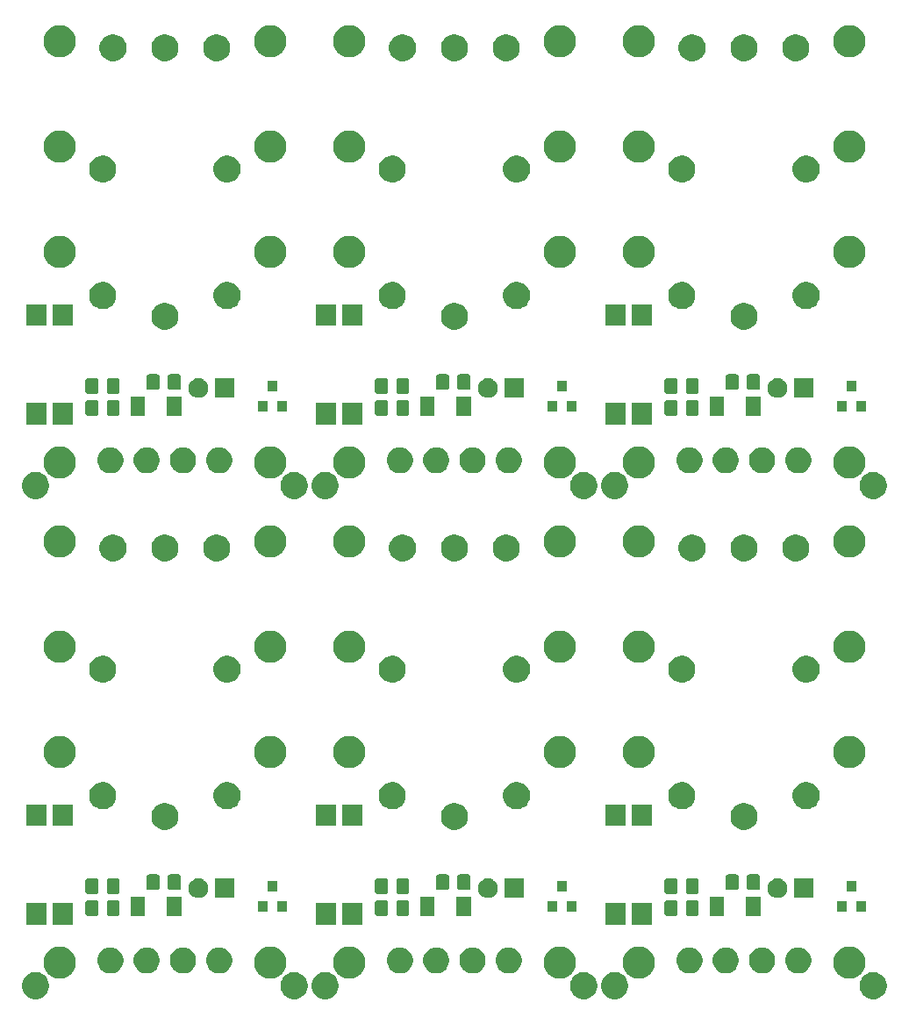
<source format=gbr>
G04 #@! TF.GenerationSoftware,KiCad,Pcbnew,5.1.5-52549c5~86~ubuntu18.04.1*
G04 #@! TF.CreationDate,2020-09-29T20:21:17-05:00*
G04 #@! TF.ProjectId,,58585858-5858-4585-9858-585858585858,rev?*
G04 #@! TF.SameCoordinates,Original*
G04 #@! TF.FileFunction,Soldermask,Top*
G04 #@! TF.FilePolarity,Negative*
%FSLAX46Y46*%
G04 Gerber Fmt 4.6, Leading zero omitted, Abs format (unit mm)*
G04 Created by KiCad (PCBNEW 5.1.5-52549c5~86~ubuntu18.04.1) date 2020-09-29 20:21:17*
%MOMM*%
%LPD*%
G04 APERTURE LIST*
%ADD10C,0.100000*%
G04 APERTURE END LIST*
D10*
G36*
X154159793Y-142640304D02*
G01*
X154396501Y-142738352D01*
X154396503Y-142738353D01*
X154609535Y-142880696D01*
X154790704Y-143061865D01*
X154933047Y-143274897D01*
X154933048Y-143274899D01*
X155031096Y-143511607D01*
X155081080Y-143762893D01*
X155081080Y-144019107D01*
X155031096Y-144270393D01*
X154933048Y-144507101D01*
X154933047Y-144507103D01*
X154790704Y-144720135D01*
X154609535Y-144901304D01*
X154396503Y-145043647D01*
X154396502Y-145043648D01*
X154396501Y-145043648D01*
X154159793Y-145141696D01*
X153908507Y-145191680D01*
X153652293Y-145191680D01*
X153401007Y-145141696D01*
X153164299Y-145043648D01*
X153164298Y-145043648D01*
X153164297Y-145043647D01*
X152951265Y-144901304D01*
X152770096Y-144720135D01*
X152627753Y-144507103D01*
X152627752Y-144507101D01*
X152529704Y-144270393D01*
X152479720Y-144019107D01*
X152479720Y-143762893D01*
X152529704Y-143511607D01*
X152627752Y-143274899D01*
X152627753Y-143274897D01*
X152770096Y-143061865D01*
X152951265Y-142880696D01*
X153164297Y-142738353D01*
X153164299Y-142738352D01*
X153401007Y-142640304D01*
X153652293Y-142590320D01*
X153908507Y-142590320D01*
X154159793Y-142640304D01*
G37*
G36*
X126219793Y-142640304D02*
G01*
X126456501Y-142738352D01*
X126456503Y-142738353D01*
X126669535Y-142880696D01*
X126850704Y-143061865D01*
X126993047Y-143274897D01*
X126993048Y-143274899D01*
X127091096Y-143511607D01*
X127141080Y-143762893D01*
X127141080Y-144019107D01*
X127091096Y-144270393D01*
X126993048Y-144507101D01*
X126993047Y-144507103D01*
X126850704Y-144720135D01*
X126669535Y-144901304D01*
X126456503Y-145043647D01*
X126456502Y-145043648D01*
X126456501Y-145043648D01*
X126219793Y-145141696D01*
X125968507Y-145191680D01*
X125712293Y-145191680D01*
X125461007Y-145141696D01*
X125224299Y-145043648D01*
X125224298Y-145043648D01*
X125224297Y-145043647D01*
X125011265Y-144901304D01*
X124830096Y-144720135D01*
X124687753Y-144507103D01*
X124687752Y-144507101D01*
X124589704Y-144270393D01*
X124539720Y-144019107D01*
X124539720Y-143762893D01*
X124589704Y-143511607D01*
X124687752Y-143274899D01*
X124687753Y-143274897D01*
X124830096Y-143061865D01*
X125011265Y-142880696D01*
X125224297Y-142738353D01*
X125224299Y-142738352D01*
X125461007Y-142640304D01*
X125712293Y-142590320D01*
X125968507Y-142590320D01*
X126219793Y-142640304D01*
G37*
G36*
X98279793Y-142640304D02*
G01*
X98516501Y-142738352D01*
X98516503Y-142738353D01*
X98729535Y-142880696D01*
X98910704Y-143061865D01*
X99053047Y-143274897D01*
X99053048Y-143274899D01*
X99151096Y-143511607D01*
X99201080Y-143762893D01*
X99201080Y-144019107D01*
X99151096Y-144270393D01*
X99053048Y-144507101D01*
X99053047Y-144507103D01*
X98910704Y-144720135D01*
X98729535Y-144901304D01*
X98516503Y-145043647D01*
X98516502Y-145043648D01*
X98516501Y-145043648D01*
X98279793Y-145141696D01*
X98028507Y-145191680D01*
X97772293Y-145191680D01*
X97521007Y-145141696D01*
X97284299Y-145043648D01*
X97284298Y-145043648D01*
X97284297Y-145043647D01*
X97071265Y-144901304D01*
X96890096Y-144720135D01*
X96747753Y-144507103D01*
X96747752Y-144507101D01*
X96649704Y-144270393D01*
X96599720Y-144019107D01*
X96599720Y-143762893D01*
X96649704Y-143511607D01*
X96747752Y-143274899D01*
X96747753Y-143274897D01*
X96890096Y-143061865D01*
X97071265Y-142880696D01*
X97284297Y-142738353D01*
X97284299Y-142738352D01*
X97521007Y-142640304D01*
X97772293Y-142590320D01*
X98028507Y-142590320D01*
X98279793Y-142640304D01*
G37*
G36*
X101279793Y-142640304D02*
G01*
X101516501Y-142738352D01*
X101516503Y-142738353D01*
X101729535Y-142880696D01*
X101910704Y-143061865D01*
X102053047Y-143274897D01*
X102053048Y-143274899D01*
X102151096Y-143511607D01*
X102201080Y-143762893D01*
X102201080Y-144019107D01*
X102151096Y-144270393D01*
X102053048Y-144507101D01*
X102053047Y-144507103D01*
X101910704Y-144720135D01*
X101729535Y-144901304D01*
X101516503Y-145043647D01*
X101516502Y-145043648D01*
X101516501Y-145043648D01*
X101279793Y-145141696D01*
X101028507Y-145191680D01*
X100772293Y-145191680D01*
X100521007Y-145141696D01*
X100284299Y-145043648D01*
X100284298Y-145043648D01*
X100284297Y-145043647D01*
X100071265Y-144901304D01*
X99890096Y-144720135D01*
X99747753Y-144507103D01*
X99747752Y-144507101D01*
X99649704Y-144270393D01*
X99599720Y-144019107D01*
X99599720Y-143762893D01*
X99649704Y-143511607D01*
X99747752Y-143274899D01*
X99747753Y-143274897D01*
X99890096Y-143061865D01*
X100071265Y-142880696D01*
X100284297Y-142738353D01*
X100284299Y-142738352D01*
X100521007Y-142640304D01*
X100772293Y-142590320D01*
X101028507Y-142590320D01*
X101279793Y-142640304D01*
G37*
G36*
X73339793Y-142640304D02*
G01*
X73576501Y-142738352D01*
X73576503Y-142738353D01*
X73789535Y-142880696D01*
X73970704Y-143061865D01*
X74113047Y-143274897D01*
X74113048Y-143274899D01*
X74211096Y-143511607D01*
X74261080Y-143762893D01*
X74261080Y-144019107D01*
X74211096Y-144270393D01*
X74113048Y-144507101D01*
X74113047Y-144507103D01*
X73970704Y-144720135D01*
X73789535Y-144901304D01*
X73576503Y-145043647D01*
X73576502Y-145043648D01*
X73576501Y-145043648D01*
X73339793Y-145141696D01*
X73088507Y-145191680D01*
X72832293Y-145191680D01*
X72581007Y-145141696D01*
X72344299Y-145043648D01*
X72344298Y-145043648D01*
X72344297Y-145043647D01*
X72131265Y-144901304D01*
X71950096Y-144720135D01*
X71807753Y-144507103D01*
X71807752Y-144507101D01*
X71709704Y-144270393D01*
X71659720Y-144019107D01*
X71659720Y-143762893D01*
X71709704Y-143511607D01*
X71807752Y-143274899D01*
X71807753Y-143274897D01*
X71950096Y-143061865D01*
X72131265Y-142880696D01*
X72344297Y-142738353D01*
X72344299Y-142738352D01*
X72581007Y-142640304D01*
X72832293Y-142590320D01*
X73088507Y-142590320D01*
X73339793Y-142640304D01*
G37*
G36*
X129219793Y-142640304D02*
G01*
X129456501Y-142738352D01*
X129456503Y-142738353D01*
X129669535Y-142880696D01*
X129850704Y-143061865D01*
X129993047Y-143274897D01*
X129993048Y-143274899D01*
X130091096Y-143511607D01*
X130141080Y-143762893D01*
X130141080Y-144019107D01*
X130091096Y-144270393D01*
X129993048Y-144507101D01*
X129993047Y-144507103D01*
X129850704Y-144720135D01*
X129669535Y-144901304D01*
X129456503Y-145043647D01*
X129456502Y-145043648D01*
X129456501Y-145043648D01*
X129219793Y-145141696D01*
X128968507Y-145191680D01*
X128712293Y-145191680D01*
X128461007Y-145141696D01*
X128224299Y-145043648D01*
X128224298Y-145043648D01*
X128224297Y-145043647D01*
X128011265Y-144901304D01*
X127830096Y-144720135D01*
X127687753Y-144507103D01*
X127687752Y-144507101D01*
X127589704Y-144270393D01*
X127539720Y-144019107D01*
X127539720Y-143762893D01*
X127589704Y-143511607D01*
X127687752Y-143274899D01*
X127687753Y-143274897D01*
X127830096Y-143061865D01*
X128011265Y-142880696D01*
X128224297Y-142738353D01*
X128224299Y-142738352D01*
X128461007Y-142640304D01*
X128712293Y-142590320D01*
X128968507Y-142590320D01*
X129219793Y-142640304D01*
G37*
G36*
X123832985Y-140144802D02*
G01*
X123982810Y-140174604D01*
X124265074Y-140291521D01*
X124519105Y-140461259D01*
X124735141Y-140677295D01*
X124904879Y-140931326D01*
X125021796Y-141213590D01*
X125081400Y-141513240D01*
X125081400Y-141818760D01*
X125021796Y-142118410D01*
X124904879Y-142400674D01*
X124735141Y-142654705D01*
X124519105Y-142870741D01*
X124265074Y-143040479D01*
X123982810Y-143157396D01*
X123832985Y-143187198D01*
X123683161Y-143217000D01*
X123377639Y-143217000D01*
X123227815Y-143187198D01*
X123077990Y-143157396D01*
X122795726Y-143040479D01*
X122541695Y-142870741D01*
X122325659Y-142654705D01*
X122155921Y-142400674D01*
X122039004Y-142118410D01*
X121979400Y-141818760D01*
X121979400Y-141513240D01*
X122039004Y-141213590D01*
X122155921Y-140931326D01*
X122325659Y-140677295D01*
X122541695Y-140461259D01*
X122795726Y-140291521D01*
X123077990Y-140174604D01*
X123227815Y-140144802D01*
X123377639Y-140115000D01*
X123683161Y-140115000D01*
X123832985Y-140144802D01*
G37*
G36*
X75572985Y-140144802D02*
G01*
X75722810Y-140174604D01*
X76005074Y-140291521D01*
X76259105Y-140461259D01*
X76475141Y-140677295D01*
X76644879Y-140931326D01*
X76761796Y-141213590D01*
X76821400Y-141513240D01*
X76821400Y-141818760D01*
X76761796Y-142118410D01*
X76644879Y-142400674D01*
X76475141Y-142654705D01*
X76259105Y-142870741D01*
X76005074Y-143040479D01*
X75722810Y-143157396D01*
X75572985Y-143187198D01*
X75423161Y-143217000D01*
X75117639Y-143217000D01*
X74967815Y-143187198D01*
X74817990Y-143157396D01*
X74535726Y-143040479D01*
X74281695Y-142870741D01*
X74065659Y-142654705D01*
X73895921Y-142400674D01*
X73779004Y-142118410D01*
X73719400Y-141818760D01*
X73719400Y-141513240D01*
X73779004Y-141213590D01*
X73895921Y-140931326D01*
X74065659Y-140677295D01*
X74281695Y-140461259D01*
X74535726Y-140291521D01*
X74817990Y-140174604D01*
X74967815Y-140144802D01*
X75117639Y-140115000D01*
X75423161Y-140115000D01*
X75572985Y-140144802D01*
G37*
G36*
X95892985Y-140144802D02*
G01*
X96042810Y-140174604D01*
X96325074Y-140291521D01*
X96579105Y-140461259D01*
X96795141Y-140677295D01*
X96964879Y-140931326D01*
X97081796Y-141213590D01*
X97141400Y-141513240D01*
X97141400Y-141818760D01*
X97081796Y-142118410D01*
X96964879Y-142400674D01*
X96795141Y-142654705D01*
X96579105Y-142870741D01*
X96325074Y-143040479D01*
X96042810Y-143157396D01*
X95892985Y-143187198D01*
X95743161Y-143217000D01*
X95437639Y-143217000D01*
X95287815Y-143187198D01*
X95137990Y-143157396D01*
X94855726Y-143040479D01*
X94601695Y-142870741D01*
X94385659Y-142654705D01*
X94215921Y-142400674D01*
X94099004Y-142118410D01*
X94039400Y-141818760D01*
X94039400Y-141513240D01*
X94099004Y-141213590D01*
X94215921Y-140931326D01*
X94385659Y-140677295D01*
X94601695Y-140461259D01*
X94855726Y-140291521D01*
X95137990Y-140174604D01*
X95287815Y-140144802D01*
X95437639Y-140115000D01*
X95743161Y-140115000D01*
X95892985Y-140144802D01*
G37*
G36*
X151772985Y-140144802D02*
G01*
X151922810Y-140174604D01*
X152205074Y-140291521D01*
X152459105Y-140461259D01*
X152675141Y-140677295D01*
X152844879Y-140931326D01*
X152961796Y-141213590D01*
X153021400Y-141513240D01*
X153021400Y-141818760D01*
X152961796Y-142118410D01*
X152844879Y-142400674D01*
X152675141Y-142654705D01*
X152459105Y-142870741D01*
X152205074Y-143040479D01*
X151922810Y-143157396D01*
X151772985Y-143187198D01*
X151623161Y-143217000D01*
X151317639Y-143217000D01*
X151167815Y-143187198D01*
X151017990Y-143157396D01*
X150735726Y-143040479D01*
X150481695Y-142870741D01*
X150265659Y-142654705D01*
X150095921Y-142400674D01*
X149979004Y-142118410D01*
X149919400Y-141818760D01*
X149919400Y-141513240D01*
X149979004Y-141213590D01*
X150095921Y-140931326D01*
X150265659Y-140677295D01*
X150481695Y-140461259D01*
X150735726Y-140291521D01*
X151017990Y-140174604D01*
X151167815Y-140144802D01*
X151317639Y-140115000D01*
X151623161Y-140115000D01*
X151772985Y-140144802D01*
G37*
G36*
X131452985Y-140144802D02*
G01*
X131602810Y-140174604D01*
X131885074Y-140291521D01*
X132139105Y-140461259D01*
X132355141Y-140677295D01*
X132524879Y-140931326D01*
X132641796Y-141213590D01*
X132701400Y-141513240D01*
X132701400Y-141818760D01*
X132641796Y-142118410D01*
X132524879Y-142400674D01*
X132355141Y-142654705D01*
X132139105Y-142870741D01*
X131885074Y-143040479D01*
X131602810Y-143157396D01*
X131452985Y-143187198D01*
X131303161Y-143217000D01*
X130997639Y-143217000D01*
X130847815Y-143187198D01*
X130697990Y-143157396D01*
X130415726Y-143040479D01*
X130161695Y-142870741D01*
X129945659Y-142654705D01*
X129775921Y-142400674D01*
X129659004Y-142118410D01*
X129599400Y-141818760D01*
X129599400Y-141513240D01*
X129659004Y-141213590D01*
X129775921Y-140931326D01*
X129945659Y-140677295D01*
X130161695Y-140461259D01*
X130415726Y-140291521D01*
X130697990Y-140174604D01*
X130847815Y-140144802D01*
X130997639Y-140115000D01*
X131303161Y-140115000D01*
X131452985Y-140144802D01*
G37*
G36*
X103512985Y-140144802D02*
G01*
X103662810Y-140174604D01*
X103945074Y-140291521D01*
X104199105Y-140461259D01*
X104415141Y-140677295D01*
X104584879Y-140931326D01*
X104701796Y-141213590D01*
X104761400Y-141513240D01*
X104761400Y-141818760D01*
X104701796Y-142118410D01*
X104584879Y-142400674D01*
X104415141Y-142654705D01*
X104199105Y-142870741D01*
X103945074Y-143040479D01*
X103662810Y-143157396D01*
X103512985Y-143187198D01*
X103363161Y-143217000D01*
X103057639Y-143217000D01*
X102907815Y-143187198D01*
X102757990Y-143157396D01*
X102475726Y-143040479D01*
X102221695Y-142870741D01*
X102005659Y-142654705D01*
X101835921Y-142400674D01*
X101719004Y-142118410D01*
X101659400Y-141818760D01*
X101659400Y-141513240D01*
X101719004Y-141213590D01*
X101835921Y-140931326D01*
X102005659Y-140677295D01*
X102221695Y-140461259D01*
X102475726Y-140291521D01*
X102757990Y-140174604D01*
X102907815Y-140144802D01*
X103057639Y-140115000D01*
X103363161Y-140115000D01*
X103512985Y-140144802D01*
G37*
G36*
X136425303Y-140249675D02*
G01*
X136526329Y-140291521D01*
X136652971Y-140343978D01*
X136857866Y-140480885D01*
X137032115Y-140655134D01*
X137169022Y-140860029D01*
X137263325Y-141087697D01*
X137311400Y-141329387D01*
X137311400Y-141575813D01*
X137263325Y-141817503D01*
X137169022Y-142045171D01*
X137032115Y-142250066D01*
X136857866Y-142424315D01*
X136652971Y-142561222D01*
X136652970Y-142561223D01*
X136652969Y-142561223D01*
X136425303Y-142655525D01*
X136183614Y-142703600D01*
X135937186Y-142703600D01*
X135695497Y-142655525D01*
X135467831Y-142561223D01*
X135467830Y-142561223D01*
X135467829Y-142561222D01*
X135262934Y-142424315D01*
X135088685Y-142250066D01*
X134951778Y-142045171D01*
X134857475Y-141817503D01*
X134809400Y-141575813D01*
X134809400Y-141329387D01*
X134857475Y-141087697D01*
X134951778Y-140860029D01*
X135088685Y-140655134D01*
X135262934Y-140480885D01*
X135467829Y-140343978D01*
X135594472Y-140291521D01*
X135695497Y-140249675D01*
X135937186Y-140201600D01*
X136183614Y-140201600D01*
X136425303Y-140249675D01*
G37*
G36*
X108485303Y-140249675D02*
G01*
X108586329Y-140291521D01*
X108712971Y-140343978D01*
X108917866Y-140480885D01*
X109092115Y-140655134D01*
X109229022Y-140860029D01*
X109323325Y-141087697D01*
X109371400Y-141329387D01*
X109371400Y-141575813D01*
X109323325Y-141817503D01*
X109229022Y-142045171D01*
X109092115Y-142250066D01*
X108917866Y-142424315D01*
X108712971Y-142561222D01*
X108712970Y-142561223D01*
X108712969Y-142561223D01*
X108485303Y-142655525D01*
X108243614Y-142703600D01*
X107997186Y-142703600D01*
X107755497Y-142655525D01*
X107527831Y-142561223D01*
X107527830Y-142561223D01*
X107527829Y-142561222D01*
X107322934Y-142424315D01*
X107148685Y-142250066D01*
X107011778Y-142045171D01*
X106917475Y-141817503D01*
X106869400Y-141575813D01*
X106869400Y-141329387D01*
X106917475Y-141087697D01*
X107011778Y-140860029D01*
X107148685Y-140655134D01*
X107322934Y-140480885D01*
X107527829Y-140343978D01*
X107654472Y-140291521D01*
X107755497Y-140249675D01*
X107997186Y-140201600D01*
X108243614Y-140201600D01*
X108485303Y-140249675D01*
G37*
G36*
X84045303Y-140249675D02*
G01*
X84146329Y-140291521D01*
X84272971Y-140343978D01*
X84477866Y-140480885D01*
X84652115Y-140655134D01*
X84789022Y-140860029D01*
X84883325Y-141087697D01*
X84931400Y-141329387D01*
X84931400Y-141575813D01*
X84883325Y-141817503D01*
X84789022Y-142045171D01*
X84652115Y-142250066D01*
X84477866Y-142424315D01*
X84272971Y-142561222D01*
X84272970Y-142561223D01*
X84272969Y-142561223D01*
X84045303Y-142655525D01*
X83803614Y-142703600D01*
X83557186Y-142703600D01*
X83315497Y-142655525D01*
X83087831Y-142561223D01*
X83087830Y-142561223D01*
X83087829Y-142561222D01*
X82882934Y-142424315D01*
X82708685Y-142250066D01*
X82571778Y-142045171D01*
X82477475Y-141817503D01*
X82429400Y-141575813D01*
X82429400Y-141329387D01*
X82477475Y-141087697D01*
X82571778Y-140860029D01*
X82708685Y-140655134D01*
X82882934Y-140480885D01*
X83087829Y-140343978D01*
X83214472Y-140291521D01*
X83315497Y-140249675D01*
X83557186Y-140201600D01*
X83803614Y-140201600D01*
X84045303Y-140249675D01*
G37*
G36*
X87545303Y-140249675D02*
G01*
X87646329Y-140291521D01*
X87772971Y-140343978D01*
X87977866Y-140480885D01*
X88152115Y-140655134D01*
X88289022Y-140860029D01*
X88383325Y-141087697D01*
X88431400Y-141329387D01*
X88431400Y-141575813D01*
X88383325Y-141817503D01*
X88289022Y-142045171D01*
X88152115Y-142250066D01*
X87977866Y-142424315D01*
X87772971Y-142561222D01*
X87772970Y-142561223D01*
X87772969Y-142561223D01*
X87545303Y-142655525D01*
X87303614Y-142703600D01*
X87057186Y-142703600D01*
X86815497Y-142655525D01*
X86587831Y-142561223D01*
X86587830Y-142561223D01*
X86587829Y-142561222D01*
X86382934Y-142424315D01*
X86208685Y-142250066D01*
X86071778Y-142045171D01*
X85977475Y-141817503D01*
X85929400Y-141575813D01*
X85929400Y-141329387D01*
X85977475Y-141087697D01*
X86071778Y-140860029D01*
X86208685Y-140655134D01*
X86382934Y-140480885D01*
X86587829Y-140343978D01*
X86714472Y-140291521D01*
X86815497Y-140249675D01*
X87057186Y-140201600D01*
X87303614Y-140201600D01*
X87545303Y-140249675D01*
G37*
G36*
X91045303Y-140249675D02*
G01*
X91146329Y-140291521D01*
X91272971Y-140343978D01*
X91477866Y-140480885D01*
X91652115Y-140655134D01*
X91789022Y-140860029D01*
X91883325Y-141087697D01*
X91931400Y-141329387D01*
X91931400Y-141575813D01*
X91883325Y-141817503D01*
X91789022Y-142045171D01*
X91652115Y-142250066D01*
X91477866Y-142424315D01*
X91272971Y-142561222D01*
X91272970Y-142561223D01*
X91272969Y-142561223D01*
X91045303Y-142655525D01*
X90803614Y-142703600D01*
X90557186Y-142703600D01*
X90315497Y-142655525D01*
X90087831Y-142561223D01*
X90087830Y-142561223D01*
X90087829Y-142561222D01*
X89882934Y-142424315D01*
X89708685Y-142250066D01*
X89571778Y-142045171D01*
X89477475Y-141817503D01*
X89429400Y-141575813D01*
X89429400Y-141329387D01*
X89477475Y-141087697D01*
X89571778Y-140860029D01*
X89708685Y-140655134D01*
X89882934Y-140480885D01*
X90087829Y-140343978D01*
X90214472Y-140291521D01*
X90315497Y-140249675D01*
X90557186Y-140201600D01*
X90803614Y-140201600D01*
X91045303Y-140249675D01*
G37*
G36*
X111985303Y-140249675D02*
G01*
X112086329Y-140291521D01*
X112212971Y-140343978D01*
X112417866Y-140480885D01*
X112592115Y-140655134D01*
X112729022Y-140860029D01*
X112823325Y-141087697D01*
X112871400Y-141329387D01*
X112871400Y-141575813D01*
X112823325Y-141817503D01*
X112729022Y-142045171D01*
X112592115Y-142250066D01*
X112417866Y-142424315D01*
X112212971Y-142561222D01*
X112212970Y-142561223D01*
X112212969Y-142561223D01*
X111985303Y-142655525D01*
X111743614Y-142703600D01*
X111497186Y-142703600D01*
X111255497Y-142655525D01*
X111027831Y-142561223D01*
X111027830Y-142561223D01*
X111027829Y-142561222D01*
X110822934Y-142424315D01*
X110648685Y-142250066D01*
X110511778Y-142045171D01*
X110417475Y-141817503D01*
X110369400Y-141575813D01*
X110369400Y-141329387D01*
X110417475Y-141087697D01*
X110511778Y-140860029D01*
X110648685Y-140655134D01*
X110822934Y-140480885D01*
X111027829Y-140343978D01*
X111154472Y-140291521D01*
X111255497Y-140249675D01*
X111497186Y-140201600D01*
X111743614Y-140201600D01*
X111985303Y-140249675D01*
G37*
G36*
X115485303Y-140249675D02*
G01*
X115586329Y-140291521D01*
X115712971Y-140343978D01*
X115917866Y-140480885D01*
X116092115Y-140655134D01*
X116229022Y-140860029D01*
X116323325Y-141087697D01*
X116371400Y-141329387D01*
X116371400Y-141575813D01*
X116323325Y-141817503D01*
X116229022Y-142045171D01*
X116092115Y-142250066D01*
X115917866Y-142424315D01*
X115712971Y-142561222D01*
X115712970Y-142561223D01*
X115712969Y-142561223D01*
X115485303Y-142655525D01*
X115243614Y-142703600D01*
X114997186Y-142703600D01*
X114755497Y-142655525D01*
X114527831Y-142561223D01*
X114527830Y-142561223D01*
X114527829Y-142561222D01*
X114322934Y-142424315D01*
X114148685Y-142250066D01*
X114011778Y-142045171D01*
X113917475Y-141817503D01*
X113869400Y-141575813D01*
X113869400Y-141329387D01*
X113917475Y-141087697D01*
X114011778Y-140860029D01*
X114148685Y-140655134D01*
X114322934Y-140480885D01*
X114527829Y-140343978D01*
X114654472Y-140291521D01*
X114755497Y-140249675D01*
X114997186Y-140201600D01*
X115243614Y-140201600D01*
X115485303Y-140249675D01*
G37*
G36*
X118985303Y-140249675D02*
G01*
X119086329Y-140291521D01*
X119212971Y-140343978D01*
X119417866Y-140480885D01*
X119592115Y-140655134D01*
X119729022Y-140860029D01*
X119823325Y-141087697D01*
X119871400Y-141329387D01*
X119871400Y-141575813D01*
X119823325Y-141817503D01*
X119729022Y-142045171D01*
X119592115Y-142250066D01*
X119417866Y-142424315D01*
X119212971Y-142561222D01*
X119212970Y-142561223D01*
X119212969Y-142561223D01*
X118985303Y-142655525D01*
X118743614Y-142703600D01*
X118497186Y-142703600D01*
X118255497Y-142655525D01*
X118027831Y-142561223D01*
X118027830Y-142561223D01*
X118027829Y-142561222D01*
X117822934Y-142424315D01*
X117648685Y-142250066D01*
X117511778Y-142045171D01*
X117417475Y-141817503D01*
X117369400Y-141575813D01*
X117369400Y-141329387D01*
X117417475Y-141087697D01*
X117511778Y-140860029D01*
X117648685Y-140655134D01*
X117822934Y-140480885D01*
X118027829Y-140343978D01*
X118154472Y-140291521D01*
X118255497Y-140249675D01*
X118497186Y-140201600D01*
X118743614Y-140201600D01*
X118985303Y-140249675D01*
G37*
G36*
X139925303Y-140249675D02*
G01*
X140026329Y-140291521D01*
X140152971Y-140343978D01*
X140357866Y-140480885D01*
X140532115Y-140655134D01*
X140669022Y-140860029D01*
X140763325Y-141087697D01*
X140811400Y-141329387D01*
X140811400Y-141575813D01*
X140763325Y-141817503D01*
X140669022Y-142045171D01*
X140532115Y-142250066D01*
X140357866Y-142424315D01*
X140152971Y-142561222D01*
X140152970Y-142561223D01*
X140152969Y-142561223D01*
X139925303Y-142655525D01*
X139683614Y-142703600D01*
X139437186Y-142703600D01*
X139195497Y-142655525D01*
X138967831Y-142561223D01*
X138967830Y-142561223D01*
X138967829Y-142561222D01*
X138762934Y-142424315D01*
X138588685Y-142250066D01*
X138451778Y-142045171D01*
X138357475Y-141817503D01*
X138309400Y-141575813D01*
X138309400Y-141329387D01*
X138357475Y-141087697D01*
X138451778Y-140860029D01*
X138588685Y-140655134D01*
X138762934Y-140480885D01*
X138967829Y-140343978D01*
X139094472Y-140291521D01*
X139195497Y-140249675D01*
X139437186Y-140201600D01*
X139683614Y-140201600D01*
X139925303Y-140249675D01*
G37*
G36*
X143425303Y-140249675D02*
G01*
X143526329Y-140291521D01*
X143652971Y-140343978D01*
X143857866Y-140480885D01*
X144032115Y-140655134D01*
X144169022Y-140860029D01*
X144263325Y-141087697D01*
X144311400Y-141329387D01*
X144311400Y-141575813D01*
X144263325Y-141817503D01*
X144169022Y-142045171D01*
X144032115Y-142250066D01*
X143857866Y-142424315D01*
X143652971Y-142561222D01*
X143652970Y-142561223D01*
X143652969Y-142561223D01*
X143425303Y-142655525D01*
X143183614Y-142703600D01*
X142937186Y-142703600D01*
X142695497Y-142655525D01*
X142467831Y-142561223D01*
X142467830Y-142561223D01*
X142467829Y-142561222D01*
X142262934Y-142424315D01*
X142088685Y-142250066D01*
X141951778Y-142045171D01*
X141857475Y-141817503D01*
X141809400Y-141575813D01*
X141809400Y-141329387D01*
X141857475Y-141087697D01*
X141951778Y-140860029D01*
X142088685Y-140655134D01*
X142262934Y-140480885D01*
X142467829Y-140343978D01*
X142594472Y-140291521D01*
X142695497Y-140249675D01*
X142937186Y-140201600D01*
X143183614Y-140201600D01*
X143425303Y-140249675D01*
G37*
G36*
X146925303Y-140249675D02*
G01*
X147026329Y-140291521D01*
X147152971Y-140343978D01*
X147357866Y-140480885D01*
X147532115Y-140655134D01*
X147669022Y-140860029D01*
X147763325Y-141087697D01*
X147811400Y-141329387D01*
X147811400Y-141575813D01*
X147763325Y-141817503D01*
X147669022Y-142045171D01*
X147532115Y-142250066D01*
X147357866Y-142424315D01*
X147152971Y-142561222D01*
X147152970Y-142561223D01*
X147152969Y-142561223D01*
X146925303Y-142655525D01*
X146683614Y-142703600D01*
X146437186Y-142703600D01*
X146195497Y-142655525D01*
X145967831Y-142561223D01*
X145967830Y-142561223D01*
X145967829Y-142561222D01*
X145762934Y-142424315D01*
X145588685Y-142250066D01*
X145451778Y-142045171D01*
X145357475Y-141817503D01*
X145309400Y-141575813D01*
X145309400Y-141329387D01*
X145357475Y-141087697D01*
X145451778Y-140860029D01*
X145588685Y-140655134D01*
X145762934Y-140480885D01*
X145967829Y-140343978D01*
X146094472Y-140291521D01*
X146195497Y-140249675D01*
X146437186Y-140201600D01*
X146683614Y-140201600D01*
X146925303Y-140249675D01*
G37*
G36*
X80545303Y-140249675D02*
G01*
X80646329Y-140291521D01*
X80772971Y-140343978D01*
X80977866Y-140480885D01*
X81152115Y-140655134D01*
X81289022Y-140860029D01*
X81383325Y-141087697D01*
X81431400Y-141329387D01*
X81431400Y-141575813D01*
X81383325Y-141817503D01*
X81289022Y-142045171D01*
X81152115Y-142250066D01*
X80977866Y-142424315D01*
X80772971Y-142561222D01*
X80772970Y-142561223D01*
X80772969Y-142561223D01*
X80545303Y-142655525D01*
X80303614Y-142703600D01*
X80057186Y-142703600D01*
X79815497Y-142655525D01*
X79587831Y-142561223D01*
X79587830Y-142561223D01*
X79587829Y-142561222D01*
X79382934Y-142424315D01*
X79208685Y-142250066D01*
X79071778Y-142045171D01*
X78977475Y-141817503D01*
X78929400Y-141575813D01*
X78929400Y-141329387D01*
X78977475Y-141087697D01*
X79071778Y-140860029D01*
X79208685Y-140655134D01*
X79382934Y-140480885D01*
X79587829Y-140343978D01*
X79714472Y-140291521D01*
X79815497Y-140249675D01*
X80057186Y-140201600D01*
X80303614Y-140201600D01*
X80545303Y-140249675D01*
G37*
G36*
X73981400Y-138023000D02*
G01*
X72099400Y-138023000D01*
X72099400Y-135921000D01*
X73981400Y-135921000D01*
X73981400Y-138023000D01*
G37*
G36*
X132401400Y-138023000D02*
G01*
X130519400Y-138023000D01*
X130519400Y-135921000D01*
X132401400Y-135921000D01*
X132401400Y-138023000D01*
G37*
G36*
X129861400Y-138023000D02*
G01*
X127979400Y-138023000D01*
X127979400Y-135921000D01*
X129861400Y-135921000D01*
X129861400Y-138023000D01*
G37*
G36*
X104461400Y-138023000D02*
G01*
X102579400Y-138023000D01*
X102579400Y-135921000D01*
X104461400Y-135921000D01*
X104461400Y-138023000D01*
G37*
G36*
X101921400Y-138023000D02*
G01*
X100039400Y-138023000D01*
X100039400Y-135921000D01*
X101921400Y-135921000D01*
X101921400Y-138023000D01*
G37*
G36*
X76521400Y-138023000D02*
G01*
X74639400Y-138023000D01*
X74639400Y-135921000D01*
X76521400Y-135921000D01*
X76521400Y-138023000D01*
G37*
G36*
X108854474Y-135651465D02*
G01*
X108892167Y-135662899D01*
X108926903Y-135681466D01*
X108957348Y-135706452D01*
X108982334Y-135736897D01*
X109000901Y-135771633D01*
X109012335Y-135809326D01*
X109016800Y-135854661D01*
X109016800Y-136941339D01*
X109012335Y-136986674D01*
X109000901Y-137024367D01*
X108982334Y-137059103D01*
X108957348Y-137089548D01*
X108926903Y-137114534D01*
X108892167Y-137133101D01*
X108854474Y-137144535D01*
X108809139Y-137149000D01*
X107972461Y-137149000D01*
X107927126Y-137144535D01*
X107889433Y-137133101D01*
X107854697Y-137114534D01*
X107824252Y-137089548D01*
X107799266Y-137059103D01*
X107780699Y-137024367D01*
X107769265Y-136986674D01*
X107764800Y-136941339D01*
X107764800Y-135854661D01*
X107769265Y-135809326D01*
X107780699Y-135771633D01*
X107799266Y-135736897D01*
X107824252Y-135706452D01*
X107854697Y-135681466D01*
X107889433Y-135662899D01*
X107927126Y-135651465D01*
X107972461Y-135647000D01*
X108809139Y-135647000D01*
X108854474Y-135651465D01*
G37*
G36*
X134744474Y-135651465D02*
G01*
X134782167Y-135662899D01*
X134816903Y-135681466D01*
X134847348Y-135706452D01*
X134872334Y-135736897D01*
X134890901Y-135771633D01*
X134902335Y-135809326D01*
X134906800Y-135854661D01*
X134906800Y-136941339D01*
X134902335Y-136986674D01*
X134890901Y-137024367D01*
X134872334Y-137059103D01*
X134847348Y-137089548D01*
X134816903Y-137114534D01*
X134782167Y-137133101D01*
X134744474Y-137144535D01*
X134699139Y-137149000D01*
X133862461Y-137149000D01*
X133817126Y-137144535D01*
X133779433Y-137133101D01*
X133744697Y-137114534D01*
X133714252Y-137089548D01*
X133689266Y-137059103D01*
X133670699Y-137024367D01*
X133659265Y-136986674D01*
X133654800Y-136941339D01*
X133654800Y-135854661D01*
X133659265Y-135809326D01*
X133670699Y-135771633D01*
X133689266Y-135736897D01*
X133714252Y-135706452D01*
X133744697Y-135681466D01*
X133779433Y-135662899D01*
X133817126Y-135651465D01*
X133862461Y-135647000D01*
X134699139Y-135647000D01*
X134744474Y-135651465D01*
G37*
G36*
X78864474Y-135651465D02*
G01*
X78902167Y-135662899D01*
X78936903Y-135681466D01*
X78967348Y-135706452D01*
X78992334Y-135736897D01*
X79010901Y-135771633D01*
X79022335Y-135809326D01*
X79026800Y-135854661D01*
X79026800Y-136941339D01*
X79022335Y-136986674D01*
X79010901Y-137024367D01*
X78992334Y-137059103D01*
X78967348Y-137089548D01*
X78936903Y-137114534D01*
X78902167Y-137133101D01*
X78864474Y-137144535D01*
X78819139Y-137149000D01*
X77982461Y-137149000D01*
X77937126Y-137144535D01*
X77899433Y-137133101D01*
X77864697Y-137114534D01*
X77834252Y-137089548D01*
X77809266Y-137059103D01*
X77790699Y-137024367D01*
X77779265Y-136986674D01*
X77774800Y-136941339D01*
X77774800Y-135854661D01*
X77779265Y-135809326D01*
X77790699Y-135771633D01*
X77809266Y-135736897D01*
X77834252Y-135706452D01*
X77864697Y-135681466D01*
X77899433Y-135662899D01*
X77937126Y-135651465D01*
X77982461Y-135647000D01*
X78819139Y-135647000D01*
X78864474Y-135651465D01*
G37*
G36*
X106804474Y-135651465D02*
G01*
X106842167Y-135662899D01*
X106876903Y-135681466D01*
X106907348Y-135706452D01*
X106932334Y-135736897D01*
X106950901Y-135771633D01*
X106962335Y-135809326D01*
X106966800Y-135854661D01*
X106966800Y-136941339D01*
X106962335Y-136986674D01*
X106950901Y-137024367D01*
X106932334Y-137059103D01*
X106907348Y-137089548D01*
X106876903Y-137114534D01*
X106842167Y-137133101D01*
X106804474Y-137144535D01*
X106759139Y-137149000D01*
X105922461Y-137149000D01*
X105877126Y-137144535D01*
X105839433Y-137133101D01*
X105804697Y-137114534D01*
X105774252Y-137089548D01*
X105749266Y-137059103D01*
X105730699Y-137024367D01*
X105719265Y-136986674D01*
X105714800Y-136941339D01*
X105714800Y-135854661D01*
X105719265Y-135809326D01*
X105730699Y-135771633D01*
X105749266Y-135736897D01*
X105774252Y-135706452D01*
X105804697Y-135681466D01*
X105839433Y-135662899D01*
X105877126Y-135651465D01*
X105922461Y-135647000D01*
X106759139Y-135647000D01*
X106804474Y-135651465D01*
G37*
G36*
X136794474Y-135651465D02*
G01*
X136832167Y-135662899D01*
X136866903Y-135681466D01*
X136897348Y-135706452D01*
X136922334Y-135736897D01*
X136940901Y-135771633D01*
X136952335Y-135809326D01*
X136956800Y-135854661D01*
X136956800Y-136941339D01*
X136952335Y-136986674D01*
X136940901Y-137024367D01*
X136922334Y-137059103D01*
X136897348Y-137089548D01*
X136866903Y-137114534D01*
X136832167Y-137133101D01*
X136794474Y-137144535D01*
X136749139Y-137149000D01*
X135912461Y-137149000D01*
X135867126Y-137144535D01*
X135829433Y-137133101D01*
X135794697Y-137114534D01*
X135764252Y-137089548D01*
X135739266Y-137059103D01*
X135720699Y-137024367D01*
X135709265Y-136986674D01*
X135704800Y-136941339D01*
X135704800Y-135854661D01*
X135709265Y-135809326D01*
X135720699Y-135771633D01*
X135739266Y-135736897D01*
X135764252Y-135706452D01*
X135794697Y-135681466D01*
X135829433Y-135662899D01*
X135867126Y-135651465D01*
X135912461Y-135647000D01*
X136749139Y-135647000D01*
X136794474Y-135651465D01*
G37*
G36*
X80914474Y-135651465D02*
G01*
X80952167Y-135662899D01*
X80986903Y-135681466D01*
X81017348Y-135706452D01*
X81042334Y-135736897D01*
X81060901Y-135771633D01*
X81072335Y-135809326D01*
X81076800Y-135854661D01*
X81076800Y-136941339D01*
X81072335Y-136986674D01*
X81060901Y-137024367D01*
X81042334Y-137059103D01*
X81017348Y-137089548D01*
X80986903Y-137114534D01*
X80952167Y-137133101D01*
X80914474Y-137144535D01*
X80869139Y-137149000D01*
X80032461Y-137149000D01*
X79987126Y-137144535D01*
X79949433Y-137133101D01*
X79914697Y-137114534D01*
X79884252Y-137089548D01*
X79859266Y-137059103D01*
X79840699Y-137024367D01*
X79829265Y-136986674D01*
X79824800Y-136941339D01*
X79824800Y-135854661D01*
X79829265Y-135809326D01*
X79840699Y-135771633D01*
X79859266Y-135736897D01*
X79884252Y-135706452D01*
X79914697Y-135681466D01*
X79949433Y-135662899D01*
X79987126Y-135651465D01*
X80032461Y-135647000D01*
X80869139Y-135647000D01*
X80914474Y-135651465D01*
G37*
G36*
X83510200Y-137146600D02*
G01*
X82108200Y-137146600D01*
X82108200Y-135344600D01*
X83510200Y-135344600D01*
X83510200Y-137146600D01*
G37*
G36*
X87010200Y-137146600D02*
G01*
X85608200Y-137146600D01*
X85608200Y-135344600D01*
X87010200Y-135344600D01*
X87010200Y-137146600D01*
G37*
G36*
X114950200Y-137146600D02*
G01*
X113548200Y-137146600D01*
X113548200Y-135344600D01*
X114950200Y-135344600D01*
X114950200Y-137146600D01*
G37*
G36*
X111450200Y-137146600D02*
G01*
X110048200Y-137146600D01*
X110048200Y-135344600D01*
X111450200Y-135344600D01*
X111450200Y-137146600D01*
G37*
G36*
X142890200Y-137146600D02*
G01*
X141488200Y-137146600D01*
X141488200Y-135344600D01*
X142890200Y-135344600D01*
X142890200Y-137146600D01*
G37*
G36*
X139390200Y-137146600D02*
G01*
X137988200Y-137146600D01*
X137988200Y-135344600D01*
X139390200Y-135344600D01*
X139390200Y-137146600D01*
G37*
G36*
X97209800Y-136781400D02*
G01*
X96307800Y-136781400D01*
X96307800Y-135779400D01*
X97209800Y-135779400D01*
X97209800Y-136781400D01*
G37*
G36*
X125149800Y-136781400D02*
G01*
X124247800Y-136781400D01*
X124247800Y-135779400D01*
X125149800Y-135779400D01*
X125149800Y-136781400D01*
G37*
G36*
X123249800Y-136781400D02*
G01*
X122347800Y-136781400D01*
X122347800Y-135779400D01*
X123249800Y-135779400D01*
X123249800Y-136781400D01*
G37*
G36*
X151189800Y-136781400D02*
G01*
X150287800Y-136781400D01*
X150287800Y-135779400D01*
X151189800Y-135779400D01*
X151189800Y-136781400D01*
G37*
G36*
X95309800Y-136781400D02*
G01*
X94407800Y-136781400D01*
X94407800Y-135779400D01*
X95309800Y-135779400D01*
X95309800Y-136781400D01*
G37*
G36*
X153089800Y-136781400D02*
G01*
X152187800Y-136781400D01*
X152187800Y-135779400D01*
X153089800Y-135779400D01*
X153089800Y-136781400D01*
G37*
G36*
X92162400Y-135444000D02*
G01*
X90260400Y-135444000D01*
X90260400Y-133542000D01*
X92162400Y-133542000D01*
X92162400Y-135444000D01*
G37*
G36*
X116888795Y-133578546D02*
G01*
X117061866Y-133650234D01*
X117138031Y-133701126D01*
X117217627Y-133754310D01*
X117350090Y-133886773D01*
X117350091Y-133886775D01*
X117454166Y-134042534D01*
X117525854Y-134215605D01*
X117562400Y-134399333D01*
X117562400Y-134586667D01*
X117525854Y-134770395D01*
X117454166Y-134943466D01*
X117442395Y-134961082D01*
X117350090Y-135099227D01*
X117217627Y-135231690D01*
X117139218Y-135284081D01*
X117061866Y-135335766D01*
X116888795Y-135407454D01*
X116705067Y-135444000D01*
X116517733Y-135444000D01*
X116334005Y-135407454D01*
X116160934Y-135335766D01*
X116083582Y-135284081D01*
X116005173Y-135231690D01*
X115872710Y-135099227D01*
X115780405Y-134961082D01*
X115768634Y-134943466D01*
X115696946Y-134770395D01*
X115660400Y-134586667D01*
X115660400Y-134399333D01*
X115696946Y-134215605D01*
X115768634Y-134042534D01*
X115872709Y-133886775D01*
X115872710Y-133886773D01*
X116005173Y-133754310D01*
X116084769Y-133701126D01*
X116160934Y-133650234D01*
X116334005Y-133578546D01*
X116517733Y-133542000D01*
X116705067Y-133542000D01*
X116888795Y-133578546D01*
G37*
G36*
X120102400Y-135444000D02*
G01*
X118200400Y-135444000D01*
X118200400Y-133542000D01*
X120102400Y-133542000D01*
X120102400Y-135444000D01*
G37*
G36*
X144828795Y-133578546D02*
G01*
X145001866Y-133650234D01*
X145078031Y-133701126D01*
X145157627Y-133754310D01*
X145290090Y-133886773D01*
X145290091Y-133886775D01*
X145394166Y-134042534D01*
X145465854Y-134215605D01*
X145502400Y-134399333D01*
X145502400Y-134586667D01*
X145465854Y-134770395D01*
X145394166Y-134943466D01*
X145382395Y-134961082D01*
X145290090Y-135099227D01*
X145157627Y-135231690D01*
X145079218Y-135284081D01*
X145001866Y-135335766D01*
X144828795Y-135407454D01*
X144645067Y-135444000D01*
X144457733Y-135444000D01*
X144274005Y-135407454D01*
X144100934Y-135335766D01*
X144023582Y-135284081D01*
X143945173Y-135231690D01*
X143812710Y-135099227D01*
X143720405Y-134961082D01*
X143708634Y-134943466D01*
X143636946Y-134770395D01*
X143600400Y-134586667D01*
X143600400Y-134399333D01*
X143636946Y-134215605D01*
X143708634Y-134042534D01*
X143812709Y-133886775D01*
X143812710Y-133886773D01*
X143945173Y-133754310D01*
X144024769Y-133701126D01*
X144100934Y-133650234D01*
X144274005Y-133578546D01*
X144457733Y-133542000D01*
X144645067Y-133542000D01*
X144828795Y-133578546D01*
G37*
G36*
X148042400Y-135444000D02*
G01*
X146140400Y-135444000D01*
X146140400Y-133542000D01*
X148042400Y-133542000D01*
X148042400Y-135444000D01*
G37*
G36*
X88948795Y-133578546D02*
G01*
X89121866Y-133650234D01*
X89198031Y-133701126D01*
X89277627Y-133754310D01*
X89410090Y-133886773D01*
X89410091Y-133886775D01*
X89514166Y-134042534D01*
X89585854Y-134215605D01*
X89622400Y-134399333D01*
X89622400Y-134586667D01*
X89585854Y-134770395D01*
X89514166Y-134943466D01*
X89502395Y-134961082D01*
X89410090Y-135099227D01*
X89277627Y-135231690D01*
X89199218Y-135284081D01*
X89121866Y-135335766D01*
X88948795Y-135407454D01*
X88765067Y-135444000D01*
X88577733Y-135444000D01*
X88394005Y-135407454D01*
X88220934Y-135335766D01*
X88143582Y-135284081D01*
X88065173Y-135231690D01*
X87932710Y-135099227D01*
X87840405Y-134961082D01*
X87828634Y-134943466D01*
X87756946Y-134770395D01*
X87720400Y-134586667D01*
X87720400Y-134399333D01*
X87756946Y-134215605D01*
X87828634Y-134042534D01*
X87932709Y-133886775D01*
X87932710Y-133886773D01*
X88065173Y-133754310D01*
X88144769Y-133701126D01*
X88220934Y-133650234D01*
X88394005Y-133578546D01*
X88577733Y-133542000D01*
X88765067Y-133542000D01*
X88948795Y-133578546D01*
G37*
G36*
X136794474Y-133543265D02*
G01*
X136832167Y-133554699D01*
X136866903Y-133573266D01*
X136897348Y-133598252D01*
X136922334Y-133628697D01*
X136940901Y-133663433D01*
X136952335Y-133701126D01*
X136956800Y-133746461D01*
X136956800Y-134833139D01*
X136952335Y-134878474D01*
X136940901Y-134916167D01*
X136922334Y-134950903D01*
X136897348Y-134981348D01*
X136866903Y-135006334D01*
X136832167Y-135024901D01*
X136794474Y-135036335D01*
X136749139Y-135040800D01*
X135912461Y-135040800D01*
X135867126Y-135036335D01*
X135829433Y-135024901D01*
X135794697Y-135006334D01*
X135764252Y-134981348D01*
X135739266Y-134950903D01*
X135720699Y-134916167D01*
X135709265Y-134878474D01*
X135704800Y-134833139D01*
X135704800Y-133746461D01*
X135709265Y-133701126D01*
X135720699Y-133663433D01*
X135739266Y-133628697D01*
X135764252Y-133598252D01*
X135794697Y-133573266D01*
X135829433Y-133554699D01*
X135867126Y-133543265D01*
X135912461Y-133538800D01*
X136749139Y-133538800D01*
X136794474Y-133543265D01*
G37*
G36*
X134744474Y-133543265D02*
G01*
X134782167Y-133554699D01*
X134816903Y-133573266D01*
X134847348Y-133598252D01*
X134872334Y-133628697D01*
X134890901Y-133663433D01*
X134902335Y-133701126D01*
X134906800Y-133746461D01*
X134906800Y-134833139D01*
X134902335Y-134878474D01*
X134890901Y-134916167D01*
X134872334Y-134950903D01*
X134847348Y-134981348D01*
X134816903Y-135006334D01*
X134782167Y-135024901D01*
X134744474Y-135036335D01*
X134699139Y-135040800D01*
X133862461Y-135040800D01*
X133817126Y-135036335D01*
X133779433Y-135024901D01*
X133744697Y-135006334D01*
X133714252Y-134981348D01*
X133689266Y-134950903D01*
X133670699Y-134916167D01*
X133659265Y-134878474D01*
X133654800Y-134833139D01*
X133654800Y-133746461D01*
X133659265Y-133701126D01*
X133670699Y-133663433D01*
X133689266Y-133628697D01*
X133714252Y-133598252D01*
X133744697Y-133573266D01*
X133779433Y-133554699D01*
X133817126Y-133543265D01*
X133862461Y-133538800D01*
X134699139Y-133538800D01*
X134744474Y-133543265D01*
G37*
G36*
X108854474Y-133543265D02*
G01*
X108892167Y-133554699D01*
X108926903Y-133573266D01*
X108957348Y-133598252D01*
X108982334Y-133628697D01*
X109000901Y-133663433D01*
X109012335Y-133701126D01*
X109016800Y-133746461D01*
X109016800Y-134833139D01*
X109012335Y-134878474D01*
X109000901Y-134916167D01*
X108982334Y-134950903D01*
X108957348Y-134981348D01*
X108926903Y-135006334D01*
X108892167Y-135024901D01*
X108854474Y-135036335D01*
X108809139Y-135040800D01*
X107972461Y-135040800D01*
X107927126Y-135036335D01*
X107889433Y-135024901D01*
X107854697Y-135006334D01*
X107824252Y-134981348D01*
X107799266Y-134950903D01*
X107780699Y-134916167D01*
X107769265Y-134878474D01*
X107764800Y-134833139D01*
X107764800Y-133746461D01*
X107769265Y-133701126D01*
X107780699Y-133663433D01*
X107799266Y-133628697D01*
X107824252Y-133598252D01*
X107854697Y-133573266D01*
X107889433Y-133554699D01*
X107927126Y-133543265D01*
X107972461Y-133538800D01*
X108809139Y-133538800D01*
X108854474Y-133543265D01*
G37*
G36*
X106804474Y-133543265D02*
G01*
X106842167Y-133554699D01*
X106876903Y-133573266D01*
X106907348Y-133598252D01*
X106932334Y-133628697D01*
X106950901Y-133663433D01*
X106962335Y-133701126D01*
X106966800Y-133746461D01*
X106966800Y-134833139D01*
X106962335Y-134878474D01*
X106950901Y-134916167D01*
X106932334Y-134950903D01*
X106907348Y-134981348D01*
X106876903Y-135006334D01*
X106842167Y-135024901D01*
X106804474Y-135036335D01*
X106759139Y-135040800D01*
X105922461Y-135040800D01*
X105877126Y-135036335D01*
X105839433Y-135024901D01*
X105804697Y-135006334D01*
X105774252Y-134981348D01*
X105749266Y-134950903D01*
X105730699Y-134916167D01*
X105719265Y-134878474D01*
X105714800Y-134833139D01*
X105714800Y-133746461D01*
X105719265Y-133701126D01*
X105730699Y-133663433D01*
X105749266Y-133628697D01*
X105774252Y-133598252D01*
X105804697Y-133573266D01*
X105839433Y-133554699D01*
X105877126Y-133543265D01*
X105922461Y-133538800D01*
X106759139Y-133538800D01*
X106804474Y-133543265D01*
G37*
G36*
X80914474Y-133543265D02*
G01*
X80952167Y-133554699D01*
X80986903Y-133573266D01*
X81017348Y-133598252D01*
X81042334Y-133628697D01*
X81060901Y-133663433D01*
X81072335Y-133701126D01*
X81076800Y-133746461D01*
X81076800Y-134833139D01*
X81072335Y-134878474D01*
X81060901Y-134916167D01*
X81042334Y-134950903D01*
X81017348Y-134981348D01*
X80986903Y-135006334D01*
X80952167Y-135024901D01*
X80914474Y-135036335D01*
X80869139Y-135040800D01*
X80032461Y-135040800D01*
X79987126Y-135036335D01*
X79949433Y-135024901D01*
X79914697Y-135006334D01*
X79884252Y-134981348D01*
X79859266Y-134950903D01*
X79840699Y-134916167D01*
X79829265Y-134878474D01*
X79824800Y-134833139D01*
X79824800Y-133746461D01*
X79829265Y-133701126D01*
X79840699Y-133663433D01*
X79859266Y-133628697D01*
X79884252Y-133598252D01*
X79914697Y-133573266D01*
X79949433Y-133554699D01*
X79987126Y-133543265D01*
X80032461Y-133538800D01*
X80869139Y-133538800D01*
X80914474Y-133543265D01*
G37*
G36*
X78864474Y-133543265D02*
G01*
X78902167Y-133554699D01*
X78936903Y-133573266D01*
X78967348Y-133598252D01*
X78992334Y-133628697D01*
X79010901Y-133663433D01*
X79022335Y-133701126D01*
X79026800Y-133746461D01*
X79026800Y-134833139D01*
X79022335Y-134878474D01*
X79010901Y-134916167D01*
X78992334Y-134950903D01*
X78967348Y-134981348D01*
X78936903Y-135006334D01*
X78902167Y-135024901D01*
X78864474Y-135036335D01*
X78819139Y-135040800D01*
X77982461Y-135040800D01*
X77937126Y-135036335D01*
X77899433Y-135024901D01*
X77864697Y-135006334D01*
X77834252Y-134981348D01*
X77809266Y-134950903D01*
X77790699Y-134916167D01*
X77779265Y-134878474D01*
X77774800Y-134833139D01*
X77774800Y-133746461D01*
X77779265Y-133701126D01*
X77790699Y-133663433D01*
X77809266Y-133628697D01*
X77834252Y-133598252D01*
X77864697Y-133573266D01*
X77899433Y-133554699D01*
X77937126Y-133543265D01*
X77982461Y-133538800D01*
X78819139Y-133538800D01*
X78864474Y-133543265D01*
G37*
G36*
X152139800Y-134781400D02*
G01*
X151237800Y-134781400D01*
X151237800Y-133779400D01*
X152139800Y-133779400D01*
X152139800Y-134781400D01*
G37*
G36*
X96259800Y-134781400D02*
G01*
X95357800Y-134781400D01*
X95357800Y-133779400D01*
X96259800Y-133779400D01*
X96259800Y-134781400D01*
G37*
G36*
X124199800Y-134781400D02*
G01*
X123297800Y-134781400D01*
X123297800Y-133779400D01*
X124199800Y-133779400D01*
X124199800Y-134781400D01*
G37*
G36*
X86807274Y-133162265D02*
G01*
X86844967Y-133173699D01*
X86879703Y-133192266D01*
X86910148Y-133217252D01*
X86935134Y-133247697D01*
X86953701Y-133282433D01*
X86965135Y-133320126D01*
X86969600Y-133365461D01*
X86969600Y-134452139D01*
X86965135Y-134497474D01*
X86953701Y-134535167D01*
X86935134Y-134569903D01*
X86910148Y-134600348D01*
X86879703Y-134625334D01*
X86844967Y-134643901D01*
X86807274Y-134655335D01*
X86761939Y-134659800D01*
X85925261Y-134659800D01*
X85879926Y-134655335D01*
X85842233Y-134643901D01*
X85807497Y-134625334D01*
X85777052Y-134600348D01*
X85752066Y-134569903D01*
X85733499Y-134535167D01*
X85722065Y-134497474D01*
X85717600Y-134452139D01*
X85717600Y-133365461D01*
X85722065Y-133320126D01*
X85733499Y-133282433D01*
X85752066Y-133247697D01*
X85777052Y-133217252D01*
X85807497Y-133192266D01*
X85842233Y-133173699D01*
X85879926Y-133162265D01*
X85925261Y-133157800D01*
X86761939Y-133157800D01*
X86807274Y-133162265D01*
G37*
G36*
X142687274Y-133162265D02*
G01*
X142724967Y-133173699D01*
X142759703Y-133192266D01*
X142790148Y-133217252D01*
X142815134Y-133247697D01*
X142833701Y-133282433D01*
X142845135Y-133320126D01*
X142849600Y-133365461D01*
X142849600Y-134452139D01*
X142845135Y-134497474D01*
X142833701Y-134535167D01*
X142815134Y-134569903D01*
X142790148Y-134600348D01*
X142759703Y-134625334D01*
X142724967Y-134643901D01*
X142687274Y-134655335D01*
X142641939Y-134659800D01*
X141805261Y-134659800D01*
X141759926Y-134655335D01*
X141722233Y-134643901D01*
X141687497Y-134625334D01*
X141657052Y-134600348D01*
X141632066Y-134569903D01*
X141613499Y-134535167D01*
X141602065Y-134497474D01*
X141597600Y-134452139D01*
X141597600Y-133365461D01*
X141602065Y-133320126D01*
X141613499Y-133282433D01*
X141632066Y-133247697D01*
X141657052Y-133217252D01*
X141687497Y-133192266D01*
X141722233Y-133173699D01*
X141759926Y-133162265D01*
X141805261Y-133157800D01*
X142641939Y-133157800D01*
X142687274Y-133162265D01*
G37*
G36*
X140637274Y-133162265D02*
G01*
X140674967Y-133173699D01*
X140709703Y-133192266D01*
X140740148Y-133217252D01*
X140765134Y-133247697D01*
X140783701Y-133282433D01*
X140795135Y-133320126D01*
X140799600Y-133365461D01*
X140799600Y-134452139D01*
X140795135Y-134497474D01*
X140783701Y-134535167D01*
X140765134Y-134569903D01*
X140740148Y-134600348D01*
X140709703Y-134625334D01*
X140674967Y-134643901D01*
X140637274Y-134655335D01*
X140591939Y-134659800D01*
X139755261Y-134659800D01*
X139709926Y-134655335D01*
X139672233Y-134643901D01*
X139637497Y-134625334D01*
X139607052Y-134600348D01*
X139582066Y-134569903D01*
X139563499Y-134535167D01*
X139552065Y-134497474D01*
X139547600Y-134452139D01*
X139547600Y-133365461D01*
X139552065Y-133320126D01*
X139563499Y-133282433D01*
X139582066Y-133247697D01*
X139607052Y-133217252D01*
X139637497Y-133192266D01*
X139672233Y-133173699D01*
X139709926Y-133162265D01*
X139755261Y-133157800D01*
X140591939Y-133157800D01*
X140637274Y-133162265D01*
G37*
G36*
X84757274Y-133162265D02*
G01*
X84794967Y-133173699D01*
X84829703Y-133192266D01*
X84860148Y-133217252D01*
X84885134Y-133247697D01*
X84903701Y-133282433D01*
X84915135Y-133320126D01*
X84919600Y-133365461D01*
X84919600Y-134452139D01*
X84915135Y-134497474D01*
X84903701Y-134535167D01*
X84885134Y-134569903D01*
X84860148Y-134600348D01*
X84829703Y-134625334D01*
X84794967Y-134643901D01*
X84757274Y-134655335D01*
X84711939Y-134659800D01*
X83875261Y-134659800D01*
X83829926Y-134655335D01*
X83792233Y-134643901D01*
X83757497Y-134625334D01*
X83727052Y-134600348D01*
X83702066Y-134569903D01*
X83683499Y-134535167D01*
X83672065Y-134497474D01*
X83667600Y-134452139D01*
X83667600Y-133365461D01*
X83672065Y-133320126D01*
X83683499Y-133282433D01*
X83702066Y-133247697D01*
X83727052Y-133217252D01*
X83757497Y-133192266D01*
X83792233Y-133173699D01*
X83829926Y-133162265D01*
X83875261Y-133157800D01*
X84711939Y-133157800D01*
X84757274Y-133162265D01*
G37*
G36*
X112697274Y-133162265D02*
G01*
X112734967Y-133173699D01*
X112769703Y-133192266D01*
X112800148Y-133217252D01*
X112825134Y-133247697D01*
X112843701Y-133282433D01*
X112855135Y-133320126D01*
X112859600Y-133365461D01*
X112859600Y-134452139D01*
X112855135Y-134497474D01*
X112843701Y-134535167D01*
X112825134Y-134569903D01*
X112800148Y-134600348D01*
X112769703Y-134625334D01*
X112734967Y-134643901D01*
X112697274Y-134655335D01*
X112651939Y-134659800D01*
X111815261Y-134659800D01*
X111769926Y-134655335D01*
X111732233Y-134643901D01*
X111697497Y-134625334D01*
X111667052Y-134600348D01*
X111642066Y-134569903D01*
X111623499Y-134535167D01*
X111612065Y-134497474D01*
X111607600Y-134452139D01*
X111607600Y-133365461D01*
X111612065Y-133320126D01*
X111623499Y-133282433D01*
X111642066Y-133247697D01*
X111667052Y-133217252D01*
X111697497Y-133192266D01*
X111732233Y-133173699D01*
X111769926Y-133162265D01*
X111815261Y-133157800D01*
X112651939Y-133157800D01*
X112697274Y-133162265D01*
G37*
G36*
X114747274Y-133162265D02*
G01*
X114784967Y-133173699D01*
X114819703Y-133192266D01*
X114850148Y-133217252D01*
X114875134Y-133247697D01*
X114893701Y-133282433D01*
X114905135Y-133320126D01*
X114909600Y-133365461D01*
X114909600Y-134452139D01*
X114905135Y-134497474D01*
X114893701Y-134535167D01*
X114875134Y-134569903D01*
X114850148Y-134600348D01*
X114819703Y-134625334D01*
X114784967Y-134643901D01*
X114747274Y-134655335D01*
X114701939Y-134659800D01*
X113865261Y-134659800D01*
X113819926Y-134655335D01*
X113782233Y-134643901D01*
X113747497Y-134625334D01*
X113717052Y-134600348D01*
X113692066Y-134569903D01*
X113673499Y-134535167D01*
X113662065Y-134497474D01*
X113657600Y-134452139D01*
X113657600Y-133365461D01*
X113662065Y-133320126D01*
X113673499Y-133282433D01*
X113692066Y-133247697D01*
X113717052Y-133217252D01*
X113747497Y-133192266D01*
X113782233Y-133173699D01*
X113819926Y-133162265D01*
X113865261Y-133157800D01*
X114701939Y-133157800D01*
X114747274Y-133162265D01*
G37*
G36*
X141689887Y-126307796D02*
G01*
X141926653Y-126405868D01*
X141926655Y-126405869D01*
X142139739Y-126548247D01*
X142320953Y-126729461D01*
X142408043Y-126859800D01*
X142463332Y-126942547D01*
X142561404Y-127179313D01*
X142611400Y-127430661D01*
X142611400Y-127686939D01*
X142561404Y-127938287D01*
X142463332Y-128175053D01*
X142463331Y-128175055D01*
X142320953Y-128388139D01*
X142139739Y-128569353D01*
X141926655Y-128711731D01*
X141926654Y-128711732D01*
X141926653Y-128711732D01*
X141689887Y-128809804D01*
X141438539Y-128859800D01*
X141182261Y-128859800D01*
X140930913Y-128809804D01*
X140694147Y-128711732D01*
X140694146Y-128711732D01*
X140694145Y-128711731D01*
X140481061Y-128569353D01*
X140299847Y-128388139D01*
X140157469Y-128175055D01*
X140157468Y-128175053D01*
X140059396Y-127938287D01*
X140009400Y-127686939D01*
X140009400Y-127430661D01*
X140059396Y-127179313D01*
X140157468Y-126942547D01*
X140212758Y-126859800D01*
X140299847Y-126729461D01*
X140481061Y-126548247D01*
X140694145Y-126405869D01*
X140694147Y-126405868D01*
X140930913Y-126307796D01*
X141182261Y-126257800D01*
X141438539Y-126257800D01*
X141689887Y-126307796D01*
G37*
G36*
X113749887Y-126307796D02*
G01*
X113986653Y-126405868D01*
X113986655Y-126405869D01*
X114199739Y-126548247D01*
X114380953Y-126729461D01*
X114468043Y-126859800D01*
X114523332Y-126942547D01*
X114621404Y-127179313D01*
X114671400Y-127430661D01*
X114671400Y-127686939D01*
X114621404Y-127938287D01*
X114523332Y-128175053D01*
X114523331Y-128175055D01*
X114380953Y-128388139D01*
X114199739Y-128569353D01*
X113986655Y-128711731D01*
X113986654Y-128711732D01*
X113986653Y-128711732D01*
X113749887Y-128809804D01*
X113498539Y-128859800D01*
X113242261Y-128859800D01*
X112990913Y-128809804D01*
X112754147Y-128711732D01*
X112754146Y-128711732D01*
X112754145Y-128711731D01*
X112541061Y-128569353D01*
X112359847Y-128388139D01*
X112217469Y-128175055D01*
X112217468Y-128175053D01*
X112119396Y-127938287D01*
X112069400Y-127686939D01*
X112069400Y-127430661D01*
X112119396Y-127179313D01*
X112217468Y-126942547D01*
X112272758Y-126859800D01*
X112359847Y-126729461D01*
X112541061Y-126548247D01*
X112754145Y-126405869D01*
X112754147Y-126405868D01*
X112990913Y-126307796D01*
X113242261Y-126257800D01*
X113498539Y-126257800D01*
X113749887Y-126307796D01*
G37*
G36*
X85809887Y-126307796D02*
G01*
X86046653Y-126405868D01*
X86046655Y-126405869D01*
X86259739Y-126548247D01*
X86440953Y-126729461D01*
X86528043Y-126859800D01*
X86583332Y-126942547D01*
X86681404Y-127179313D01*
X86731400Y-127430661D01*
X86731400Y-127686939D01*
X86681404Y-127938287D01*
X86583332Y-128175053D01*
X86583331Y-128175055D01*
X86440953Y-128388139D01*
X86259739Y-128569353D01*
X86046655Y-128711731D01*
X86046654Y-128711732D01*
X86046653Y-128711732D01*
X85809887Y-128809804D01*
X85558539Y-128859800D01*
X85302261Y-128859800D01*
X85050913Y-128809804D01*
X84814147Y-128711732D01*
X84814146Y-128711732D01*
X84814145Y-128711731D01*
X84601061Y-128569353D01*
X84419847Y-128388139D01*
X84277469Y-128175055D01*
X84277468Y-128175053D01*
X84179396Y-127938287D01*
X84129400Y-127686939D01*
X84129400Y-127430661D01*
X84179396Y-127179313D01*
X84277468Y-126942547D01*
X84332758Y-126859800D01*
X84419847Y-126729461D01*
X84601061Y-126548247D01*
X84814145Y-126405869D01*
X84814147Y-126405868D01*
X85050913Y-126307796D01*
X85302261Y-126257800D01*
X85558539Y-126257800D01*
X85809887Y-126307796D01*
G37*
G36*
X132401400Y-128493000D02*
G01*
X130519400Y-128493000D01*
X130519400Y-126391000D01*
X132401400Y-126391000D01*
X132401400Y-128493000D01*
G37*
G36*
X129861400Y-128493000D02*
G01*
X127979400Y-128493000D01*
X127979400Y-126391000D01*
X129861400Y-126391000D01*
X129861400Y-128493000D01*
G37*
G36*
X104461400Y-128493000D02*
G01*
X102579400Y-128493000D01*
X102579400Y-126391000D01*
X104461400Y-126391000D01*
X104461400Y-128493000D01*
G37*
G36*
X76521400Y-128493000D02*
G01*
X74639400Y-128493000D01*
X74639400Y-126391000D01*
X76521400Y-126391000D01*
X76521400Y-128493000D01*
G37*
G36*
X73981400Y-128493000D02*
G01*
X72099400Y-128493000D01*
X72099400Y-126391000D01*
X73981400Y-126391000D01*
X73981400Y-128493000D01*
G37*
G36*
X101921400Y-128493000D02*
G01*
X100039400Y-128493000D01*
X100039400Y-126391000D01*
X101921400Y-126391000D01*
X101921400Y-128493000D01*
G37*
G36*
X107749887Y-124307796D02*
G01*
X107986653Y-124405868D01*
X107986655Y-124405869D01*
X108199739Y-124548247D01*
X108380953Y-124729461D01*
X108523332Y-124942547D01*
X108621404Y-125179313D01*
X108671400Y-125430661D01*
X108671400Y-125686939D01*
X108621404Y-125938287D01*
X108523332Y-126175053D01*
X108523331Y-126175055D01*
X108380953Y-126388139D01*
X108199739Y-126569353D01*
X107986655Y-126711731D01*
X107986654Y-126711732D01*
X107986653Y-126711732D01*
X107749887Y-126809804D01*
X107498539Y-126859800D01*
X107242261Y-126859800D01*
X106990913Y-126809804D01*
X106754147Y-126711732D01*
X106754146Y-126711732D01*
X106754145Y-126711731D01*
X106541061Y-126569353D01*
X106359847Y-126388139D01*
X106217469Y-126175055D01*
X106217468Y-126175053D01*
X106119396Y-125938287D01*
X106069400Y-125686939D01*
X106069400Y-125430661D01*
X106119396Y-125179313D01*
X106217468Y-124942547D01*
X106359847Y-124729461D01*
X106541061Y-124548247D01*
X106754145Y-124405869D01*
X106754147Y-124405868D01*
X106990913Y-124307796D01*
X107242261Y-124257800D01*
X107498539Y-124257800D01*
X107749887Y-124307796D01*
G37*
G36*
X147689887Y-124307796D02*
G01*
X147926653Y-124405868D01*
X147926655Y-124405869D01*
X148139739Y-124548247D01*
X148320953Y-124729461D01*
X148463332Y-124942547D01*
X148561404Y-125179313D01*
X148611400Y-125430661D01*
X148611400Y-125686939D01*
X148561404Y-125938287D01*
X148463332Y-126175053D01*
X148463331Y-126175055D01*
X148320953Y-126388139D01*
X148139739Y-126569353D01*
X147926655Y-126711731D01*
X147926654Y-126711732D01*
X147926653Y-126711732D01*
X147689887Y-126809804D01*
X147438539Y-126859800D01*
X147182261Y-126859800D01*
X146930913Y-126809804D01*
X146694147Y-126711732D01*
X146694146Y-126711732D01*
X146694145Y-126711731D01*
X146481061Y-126569353D01*
X146299847Y-126388139D01*
X146157469Y-126175055D01*
X146157468Y-126175053D01*
X146059396Y-125938287D01*
X146009400Y-125686939D01*
X146009400Y-125430661D01*
X146059396Y-125179313D01*
X146157468Y-124942547D01*
X146299847Y-124729461D01*
X146481061Y-124548247D01*
X146694145Y-124405869D01*
X146694147Y-124405868D01*
X146930913Y-124307796D01*
X147182261Y-124257800D01*
X147438539Y-124257800D01*
X147689887Y-124307796D01*
G37*
G36*
X135689887Y-124307796D02*
G01*
X135926653Y-124405868D01*
X135926655Y-124405869D01*
X136139739Y-124548247D01*
X136320953Y-124729461D01*
X136463332Y-124942547D01*
X136561404Y-125179313D01*
X136611400Y-125430661D01*
X136611400Y-125686939D01*
X136561404Y-125938287D01*
X136463332Y-126175053D01*
X136463331Y-126175055D01*
X136320953Y-126388139D01*
X136139739Y-126569353D01*
X135926655Y-126711731D01*
X135926654Y-126711732D01*
X135926653Y-126711732D01*
X135689887Y-126809804D01*
X135438539Y-126859800D01*
X135182261Y-126859800D01*
X134930913Y-126809804D01*
X134694147Y-126711732D01*
X134694146Y-126711732D01*
X134694145Y-126711731D01*
X134481061Y-126569353D01*
X134299847Y-126388139D01*
X134157469Y-126175055D01*
X134157468Y-126175053D01*
X134059396Y-125938287D01*
X134009400Y-125686939D01*
X134009400Y-125430661D01*
X134059396Y-125179313D01*
X134157468Y-124942547D01*
X134299847Y-124729461D01*
X134481061Y-124548247D01*
X134694145Y-124405869D01*
X134694147Y-124405868D01*
X134930913Y-124307796D01*
X135182261Y-124257800D01*
X135438539Y-124257800D01*
X135689887Y-124307796D01*
G37*
G36*
X119749887Y-124307796D02*
G01*
X119986653Y-124405868D01*
X119986655Y-124405869D01*
X120199739Y-124548247D01*
X120380953Y-124729461D01*
X120523332Y-124942547D01*
X120621404Y-125179313D01*
X120671400Y-125430661D01*
X120671400Y-125686939D01*
X120621404Y-125938287D01*
X120523332Y-126175053D01*
X120523331Y-126175055D01*
X120380953Y-126388139D01*
X120199739Y-126569353D01*
X119986655Y-126711731D01*
X119986654Y-126711732D01*
X119986653Y-126711732D01*
X119749887Y-126809804D01*
X119498539Y-126859800D01*
X119242261Y-126859800D01*
X118990913Y-126809804D01*
X118754147Y-126711732D01*
X118754146Y-126711732D01*
X118754145Y-126711731D01*
X118541061Y-126569353D01*
X118359847Y-126388139D01*
X118217469Y-126175055D01*
X118217468Y-126175053D01*
X118119396Y-125938287D01*
X118069400Y-125686939D01*
X118069400Y-125430661D01*
X118119396Y-125179313D01*
X118217468Y-124942547D01*
X118359847Y-124729461D01*
X118541061Y-124548247D01*
X118754145Y-124405869D01*
X118754147Y-124405868D01*
X118990913Y-124307796D01*
X119242261Y-124257800D01*
X119498539Y-124257800D01*
X119749887Y-124307796D01*
G37*
G36*
X79809887Y-124307796D02*
G01*
X80046653Y-124405868D01*
X80046655Y-124405869D01*
X80259739Y-124548247D01*
X80440953Y-124729461D01*
X80583332Y-124942547D01*
X80681404Y-125179313D01*
X80731400Y-125430661D01*
X80731400Y-125686939D01*
X80681404Y-125938287D01*
X80583332Y-126175053D01*
X80583331Y-126175055D01*
X80440953Y-126388139D01*
X80259739Y-126569353D01*
X80046655Y-126711731D01*
X80046654Y-126711732D01*
X80046653Y-126711732D01*
X79809887Y-126809804D01*
X79558539Y-126859800D01*
X79302261Y-126859800D01*
X79050913Y-126809804D01*
X78814147Y-126711732D01*
X78814146Y-126711732D01*
X78814145Y-126711731D01*
X78601061Y-126569353D01*
X78419847Y-126388139D01*
X78277469Y-126175055D01*
X78277468Y-126175053D01*
X78179396Y-125938287D01*
X78129400Y-125686939D01*
X78129400Y-125430661D01*
X78179396Y-125179313D01*
X78277468Y-124942547D01*
X78419847Y-124729461D01*
X78601061Y-124548247D01*
X78814145Y-124405869D01*
X78814147Y-124405868D01*
X79050913Y-124307796D01*
X79302261Y-124257800D01*
X79558539Y-124257800D01*
X79809887Y-124307796D01*
G37*
G36*
X91809887Y-124307796D02*
G01*
X92046653Y-124405868D01*
X92046655Y-124405869D01*
X92259739Y-124548247D01*
X92440953Y-124729461D01*
X92583332Y-124942547D01*
X92681404Y-125179313D01*
X92731400Y-125430661D01*
X92731400Y-125686939D01*
X92681404Y-125938287D01*
X92583332Y-126175053D01*
X92583331Y-126175055D01*
X92440953Y-126388139D01*
X92259739Y-126569353D01*
X92046655Y-126711731D01*
X92046654Y-126711732D01*
X92046653Y-126711732D01*
X91809887Y-126809804D01*
X91558539Y-126859800D01*
X91302261Y-126859800D01*
X91050913Y-126809804D01*
X90814147Y-126711732D01*
X90814146Y-126711732D01*
X90814145Y-126711731D01*
X90601061Y-126569353D01*
X90419847Y-126388139D01*
X90277469Y-126175055D01*
X90277468Y-126175053D01*
X90179396Y-125938287D01*
X90129400Y-125686939D01*
X90129400Y-125430661D01*
X90179396Y-125179313D01*
X90277468Y-124942547D01*
X90419847Y-124729461D01*
X90601061Y-124548247D01*
X90814145Y-124405869D01*
X90814147Y-124405868D01*
X91050913Y-124307796D01*
X91302261Y-124257800D01*
X91558539Y-124257800D01*
X91809887Y-124307796D01*
G37*
G36*
X75572985Y-119824802D02*
G01*
X75722810Y-119854604D01*
X76005074Y-119971521D01*
X76259105Y-120141259D01*
X76475141Y-120357295D01*
X76644879Y-120611326D01*
X76761796Y-120893590D01*
X76821400Y-121193240D01*
X76821400Y-121498760D01*
X76761796Y-121798410D01*
X76644879Y-122080674D01*
X76475141Y-122334705D01*
X76259105Y-122550741D01*
X76005074Y-122720479D01*
X75722810Y-122837396D01*
X75572985Y-122867198D01*
X75423161Y-122897000D01*
X75117639Y-122897000D01*
X74967815Y-122867198D01*
X74817990Y-122837396D01*
X74535726Y-122720479D01*
X74281695Y-122550741D01*
X74065659Y-122334705D01*
X73895921Y-122080674D01*
X73779004Y-121798410D01*
X73719400Y-121498760D01*
X73719400Y-121193240D01*
X73779004Y-120893590D01*
X73895921Y-120611326D01*
X74065659Y-120357295D01*
X74281695Y-120141259D01*
X74535726Y-119971521D01*
X74817990Y-119854604D01*
X74967815Y-119824802D01*
X75117639Y-119795000D01*
X75423161Y-119795000D01*
X75572985Y-119824802D01*
G37*
G36*
X131452985Y-119824802D02*
G01*
X131602810Y-119854604D01*
X131885074Y-119971521D01*
X132139105Y-120141259D01*
X132355141Y-120357295D01*
X132524879Y-120611326D01*
X132641796Y-120893590D01*
X132701400Y-121193240D01*
X132701400Y-121498760D01*
X132641796Y-121798410D01*
X132524879Y-122080674D01*
X132355141Y-122334705D01*
X132139105Y-122550741D01*
X131885074Y-122720479D01*
X131602810Y-122837396D01*
X131452985Y-122867198D01*
X131303161Y-122897000D01*
X130997639Y-122897000D01*
X130847815Y-122867198D01*
X130697990Y-122837396D01*
X130415726Y-122720479D01*
X130161695Y-122550741D01*
X129945659Y-122334705D01*
X129775921Y-122080674D01*
X129659004Y-121798410D01*
X129599400Y-121498760D01*
X129599400Y-121193240D01*
X129659004Y-120893590D01*
X129775921Y-120611326D01*
X129945659Y-120357295D01*
X130161695Y-120141259D01*
X130415726Y-119971521D01*
X130697990Y-119854604D01*
X130847815Y-119824802D01*
X130997639Y-119795000D01*
X131303161Y-119795000D01*
X131452985Y-119824802D01*
G37*
G36*
X103512985Y-119824802D02*
G01*
X103662810Y-119854604D01*
X103945074Y-119971521D01*
X104199105Y-120141259D01*
X104415141Y-120357295D01*
X104584879Y-120611326D01*
X104701796Y-120893590D01*
X104761400Y-121193240D01*
X104761400Y-121498760D01*
X104701796Y-121798410D01*
X104584879Y-122080674D01*
X104415141Y-122334705D01*
X104199105Y-122550741D01*
X103945074Y-122720479D01*
X103662810Y-122837396D01*
X103512985Y-122867198D01*
X103363161Y-122897000D01*
X103057639Y-122897000D01*
X102907815Y-122867198D01*
X102757990Y-122837396D01*
X102475726Y-122720479D01*
X102221695Y-122550741D01*
X102005659Y-122334705D01*
X101835921Y-122080674D01*
X101719004Y-121798410D01*
X101659400Y-121498760D01*
X101659400Y-121193240D01*
X101719004Y-120893590D01*
X101835921Y-120611326D01*
X102005659Y-120357295D01*
X102221695Y-120141259D01*
X102475726Y-119971521D01*
X102757990Y-119854604D01*
X102907815Y-119824802D01*
X103057639Y-119795000D01*
X103363161Y-119795000D01*
X103512985Y-119824802D01*
G37*
G36*
X123832985Y-119824802D02*
G01*
X123982810Y-119854604D01*
X124265074Y-119971521D01*
X124519105Y-120141259D01*
X124735141Y-120357295D01*
X124904879Y-120611326D01*
X125021796Y-120893590D01*
X125081400Y-121193240D01*
X125081400Y-121498760D01*
X125021796Y-121798410D01*
X124904879Y-122080674D01*
X124735141Y-122334705D01*
X124519105Y-122550741D01*
X124265074Y-122720479D01*
X123982810Y-122837396D01*
X123832985Y-122867198D01*
X123683161Y-122897000D01*
X123377639Y-122897000D01*
X123227815Y-122867198D01*
X123077990Y-122837396D01*
X122795726Y-122720479D01*
X122541695Y-122550741D01*
X122325659Y-122334705D01*
X122155921Y-122080674D01*
X122039004Y-121798410D01*
X121979400Y-121498760D01*
X121979400Y-121193240D01*
X122039004Y-120893590D01*
X122155921Y-120611326D01*
X122325659Y-120357295D01*
X122541695Y-120141259D01*
X122795726Y-119971521D01*
X123077990Y-119854604D01*
X123227815Y-119824802D01*
X123377639Y-119795000D01*
X123683161Y-119795000D01*
X123832985Y-119824802D01*
G37*
G36*
X95892985Y-119824802D02*
G01*
X96042810Y-119854604D01*
X96325074Y-119971521D01*
X96579105Y-120141259D01*
X96795141Y-120357295D01*
X96964879Y-120611326D01*
X97081796Y-120893590D01*
X97141400Y-121193240D01*
X97141400Y-121498760D01*
X97081796Y-121798410D01*
X96964879Y-122080674D01*
X96795141Y-122334705D01*
X96579105Y-122550741D01*
X96325074Y-122720479D01*
X96042810Y-122837396D01*
X95892985Y-122867198D01*
X95743161Y-122897000D01*
X95437639Y-122897000D01*
X95287815Y-122867198D01*
X95137990Y-122837396D01*
X94855726Y-122720479D01*
X94601695Y-122550741D01*
X94385659Y-122334705D01*
X94215921Y-122080674D01*
X94099004Y-121798410D01*
X94039400Y-121498760D01*
X94039400Y-121193240D01*
X94099004Y-120893590D01*
X94215921Y-120611326D01*
X94385659Y-120357295D01*
X94601695Y-120141259D01*
X94855726Y-119971521D01*
X95137990Y-119854604D01*
X95287815Y-119824802D01*
X95437639Y-119795000D01*
X95743161Y-119795000D01*
X95892985Y-119824802D01*
G37*
G36*
X151772985Y-119824802D02*
G01*
X151922810Y-119854604D01*
X152205074Y-119971521D01*
X152459105Y-120141259D01*
X152675141Y-120357295D01*
X152844879Y-120611326D01*
X152961796Y-120893590D01*
X153021400Y-121193240D01*
X153021400Y-121498760D01*
X152961796Y-121798410D01*
X152844879Y-122080674D01*
X152675141Y-122334705D01*
X152459105Y-122550741D01*
X152205074Y-122720479D01*
X151922810Y-122837396D01*
X151772985Y-122867198D01*
X151623161Y-122897000D01*
X151317639Y-122897000D01*
X151167815Y-122867198D01*
X151017990Y-122837396D01*
X150735726Y-122720479D01*
X150481695Y-122550741D01*
X150265659Y-122334705D01*
X150095921Y-122080674D01*
X149979004Y-121798410D01*
X149919400Y-121498760D01*
X149919400Y-121193240D01*
X149979004Y-120893590D01*
X150095921Y-120611326D01*
X150265659Y-120357295D01*
X150481695Y-120141259D01*
X150735726Y-119971521D01*
X151017990Y-119854604D01*
X151167815Y-119824802D01*
X151317639Y-119795000D01*
X151623161Y-119795000D01*
X151772985Y-119824802D01*
G37*
G36*
X147689887Y-112107796D02*
G01*
X147926653Y-112205868D01*
X147926655Y-112205869D01*
X148139739Y-112348247D01*
X148320953Y-112529461D01*
X148341679Y-112560479D01*
X148463332Y-112742547D01*
X148561404Y-112979313D01*
X148611400Y-113230661D01*
X148611400Y-113486939D01*
X148561404Y-113738287D01*
X148463332Y-113975053D01*
X148463331Y-113975055D01*
X148320953Y-114188139D01*
X148139739Y-114369353D01*
X147926655Y-114511731D01*
X147926654Y-114511732D01*
X147926653Y-114511732D01*
X147689887Y-114609804D01*
X147438539Y-114659800D01*
X147182261Y-114659800D01*
X146930913Y-114609804D01*
X146694147Y-114511732D01*
X146694146Y-114511732D01*
X146694145Y-114511731D01*
X146481061Y-114369353D01*
X146299847Y-114188139D01*
X146157469Y-113975055D01*
X146157468Y-113975053D01*
X146059396Y-113738287D01*
X146009400Y-113486939D01*
X146009400Y-113230661D01*
X146059396Y-112979313D01*
X146157468Y-112742547D01*
X146279122Y-112560479D01*
X146299847Y-112529461D01*
X146481061Y-112348247D01*
X146694145Y-112205869D01*
X146694147Y-112205868D01*
X146930913Y-112107796D01*
X147182261Y-112057800D01*
X147438539Y-112057800D01*
X147689887Y-112107796D01*
G37*
G36*
X135689887Y-112107796D02*
G01*
X135926653Y-112205868D01*
X135926655Y-112205869D01*
X136139739Y-112348247D01*
X136320953Y-112529461D01*
X136341679Y-112560479D01*
X136463332Y-112742547D01*
X136561404Y-112979313D01*
X136611400Y-113230661D01*
X136611400Y-113486939D01*
X136561404Y-113738287D01*
X136463332Y-113975053D01*
X136463331Y-113975055D01*
X136320953Y-114188139D01*
X136139739Y-114369353D01*
X135926655Y-114511731D01*
X135926654Y-114511732D01*
X135926653Y-114511732D01*
X135689887Y-114609804D01*
X135438539Y-114659800D01*
X135182261Y-114659800D01*
X134930913Y-114609804D01*
X134694147Y-114511732D01*
X134694146Y-114511732D01*
X134694145Y-114511731D01*
X134481061Y-114369353D01*
X134299847Y-114188139D01*
X134157469Y-113975055D01*
X134157468Y-113975053D01*
X134059396Y-113738287D01*
X134009400Y-113486939D01*
X134009400Y-113230661D01*
X134059396Y-112979313D01*
X134157468Y-112742547D01*
X134279122Y-112560479D01*
X134299847Y-112529461D01*
X134481061Y-112348247D01*
X134694145Y-112205869D01*
X134694147Y-112205868D01*
X134930913Y-112107796D01*
X135182261Y-112057800D01*
X135438539Y-112057800D01*
X135689887Y-112107796D01*
G37*
G36*
X79809887Y-112107796D02*
G01*
X80046653Y-112205868D01*
X80046655Y-112205869D01*
X80259739Y-112348247D01*
X80440953Y-112529461D01*
X80461679Y-112560479D01*
X80583332Y-112742547D01*
X80681404Y-112979313D01*
X80731400Y-113230661D01*
X80731400Y-113486939D01*
X80681404Y-113738287D01*
X80583332Y-113975053D01*
X80583331Y-113975055D01*
X80440953Y-114188139D01*
X80259739Y-114369353D01*
X80046655Y-114511731D01*
X80046654Y-114511732D01*
X80046653Y-114511732D01*
X79809887Y-114609804D01*
X79558539Y-114659800D01*
X79302261Y-114659800D01*
X79050913Y-114609804D01*
X78814147Y-114511732D01*
X78814146Y-114511732D01*
X78814145Y-114511731D01*
X78601061Y-114369353D01*
X78419847Y-114188139D01*
X78277469Y-113975055D01*
X78277468Y-113975053D01*
X78179396Y-113738287D01*
X78129400Y-113486939D01*
X78129400Y-113230661D01*
X78179396Y-112979313D01*
X78277468Y-112742547D01*
X78399122Y-112560479D01*
X78419847Y-112529461D01*
X78601061Y-112348247D01*
X78814145Y-112205869D01*
X78814147Y-112205868D01*
X79050913Y-112107796D01*
X79302261Y-112057800D01*
X79558539Y-112057800D01*
X79809887Y-112107796D01*
G37*
G36*
X107749887Y-112107796D02*
G01*
X107986653Y-112205868D01*
X107986655Y-112205869D01*
X108199739Y-112348247D01*
X108380953Y-112529461D01*
X108401679Y-112560479D01*
X108523332Y-112742547D01*
X108621404Y-112979313D01*
X108671400Y-113230661D01*
X108671400Y-113486939D01*
X108621404Y-113738287D01*
X108523332Y-113975053D01*
X108523331Y-113975055D01*
X108380953Y-114188139D01*
X108199739Y-114369353D01*
X107986655Y-114511731D01*
X107986654Y-114511732D01*
X107986653Y-114511732D01*
X107749887Y-114609804D01*
X107498539Y-114659800D01*
X107242261Y-114659800D01*
X106990913Y-114609804D01*
X106754147Y-114511732D01*
X106754146Y-114511732D01*
X106754145Y-114511731D01*
X106541061Y-114369353D01*
X106359847Y-114188139D01*
X106217469Y-113975055D01*
X106217468Y-113975053D01*
X106119396Y-113738287D01*
X106069400Y-113486939D01*
X106069400Y-113230661D01*
X106119396Y-112979313D01*
X106217468Y-112742547D01*
X106339122Y-112560479D01*
X106359847Y-112529461D01*
X106541061Y-112348247D01*
X106754145Y-112205869D01*
X106754147Y-112205868D01*
X106990913Y-112107796D01*
X107242261Y-112057800D01*
X107498539Y-112057800D01*
X107749887Y-112107796D01*
G37*
G36*
X119749887Y-112107796D02*
G01*
X119986653Y-112205868D01*
X119986655Y-112205869D01*
X120199739Y-112348247D01*
X120380953Y-112529461D01*
X120401679Y-112560479D01*
X120523332Y-112742547D01*
X120621404Y-112979313D01*
X120671400Y-113230661D01*
X120671400Y-113486939D01*
X120621404Y-113738287D01*
X120523332Y-113975053D01*
X120523331Y-113975055D01*
X120380953Y-114188139D01*
X120199739Y-114369353D01*
X119986655Y-114511731D01*
X119986654Y-114511732D01*
X119986653Y-114511732D01*
X119749887Y-114609804D01*
X119498539Y-114659800D01*
X119242261Y-114659800D01*
X118990913Y-114609804D01*
X118754147Y-114511732D01*
X118754146Y-114511732D01*
X118754145Y-114511731D01*
X118541061Y-114369353D01*
X118359847Y-114188139D01*
X118217469Y-113975055D01*
X118217468Y-113975053D01*
X118119396Y-113738287D01*
X118069400Y-113486939D01*
X118069400Y-113230661D01*
X118119396Y-112979313D01*
X118217468Y-112742547D01*
X118339122Y-112560479D01*
X118359847Y-112529461D01*
X118541061Y-112348247D01*
X118754145Y-112205869D01*
X118754147Y-112205868D01*
X118990913Y-112107796D01*
X119242261Y-112057800D01*
X119498539Y-112057800D01*
X119749887Y-112107796D01*
G37*
G36*
X91809887Y-112107796D02*
G01*
X92046653Y-112205868D01*
X92046655Y-112205869D01*
X92259739Y-112348247D01*
X92440953Y-112529461D01*
X92461679Y-112560479D01*
X92583332Y-112742547D01*
X92681404Y-112979313D01*
X92731400Y-113230661D01*
X92731400Y-113486939D01*
X92681404Y-113738287D01*
X92583332Y-113975053D01*
X92583331Y-113975055D01*
X92440953Y-114188139D01*
X92259739Y-114369353D01*
X92046655Y-114511731D01*
X92046654Y-114511732D01*
X92046653Y-114511732D01*
X91809887Y-114609804D01*
X91558539Y-114659800D01*
X91302261Y-114659800D01*
X91050913Y-114609804D01*
X90814147Y-114511732D01*
X90814146Y-114511732D01*
X90814145Y-114511731D01*
X90601061Y-114369353D01*
X90419847Y-114188139D01*
X90277469Y-113975055D01*
X90277468Y-113975053D01*
X90179396Y-113738287D01*
X90129400Y-113486939D01*
X90129400Y-113230661D01*
X90179396Y-112979313D01*
X90277468Y-112742547D01*
X90399122Y-112560479D01*
X90419847Y-112529461D01*
X90601061Y-112348247D01*
X90814145Y-112205869D01*
X90814147Y-112205868D01*
X91050913Y-112107796D01*
X91302261Y-112057800D01*
X91558539Y-112057800D01*
X91809887Y-112107796D01*
G37*
G36*
X103512985Y-109664802D02*
G01*
X103662810Y-109694604D01*
X103945074Y-109811521D01*
X104199105Y-109981259D01*
X104415141Y-110197295D01*
X104584879Y-110451326D01*
X104701796Y-110733590D01*
X104761400Y-111033240D01*
X104761400Y-111338760D01*
X104701796Y-111638410D01*
X104584879Y-111920674D01*
X104415141Y-112174705D01*
X104199105Y-112390741D01*
X103945074Y-112560479D01*
X103662810Y-112677396D01*
X103512985Y-112707198D01*
X103363161Y-112737000D01*
X103057639Y-112737000D01*
X102907815Y-112707198D01*
X102757990Y-112677396D01*
X102475726Y-112560479D01*
X102221695Y-112390741D01*
X102005659Y-112174705D01*
X101835921Y-111920674D01*
X101719004Y-111638410D01*
X101659400Y-111338760D01*
X101659400Y-111033240D01*
X101719004Y-110733590D01*
X101835921Y-110451326D01*
X102005659Y-110197295D01*
X102221695Y-109981259D01*
X102475726Y-109811521D01*
X102757990Y-109694604D01*
X102907815Y-109664802D01*
X103057639Y-109635000D01*
X103363161Y-109635000D01*
X103512985Y-109664802D01*
G37*
G36*
X95892985Y-109664802D02*
G01*
X96042810Y-109694604D01*
X96325074Y-109811521D01*
X96579105Y-109981259D01*
X96795141Y-110197295D01*
X96964879Y-110451326D01*
X97081796Y-110733590D01*
X97141400Y-111033240D01*
X97141400Y-111338760D01*
X97081796Y-111638410D01*
X96964879Y-111920674D01*
X96795141Y-112174705D01*
X96579105Y-112390741D01*
X96325074Y-112560479D01*
X96042810Y-112677396D01*
X95892985Y-112707198D01*
X95743161Y-112737000D01*
X95437639Y-112737000D01*
X95287815Y-112707198D01*
X95137990Y-112677396D01*
X94855726Y-112560479D01*
X94601695Y-112390741D01*
X94385659Y-112174705D01*
X94215921Y-111920674D01*
X94099004Y-111638410D01*
X94039400Y-111338760D01*
X94039400Y-111033240D01*
X94099004Y-110733590D01*
X94215921Y-110451326D01*
X94385659Y-110197295D01*
X94601695Y-109981259D01*
X94855726Y-109811521D01*
X95137990Y-109694604D01*
X95287815Y-109664802D01*
X95437639Y-109635000D01*
X95743161Y-109635000D01*
X95892985Y-109664802D01*
G37*
G36*
X75572985Y-109664802D02*
G01*
X75722810Y-109694604D01*
X76005074Y-109811521D01*
X76259105Y-109981259D01*
X76475141Y-110197295D01*
X76644879Y-110451326D01*
X76761796Y-110733590D01*
X76821400Y-111033240D01*
X76821400Y-111338760D01*
X76761796Y-111638410D01*
X76644879Y-111920674D01*
X76475141Y-112174705D01*
X76259105Y-112390741D01*
X76005074Y-112560479D01*
X75722810Y-112677396D01*
X75572985Y-112707198D01*
X75423161Y-112737000D01*
X75117639Y-112737000D01*
X74967815Y-112707198D01*
X74817990Y-112677396D01*
X74535726Y-112560479D01*
X74281695Y-112390741D01*
X74065659Y-112174705D01*
X73895921Y-111920674D01*
X73779004Y-111638410D01*
X73719400Y-111338760D01*
X73719400Y-111033240D01*
X73779004Y-110733590D01*
X73895921Y-110451326D01*
X74065659Y-110197295D01*
X74281695Y-109981259D01*
X74535726Y-109811521D01*
X74817990Y-109694604D01*
X74967815Y-109664802D01*
X75117639Y-109635000D01*
X75423161Y-109635000D01*
X75572985Y-109664802D01*
G37*
G36*
X123832985Y-109664802D02*
G01*
X123982810Y-109694604D01*
X124265074Y-109811521D01*
X124519105Y-109981259D01*
X124735141Y-110197295D01*
X124904879Y-110451326D01*
X125021796Y-110733590D01*
X125081400Y-111033240D01*
X125081400Y-111338760D01*
X125021796Y-111638410D01*
X124904879Y-111920674D01*
X124735141Y-112174705D01*
X124519105Y-112390741D01*
X124265074Y-112560479D01*
X123982810Y-112677396D01*
X123832985Y-112707198D01*
X123683161Y-112737000D01*
X123377639Y-112737000D01*
X123227815Y-112707198D01*
X123077990Y-112677396D01*
X122795726Y-112560479D01*
X122541695Y-112390741D01*
X122325659Y-112174705D01*
X122155921Y-111920674D01*
X122039004Y-111638410D01*
X121979400Y-111338760D01*
X121979400Y-111033240D01*
X122039004Y-110733590D01*
X122155921Y-110451326D01*
X122325659Y-110197295D01*
X122541695Y-109981259D01*
X122795726Y-109811521D01*
X123077990Y-109694604D01*
X123227815Y-109664802D01*
X123377639Y-109635000D01*
X123683161Y-109635000D01*
X123832985Y-109664802D01*
G37*
G36*
X151772985Y-109664802D02*
G01*
X151922810Y-109694604D01*
X152205074Y-109811521D01*
X152459105Y-109981259D01*
X152675141Y-110197295D01*
X152844879Y-110451326D01*
X152961796Y-110733590D01*
X153021400Y-111033240D01*
X153021400Y-111338760D01*
X152961796Y-111638410D01*
X152844879Y-111920674D01*
X152675141Y-112174705D01*
X152459105Y-112390741D01*
X152205074Y-112560479D01*
X151922810Y-112677396D01*
X151772985Y-112707198D01*
X151623161Y-112737000D01*
X151317639Y-112737000D01*
X151167815Y-112707198D01*
X151017990Y-112677396D01*
X150735726Y-112560479D01*
X150481695Y-112390741D01*
X150265659Y-112174705D01*
X150095921Y-111920674D01*
X149979004Y-111638410D01*
X149919400Y-111338760D01*
X149919400Y-111033240D01*
X149979004Y-110733590D01*
X150095921Y-110451326D01*
X150265659Y-110197295D01*
X150481695Y-109981259D01*
X150735726Y-109811521D01*
X151017990Y-109694604D01*
X151167815Y-109664802D01*
X151317639Y-109635000D01*
X151623161Y-109635000D01*
X151772985Y-109664802D01*
G37*
G36*
X131452985Y-109664802D02*
G01*
X131602810Y-109694604D01*
X131885074Y-109811521D01*
X132139105Y-109981259D01*
X132355141Y-110197295D01*
X132524879Y-110451326D01*
X132641796Y-110733590D01*
X132701400Y-111033240D01*
X132701400Y-111338760D01*
X132641796Y-111638410D01*
X132524879Y-111920674D01*
X132355141Y-112174705D01*
X132139105Y-112390741D01*
X131885074Y-112560479D01*
X131602810Y-112677396D01*
X131452985Y-112707198D01*
X131303161Y-112737000D01*
X130997639Y-112737000D01*
X130847815Y-112707198D01*
X130697990Y-112677396D01*
X130415726Y-112560479D01*
X130161695Y-112390741D01*
X129945659Y-112174705D01*
X129775921Y-111920674D01*
X129659004Y-111638410D01*
X129599400Y-111338760D01*
X129599400Y-111033240D01*
X129659004Y-110733590D01*
X129775921Y-110451326D01*
X129945659Y-110197295D01*
X130161695Y-109981259D01*
X130415726Y-109811521D01*
X130697990Y-109694604D01*
X130847815Y-109664802D01*
X130997639Y-109635000D01*
X131303161Y-109635000D01*
X131452985Y-109664802D01*
G37*
G36*
X113749887Y-100399796D02*
G01*
X113986653Y-100497868D01*
X113986655Y-100497869D01*
X114199739Y-100640247D01*
X114380953Y-100821461D01*
X114415551Y-100873240D01*
X114523332Y-101034547D01*
X114621404Y-101271313D01*
X114671400Y-101522661D01*
X114671400Y-101778939D01*
X114621404Y-102030287D01*
X114538373Y-102230740D01*
X114523331Y-102267055D01*
X114380953Y-102480139D01*
X114199739Y-102661353D01*
X113986655Y-102803731D01*
X113986654Y-102803732D01*
X113986653Y-102803732D01*
X113749887Y-102901804D01*
X113498539Y-102951800D01*
X113242261Y-102951800D01*
X112990913Y-102901804D01*
X112754147Y-102803732D01*
X112754146Y-102803732D01*
X112754145Y-102803731D01*
X112541061Y-102661353D01*
X112359847Y-102480139D01*
X112217469Y-102267055D01*
X112202427Y-102230740D01*
X112119396Y-102030287D01*
X112069400Y-101778939D01*
X112069400Y-101522661D01*
X112119396Y-101271313D01*
X112217468Y-101034547D01*
X112325250Y-100873240D01*
X112359847Y-100821461D01*
X112541061Y-100640247D01*
X112754145Y-100497869D01*
X112754147Y-100497868D01*
X112990913Y-100399796D01*
X113242261Y-100349800D01*
X113498539Y-100349800D01*
X113749887Y-100399796D01*
G37*
G36*
X136689887Y-100399796D02*
G01*
X136926653Y-100497868D01*
X136926655Y-100497869D01*
X137139739Y-100640247D01*
X137320953Y-100821461D01*
X137355551Y-100873240D01*
X137463332Y-101034547D01*
X137561404Y-101271313D01*
X137611400Y-101522661D01*
X137611400Y-101778939D01*
X137561404Y-102030287D01*
X137478373Y-102230740D01*
X137463331Y-102267055D01*
X137320953Y-102480139D01*
X137139739Y-102661353D01*
X136926655Y-102803731D01*
X136926654Y-102803732D01*
X136926653Y-102803732D01*
X136689887Y-102901804D01*
X136438539Y-102951800D01*
X136182261Y-102951800D01*
X135930913Y-102901804D01*
X135694147Y-102803732D01*
X135694146Y-102803732D01*
X135694145Y-102803731D01*
X135481061Y-102661353D01*
X135299847Y-102480139D01*
X135157469Y-102267055D01*
X135142427Y-102230740D01*
X135059396Y-102030287D01*
X135009400Y-101778939D01*
X135009400Y-101522661D01*
X135059396Y-101271313D01*
X135157468Y-101034547D01*
X135265250Y-100873240D01*
X135299847Y-100821461D01*
X135481061Y-100640247D01*
X135694145Y-100497869D01*
X135694147Y-100497868D01*
X135930913Y-100399796D01*
X136182261Y-100349800D01*
X136438539Y-100349800D01*
X136689887Y-100399796D01*
G37*
G36*
X141689887Y-100399796D02*
G01*
X141926653Y-100497868D01*
X141926655Y-100497869D01*
X142139739Y-100640247D01*
X142320953Y-100821461D01*
X142355551Y-100873240D01*
X142463332Y-101034547D01*
X142561404Y-101271313D01*
X142611400Y-101522661D01*
X142611400Y-101778939D01*
X142561404Y-102030287D01*
X142478373Y-102230740D01*
X142463331Y-102267055D01*
X142320953Y-102480139D01*
X142139739Y-102661353D01*
X141926655Y-102803731D01*
X141926654Y-102803732D01*
X141926653Y-102803732D01*
X141689887Y-102901804D01*
X141438539Y-102951800D01*
X141182261Y-102951800D01*
X140930913Y-102901804D01*
X140694147Y-102803732D01*
X140694146Y-102803732D01*
X140694145Y-102803731D01*
X140481061Y-102661353D01*
X140299847Y-102480139D01*
X140157469Y-102267055D01*
X140142427Y-102230740D01*
X140059396Y-102030287D01*
X140009400Y-101778939D01*
X140009400Y-101522661D01*
X140059396Y-101271313D01*
X140157468Y-101034547D01*
X140265250Y-100873240D01*
X140299847Y-100821461D01*
X140481061Y-100640247D01*
X140694145Y-100497869D01*
X140694147Y-100497868D01*
X140930913Y-100399796D01*
X141182261Y-100349800D01*
X141438539Y-100349800D01*
X141689887Y-100399796D01*
G37*
G36*
X146689887Y-100399796D02*
G01*
X146926653Y-100497868D01*
X146926655Y-100497869D01*
X147139739Y-100640247D01*
X147320953Y-100821461D01*
X147355551Y-100873240D01*
X147463332Y-101034547D01*
X147561404Y-101271313D01*
X147611400Y-101522661D01*
X147611400Y-101778939D01*
X147561404Y-102030287D01*
X147478373Y-102230740D01*
X147463331Y-102267055D01*
X147320953Y-102480139D01*
X147139739Y-102661353D01*
X146926655Y-102803731D01*
X146926654Y-102803732D01*
X146926653Y-102803732D01*
X146689887Y-102901804D01*
X146438539Y-102951800D01*
X146182261Y-102951800D01*
X145930913Y-102901804D01*
X145694147Y-102803732D01*
X145694146Y-102803732D01*
X145694145Y-102803731D01*
X145481061Y-102661353D01*
X145299847Y-102480139D01*
X145157469Y-102267055D01*
X145142427Y-102230740D01*
X145059396Y-102030287D01*
X145009400Y-101778939D01*
X145009400Y-101522661D01*
X145059396Y-101271313D01*
X145157468Y-101034547D01*
X145265250Y-100873240D01*
X145299847Y-100821461D01*
X145481061Y-100640247D01*
X145694145Y-100497869D01*
X145694147Y-100497868D01*
X145930913Y-100399796D01*
X146182261Y-100349800D01*
X146438539Y-100349800D01*
X146689887Y-100399796D01*
G37*
G36*
X118749887Y-100399796D02*
G01*
X118986653Y-100497868D01*
X118986655Y-100497869D01*
X119199739Y-100640247D01*
X119380953Y-100821461D01*
X119415551Y-100873240D01*
X119523332Y-101034547D01*
X119621404Y-101271313D01*
X119671400Y-101522661D01*
X119671400Y-101778939D01*
X119621404Y-102030287D01*
X119538373Y-102230740D01*
X119523331Y-102267055D01*
X119380953Y-102480139D01*
X119199739Y-102661353D01*
X118986655Y-102803731D01*
X118986654Y-102803732D01*
X118986653Y-102803732D01*
X118749887Y-102901804D01*
X118498539Y-102951800D01*
X118242261Y-102951800D01*
X117990913Y-102901804D01*
X117754147Y-102803732D01*
X117754146Y-102803732D01*
X117754145Y-102803731D01*
X117541061Y-102661353D01*
X117359847Y-102480139D01*
X117217469Y-102267055D01*
X117202427Y-102230740D01*
X117119396Y-102030287D01*
X117069400Y-101778939D01*
X117069400Y-101522661D01*
X117119396Y-101271313D01*
X117217468Y-101034547D01*
X117325250Y-100873240D01*
X117359847Y-100821461D01*
X117541061Y-100640247D01*
X117754145Y-100497869D01*
X117754147Y-100497868D01*
X117990913Y-100399796D01*
X118242261Y-100349800D01*
X118498539Y-100349800D01*
X118749887Y-100399796D01*
G37*
G36*
X108749887Y-100399796D02*
G01*
X108986653Y-100497868D01*
X108986655Y-100497869D01*
X109199739Y-100640247D01*
X109380953Y-100821461D01*
X109415551Y-100873240D01*
X109523332Y-101034547D01*
X109621404Y-101271313D01*
X109671400Y-101522661D01*
X109671400Y-101778939D01*
X109621404Y-102030287D01*
X109538373Y-102230740D01*
X109523331Y-102267055D01*
X109380953Y-102480139D01*
X109199739Y-102661353D01*
X108986655Y-102803731D01*
X108986654Y-102803732D01*
X108986653Y-102803732D01*
X108749887Y-102901804D01*
X108498539Y-102951800D01*
X108242261Y-102951800D01*
X107990913Y-102901804D01*
X107754147Y-102803732D01*
X107754146Y-102803732D01*
X107754145Y-102803731D01*
X107541061Y-102661353D01*
X107359847Y-102480139D01*
X107217469Y-102267055D01*
X107202427Y-102230740D01*
X107119396Y-102030287D01*
X107069400Y-101778939D01*
X107069400Y-101522661D01*
X107119396Y-101271313D01*
X107217468Y-101034547D01*
X107325250Y-100873240D01*
X107359847Y-100821461D01*
X107541061Y-100640247D01*
X107754145Y-100497869D01*
X107754147Y-100497868D01*
X107990913Y-100399796D01*
X108242261Y-100349800D01*
X108498539Y-100349800D01*
X108749887Y-100399796D01*
G37*
G36*
X80809887Y-100399796D02*
G01*
X81046653Y-100497868D01*
X81046655Y-100497869D01*
X81259739Y-100640247D01*
X81440953Y-100821461D01*
X81475551Y-100873240D01*
X81583332Y-101034547D01*
X81681404Y-101271313D01*
X81731400Y-101522661D01*
X81731400Y-101778939D01*
X81681404Y-102030287D01*
X81598373Y-102230740D01*
X81583331Y-102267055D01*
X81440953Y-102480139D01*
X81259739Y-102661353D01*
X81046655Y-102803731D01*
X81046654Y-102803732D01*
X81046653Y-102803732D01*
X80809887Y-102901804D01*
X80558539Y-102951800D01*
X80302261Y-102951800D01*
X80050913Y-102901804D01*
X79814147Y-102803732D01*
X79814146Y-102803732D01*
X79814145Y-102803731D01*
X79601061Y-102661353D01*
X79419847Y-102480139D01*
X79277469Y-102267055D01*
X79262427Y-102230740D01*
X79179396Y-102030287D01*
X79129400Y-101778939D01*
X79129400Y-101522661D01*
X79179396Y-101271313D01*
X79277468Y-101034547D01*
X79385250Y-100873240D01*
X79419847Y-100821461D01*
X79601061Y-100640247D01*
X79814145Y-100497869D01*
X79814147Y-100497868D01*
X80050913Y-100399796D01*
X80302261Y-100349800D01*
X80558539Y-100349800D01*
X80809887Y-100399796D01*
G37*
G36*
X85809887Y-100399796D02*
G01*
X86046653Y-100497868D01*
X86046655Y-100497869D01*
X86259739Y-100640247D01*
X86440953Y-100821461D01*
X86475551Y-100873240D01*
X86583332Y-101034547D01*
X86681404Y-101271313D01*
X86731400Y-101522661D01*
X86731400Y-101778939D01*
X86681404Y-102030287D01*
X86598373Y-102230740D01*
X86583331Y-102267055D01*
X86440953Y-102480139D01*
X86259739Y-102661353D01*
X86046655Y-102803731D01*
X86046654Y-102803732D01*
X86046653Y-102803732D01*
X85809887Y-102901804D01*
X85558539Y-102951800D01*
X85302261Y-102951800D01*
X85050913Y-102901804D01*
X84814147Y-102803732D01*
X84814146Y-102803732D01*
X84814145Y-102803731D01*
X84601061Y-102661353D01*
X84419847Y-102480139D01*
X84277469Y-102267055D01*
X84262427Y-102230740D01*
X84179396Y-102030287D01*
X84129400Y-101778939D01*
X84129400Y-101522661D01*
X84179396Y-101271313D01*
X84277468Y-101034547D01*
X84385250Y-100873240D01*
X84419847Y-100821461D01*
X84601061Y-100640247D01*
X84814145Y-100497869D01*
X84814147Y-100497868D01*
X85050913Y-100399796D01*
X85302261Y-100349800D01*
X85558539Y-100349800D01*
X85809887Y-100399796D01*
G37*
G36*
X90809887Y-100399796D02*
G01*
X91046653Y-100497868D01*
X91046655Y-100497869D01*
X91259739Y-100640247D01*
X91440953Y-100821461D01*
X91475551Y-100873240D01*
X91583332Y-101034547D01*
X91681404Y-101271313D01*
X91731400Y-101522661D01*
X91731400Y-101778939D01*
X91681404Y-102030287D01*
X91598373Y-102230740D01*
X91583331Y-102267055D01*
X91440953Y-102480139D01*
X91259739Y-102661353D01*
X91046655Y-102803731D01*
X91046654Y-102803732D01*
X91046653Y-102803732D01*
X90809887Y-102901804D01*
X90558539Y-102951800D01*
X90302261Y-102951800D01*
X90050913Y-102901804D01*
X89814147Y-102803732D01*
X89814146Y-102803732D01*
X89814145Y-102803731D01*
X89601061Y-102661353D01*
X89419847Y-102480139D01*
X89277469Y-102267055D01*
X89262427Y-102230740D01*
X89179396Y-102030287D01*
X89129400Y-101778939D01*
X89129400Y-101522661D01*
X89179396Y-101271313D01*
X89277468Y-101034547D01*
X89385250Y-100873240D01*
X89419847Y-100821461D01*
X89601061Y-100640247D01*
X89814145Y-100497869D01*
X89814147Y-100497868D01*
X90050913Y-100399796D01*
X90302261Y-100349800D01*
X90558539Y-100349800D01*
X90809887Y-100399796D01*
G37*
G36*
X131452985Y-99504802D02*
G01*
X131602810Y-99534604D01*
X131885074Y-99651521D01*
X132139105Y-99821259D01*
X132355141Y-100037295D01*
X132524879Y-100291326D01*
X132641796Y-100573590D01*
X132701400Y-100873240D01*
X132701400Y-101178760D01*
X132641796Y-101478410D01*
X132524879Y-101760674D01*
X132355141Y-102014705D01*
X132139105Y-102230741D01*
X131885074Y-102400479D01*
X131602810Y-102517396D01*
X131452985Y-102547198D01*
X131303161Y-102577000D01*
X130997639Y-102577000D01*
X130847815Y-102547198D01*
X130697990Y-102517396D01*
X130415726Y-102400479D01*
X130161695Y-102230741D01*
X129945659Y-102014705D01*
X129775921Y-101760674D01*
X129659004Y-101478410D01*
X129599400Y-101178760D01*
X129599400Y-100873240D01*
X129659004Y-100573590D01*
X129775921Y-100291326D01*
X129945659Y-100037295D01*
X130161695Y-99821259D01*
X130415726Y-99651521D01*
X130697990Y-99534604D01*
X130847815Y-99504802D01*
X130997639Y-99475000D01*
X131303161Y-99475000D01*
X131452985Y-99504802D01*
G37*
G36*
X103512985Y-99504802D02*
G01*
X103662810Y-99534604D01*
X103945074Y-99651521D01*
X104199105Y-99821259D01*
X104415141Y-100037295D01*
X104584879Y-100291326D01*
X104701796Y-100573590D01*
X104761400Y-100873240D01*
X104761400Y-101178760D01*
X104701796Y-101478410D01*
X104584879Y-101760674D01*
X104415141Y-102014705D01*
X104199105Y-102230741D01*
X103945074Y-102400479D01*
X103662810Y-102517396D01*
X103512985Y-102547198D01*
X103363161Y-102577000D01*
X103057639Y-102577000D01*
X102907815Y-102547198D01*
X102757990Y-102517396D01*
X102475726Y-102400479D01*
X102221695Y-102230741D01*
X102005659Y-102014705D01*
X101835921Y-101760674D01*
X101719004Y-101478410D01*
X101659400Y-101178760D01*
X101659400Y-100873240D01*
X101719004Y-100573590D01*
X101835921Y-100291326D01*
X102005659Y-100037295D01*
X102221695Y-99821259D01*
X102475726Y-99651521D01*
X102757990Y-99534604D01*
X102907815Y-99504802D01*
X103057639Y-99475000D01*
X103363161Y-99475000D01*
X103512985Y-99504802D01*
G37*
G36*
X75572985Y-99504802D02*
G01*
X75722810Y-99534604D01*
X76005074Y-99651521D01*
X76259105Y-99821259D01*
X76475141Y-100037295D01*
X76644879Y-100291326D01*
X76761796Y-100573590D01*
X76821400Y-100873240D01*
X76821400Y-101178760D01*
X76761796Y-101478410D01*
X76644879Y-101760674D01*
X76475141Y-102014705D01*
X76259105Y-102230741D01*
X76005074Y-102400479D01*
X75722810Y-102517396D01*
X75572985Y-102547198D01*
X75423161Y-102577000D01*
X75117639Y-102577000D01*
X74967815Y-102547198D01*
X74817990Y-102517396D01*
X74535726Y-102400479D01*
X74281695Y-102230741D01*
X74065659Y-102014705D01*
X73895921Y-101760674D01*
X73779004Y-101478410D01*
X73719400Y-101178760D01*
X73719400Y-100873240D01*
X73779004Y-100573590D01*
X73895921Y-100291326D01*
X74065659Y-100037295D01*
X74281695Y-99821259D01*
X74535726Y-99651521D01*
X74817990Y-99534604D01*
X74967815Y-99504802D01*
X75117639Y-99475000D01*
X75423161Y-99475000D01*
X75572985Y-99504802D01*
G37*
G36*
X95892985Y-99504802D02*
G01*
X96042810Y-99534604D01*
X96325074Y-99651521D01*
X96579105Y-99821259D01*
X96795141Y-100037295D01*
X96964879Y-100291326D01*
X97081796Y-100573590D01*
X97141400Y-100873240D01*
X97141400Y-101178760D01*
X97081796Y-101478410D01*
X96964879Y-101760674D01*
X96795141Y-102014705D01*
X96579105Y-102230741D01*
X96325074Y-102400479D01*
X96042810Y-102517396D01*
X95892985Y-102547198D01*
X95743161Y-102577000D01*
X95437639Y-102577000D01*
X95287815Y-102547198D01*
X95137990Y-102517396D01*
X94855726Y-102400479D01*
X94601695Y-102230741D01*
X94385659Y-102014705D01*
X94215921Y-101760674D01*
X94099004Y-101478410D01*
X94039400Y-101178760D01*
X94039400Y-100873240D01*
X94099004Y-100573590D01*
X94215921Y-100291326D01*
X94385659Y-100037295D01*
X94601695Y-99821259D01*
X94855726Y-99651521D01*
X95137990Y-99534604D01*
X95287815Y-99504802D01*
X95437639Y-99475000D01*
X95743161Y-99475000D01*
X95892985Y-99504802D01*
G37*
G36*
X123832985Y-99504802D02*
G01*
X123982810Y-99534604D01*
X124265074Y-99651521D01*
X124519105Y-99821259D01*
X124735141Y-100037295D01*
X124904879Y-100291326D01*
X125021796Y-100573590D01*
X125081400Y-100873240D01*
X125081400Y-101178760D01*
X125021796Y-101478410D01*
X124904879Y-101760674D01*
X124735141Y-102014705D01*
X124519105Y-102230741D01*
X124265074Y-102400479D01*
X123982810Y-102517396D01*
X123832985Y-102547198D01*
X123683161Y-102577000D01*
X123377639Y-102577000D01*
X123227815Y-102547198D01*
X123077990Y-102517396D01*
X122795726Y-102400479D01*
X122541695Y-102230741D01*
X122325659Y-102014705D01*
X122155921Y-101760674D01*
X122039004Y-101478410D01*
X121979400Y-101178760D01*
X121979400Y-100873240D01*
X122039004Y-100573590D01*
X122155921Y-100291326D01*
X122325659Y-100037295D01*
X122541695Y-99821259D01*
X122795726Y-99651521D01*
X123077990Y-99534604D01*
X123227815Y-99504802D01*
X123377639Y-99475000D01*
X123683161Y-99475000D01*
X123832985Y-99504802D01*
G37*
G36*
X151772985Y-99504802D02*
G01*
X151922810Y-99534604D01*
X152205074Y-99651521D01*
X152459105Y-99821259D01*
X152675141Y-100037295D01*
X152844879Y-100291326D01*
X152961796Y-100573590D01*
X153021400Y-100873240D01*
X153021400Y-101178760D01*
X152961796Y-101478410D01*
X152844879Y-101760674D01*
X152675141Y-102014705D01*
X152459105Y-102230741D01*
X152205074Y-102400479D01*
X151922810Y-102517396D01*
X151772985Y-102547198D01*
X151623161Y-102577000D01*
X151317639Y-102577000D01*
X151167815Y-102547198D01*
X151017990Y-102517396D01*
X150735726Y-102400479D01*
X150481695Y-102230741D01*
X150265659Y-102014705D01*
X150095921Y-101760674D01*
X149979004Y-101478410D01*
X149919400Y-101178760D01*
X149919400Y-100873240D01*
X149979004Y-100573590D01*
X150095921Y-100291326D01*
X150265659Y-100037295D01*
X150481695Y-99821259D01*
X150735726Y-99651521D01*
X151017990Y-99534604D01*
X151167815Y-99504802D01*
X151317639Y-99475000D01*
X151623161Y-99475000D01*
X151772985Y-99504802D01*
G37*
G36*
X129219793Y-94380304D02*
G01*
X129456501Y-94478352D01*
X129456503Y-94478353D01*
X129669535Y-94620696D01*
X129850704Y-94801865D01*
X129993047Y-95014897D01*
X129993048Y-95014899D01*
X130091096Y-95251607D01*
X130141080Y-95502893D01*
X130141080Y-95759107D01*
X130091096Y-96010393D01*
X129993048Y-96247101D01*
X129993047Y-96247103D01*
X129850704Y-96460135D01*
X129669535Y-96641304D01*
X129456503Y-96783647D01*
X129456502Y-96783648D01*
X129456501Y-96783648D01*
X129219793Y-96881696D01*
X128968507Y-96931680D01*
X128712293Y-96931680D01*
X128461007Y-96881696D01*
X128224299Y-96783648D01*
X128224298Y-96783648D01*
X128224297Y-96783647D01*
X128011265Y-96641304D01*
X127830096Y-96460135D01*
X127687753Y-96247103D01*
X127687752Y-96247101D01*
X127589704Y-96010393D01*
X127539720Y-95759107D01*
X127539720Y-95502893D01*
X127589704Y-95251607D01*
X127687752Y-95014899D01*
X127687753Y-95014897D01*
X127830096Y-94801865D01*
X128011265Y-94620696D01*
X128224297Y-94478353D01*
X128224299Y-94478352D01*
X128461007Y-94380304D01*
X128712293Y-94330320D01*
X128968507Y-94330320D01*
X129219793Y-94380304D01*
G37*
G36*
X126219793Y-94380304D02*
G01*
X126456501Y-94478352D01*
X126456503Y-94478353D01*
X126669535Y-94620696D01*
X126850704Y-94801865D01*
X126993047Y-95014897D01*
X126993048Y-95014899D01*
X127091096Y-95251607D01*
X127141080Y-95502893D01*
X127141080Y-95759107D01*
X127091096Y-96010393D01*
X126993048Y-96247101D01*
X126993047Y-96247103D01*
X126850704Y-96460135D01*
X126669535Y-96641304D01*
X126456503Y-96783647D01*
X126456502Y-96783648D01*
X126456501Y-96783648D01*
X126219793Y-96881696D01*
X125968507Y-96931680D01*
X125712293Y-96931680D01*
X125461007Y-96881696D01*
X125224299Y-96783648D01*
X125224298Y-96783648D01*
X125224297Y-96783647D01*
X125011265Y-96641304D01*
X124830096Y-96460135D01*
X124687753Y-96247103D01*
X124687752Y-96247101D01*
X124589704Y-96010393D01*
X124539720Y-95759107D01*
X124539720Y-95502893D01*
X124589704Y-95251607D01*
X124687752Y-95014899D01*
X124687753Y-95014897D01*
X124830096Y-94801865D01*
X125011265Y-94620696D01*
X125224297Y-94478353D01*
X125224299Y-94478352D01*
X125461007Y-94380304D01*
X125712293Y-94330320D01*
X125968507Y-94330320D01*
X126219793Y-94380304D01*
G37*
G36*
X154159793Y-94380304D02*
G01*
X154396501Y-94478352D01*
X154396503Y-94478353D01*
X154609535Y-94620696D01*
X154790704Y-94801865D01*
X154933047Y-95014897D01*
X154933048Y-95014899D01*
X155031096Y-95251607D01*
X155081080Y-95502893D01*
X155081080Y-95759107D01*
X155031096Y-96010393D01*
X154933048Y-96247101D01*
X154933047Y-96247103D01*
X154790704Y-96460135D01*
X154609535Y-96641304D01*
X154396503Y-96783647D01*
X154396502Y-96783648D01*
X154396501Y-96783648D01*
X154159793Y-96881696D01*
X153908507Y-96931680D01*
X153652293Y-96931680D01*
X153401007Y-96881696D01*
X153164299Y-96783648D01*
X153164298Y-96783648D01*
X153164297Y-96783647D01*
X152951265Y-96641304D01*
X152770096Y-96460135D01*
X152627753Y-96247103D01*
X152627752Y-96247101D01*
X152529704Y-96010393D01*
X152479720Y-95759107D01*
X152479720Y-95502893D01*
X152529704Y-95251607D01*
X152627752Y-95014899D01*
X152627753Y-95014897D01*
X152770096Y-94801865D01*
X152951265Y-94620696D01*
X153164297Y-94478353D01*
X153164299Y-94478352D01*
X153401007Y-94380304D01*
X153652293Y-94330320D01*
X153908507Y-94330320D01*
X154159793Y-94380304D01*
G37*
G36*
X98279793Y-94380304D02*
G01*
X98516501Y-94478352D01*
X98516503Y-94478353D01*
X98729535Y-94620696D01*
X98910704Y-94801865D01*
X99053047Y-95014897D01*
X99053048Y-95014899D01*
X99151096Y-95251607D01*
X99201080Y-95502893D01*
X99201080Y-95759107D01*
X99151096Y-96010393D01*
X99053048Y-96247101D01*
X99053047Y-96247103D01*
X98910704Y-96460135D01*
X98729535Y-96641304D01*
X98516503Y-96783647D01*
X98516502Y-96783648D01*
X98516501Y-96783648D01*
X98279793Y-96881696D01*
X98028507Y-96931680D01*
X97772293Y-96931680D01*
X97521007Y-96881696D01*
X97284299Y-96783648D01*
X97284298Y-96783648D01*
X97284297Y-96783647D01*
X97071265Y-96641304D01*
X96890096Y-96460135D01*
X96747753Y-96247103D01*
X96747752Y-96247101D01*
X96649704Y-96010393D01*
X96599720Y-95759107D01*
X96599720Y-95502893D01*
X96649704Y-95251607D01*
X96747752Y-95014899D01*
X96747753Y-95014897D01*
X96890096Y-94801865D01*
X97071265Y-94620696D01*
X97284297Y-94478353D01*
X97284299Y-94478352D01*
X97521007Y-94380304D01*
X97772293Y-94330320D01*
X98028507Y-94330320D01*
X98279793Y-94380304D01*
G37*
G36*
X101279793Y-94380304D02*
G01*
X101516501Y-94478352D01*
X101516503Y-94478353D01*
X101729535Y-94620696D01*
X101910704Y-94801865D01*
X102053047Y-95014897D01*
X102053048Y-95014899D01*
X102151096Y-95251607D01*
X102201080Y-95502893D01*
X102201080Y-95759107D01*
X102151096Y-96010393D01*
X102053048Y-96247101D01*
X102053047Y-96247103D01*
X101910704Y-96460135D01*
X101729535Y-96641304D01*
X101516503Y-96783647D01*
X101516502Y-96783648D01*
X101516501Y-96783648D01*
X101279793Y-96881696D01*
X101028507Y-96931680D01*
X100772293Y-96931680D01*
X100521007Y-96881696D01*
X100284299Y-96783648D01*
X100284298Y-96783648D01*
X100284297Y-96783647D01*
X100071265Y-96641304D01*
X99890096Y-96460135D01*
X99747753Y-96247103D01*
X99747752Y-96247101D01*
X99649704Y-96010393D01*
X99599720Y-95759107D01*
X99599720Y-95502893D01*
X99649704Y-95251607D01*
X99747752Y-95014899D01*
X99747753Y-95014897D01*
X99890096Y-94801865D01*
X100071265Y-94620696D01*
X100284297Y-94478353D01*
X100284299Y-94478352D01*
X100521007Y-94380304D01*
X100772293Y-94330320D01*
X101028507Y-94330320D01*
X101279793Y-94380304D01*
G37*
G36*
X73339793Y-94380304D02*
G01*
X73576501Y-94478352D01*
X73576503Y-94478353D01*
X73789535Y-94620696D01*
X73970704Y-94801865D01*
X74113047Y-95014897D01*
X74113048Y-95014899D01*
X74211096Y-95251607D01*
X74261080Y-95502893D01*
X74261080Y-95759107D01*
X74211096Y-96010393D01*
X74113048Y-96247101D01*
X74113047Y-96247103D01*
X73970704Y-96460135D01*
X73789535Y-96641304D01*
X73576503Y-96783647D01*
X73576502Y-96783648D01*
X73576501Y-96783648D01*
X73339793Y-96881696D01*
X73088507Y-96931680D01*
X72832293Y-96931680D01*
X72581007Y-96881696D01*
X72344299Y-96783648D01*
X72344298Y-96783648D01*
X72344297Y-96783647D01*
X72131265Y-96641304D01*
X71950096Y-96460135D01*
X71807753Y-96247103D01*
X71807752Y-96247101D01*
X71709704Y-96010393D01*
X71659720Y-95759107D01*
X71659720Y-95502893D01*
X71709704Y-95251607D01*
X71807752Y-95014899D01*
X71807753Y-95014897D01*
X71950096Y-94801865D01*
X72131265Y-94620696D01*
X72344297Y-94478353D01*
X72344299Y-94478352D01*
X72581007Y-94380304D01*
X72832293Y-94330320D01*
X73088507Y-94330320D01*
X73339793Y-94380304D01*
G37*
G36*
X123832985Y-91884802D02*
G01*
X123982810Y-91914604D01*
X124265074Y-92031521D01*
X124519105Y-92201259D01*
X124735141Y-92417295D01*
X124904879Y-92671326D01*
X125021796Y-92953590D01*
X125081400Y-93253240D01*
X125081400Y-93558760D01*
X125021796Y-93858410D01*
X124904879Y-94140674D01*
X124735141Y-94394705D01*
X124519105Y-94610741D01*
X124265074Y-94780479D01*
X123982810Y-94897396D01*
X123832985Y-94927198D01*
X123683161Y-94957000D01*
X123377639Y-94957000D01*
X123227815Y-94927198D01*
X123077990Y-94897396D01*
X122795726Y-94780479D01*
X122541695Y-94610741D01*
X122325659Y-94394705D01*
X122155921Y-94140674D01*
X122039004Y-93858410D01*
X121979400Y-93558760D01*
X121979400Y-93253240D01*
X122039004Y-92953590D01*
X122155921Y-92671326D01*
X122325659Y-92417295D01*
X122541695Y-92201259D01*
X122795726Y-92031521D01*
X123077990Y-91914604D01*
X123227815Y-91884802D01*
X123377639Y-91855000D01*
X123683161Y-91855000D01*
X123832985Y-91884802D01*
G37*
G36*
X131452985Y-91884802D02*
G01*
X131602810Y-91914604D01*
X131885074Y-92031521D01*
X132139105Y-92201259D01*
X132355141Y-92417295D01*
X132524879Y-92671326D01*
X132641796Y-92953590D01*
X132701400Y-93253240D01*
X132701400Y-93558760D01*
X132641796Y-93858410D01*
X132524879Y-94140674D01*
X132355141Y-94394705D01*
X132139105Y-94610741D01*
X131885074Y-94780479D01*
X131602810Y-94897396D01*
X131452985Y-94927198D01*
X131303161Y-94957000D01*
X130997639Y-94957000D01*
X130847815Y-94927198D01*
X130697990Y-94897396D01*
X130415726Y-94780479D01*
X130161695Y-94610741D01*
X129945659Y-94394705D01*
X129775921Y-94140674D01*
X129659004Y-93858410D01*
X129599400Y-93558760D01*
X129599400Y-93253240D01*
X129659004Y-92953590D01*
X129775921Y-92671326D01*
X129945659Y-92417295D01*
X130161695Y-92201259D01*
X130415726Y-92031521D01*
X130697990Y-91914604D01*
X130847815Y-91884802D01*
X130997639Y-91855000D01*
X131303161Y-91855000D01*
X131452985Y-91884802D01*
G37*
G36*
X151772985Y-91884802D02*
G01*
X151922810Y-91914604D01*
X152205074Y-92031521D01*
X152459105Y-92201259D01*
X152675141Y-92417295D01*
X152844879Y-92671326D01*
X152961796Y-92953590D01*
X153021400Y-93253240D01*
X153021400Y-93558760D01*
X152961796Y-93858410D01*
X152844879Y-94140674D01*
X152675141Y-94394705D01*
X152459105Y-94610741D01*
X152205074Y-94780479D01*
X151922810Y-94897396D01*
X151772985Y-94927198D01*
X151623161Y-94957000D01*
X151317639Y-94957000D01*
X151167815Y-94927198D01*
X151017990Y-94897396D01*
X150735726Y-94780479D01*
X150481695Y-94610741D01*
X150265659Y-94394705D01*
X150095921Y-94140674D01*
X149979004Y-93858410D01*
X149919400Y-93558760D01*
X149919400Y-93253240D01*
X149979004Y-92953590D01*
X150095921Y-92671326D01*
X150265659Y-92417295D01*
X150481695Y-92201259D01*
X150735726Y-92031521D01*
X151017990Y-91914604D01*
X151167815Y-91884802D01*
X151317639Y-91855000D01*
X151623161Y-91855000D01*
X151772985Y-91884802D01*
G37*
G36*
X75572985Y-91884802D02*
G01*
X75722810Y-91914604D01*
X76005074Y-92031521D01*
X76259105Y-92201259D01*
X76475141Y-92417295D01*
X76644879Y-92671326D01*
X76761796Y-92953590D01*
X76821400Y-93253240D01*
X76821400Y-93558760D01*
X76761796Y-93858410D01*
X76644879Y-94140674D01*
X76475141Y-94394705D01*
X76259105Y-94610741D01*
X76005074Y-94780479D01*
X75722810Y-94897396D01*
X75572985Y-94927198D01*
X75423161Y-94957000D01*
X75117639Y-94957000D01*
X74967815Y-94927198D01*
X74817990Y-94897396D01*
X74535726Y-94780479D01*
X74281695Y-94610741D01*
X74065659Y-94394705D01*
X73895921Y-94140674D01*
X73779004Y-93858410D01*
X73719400Y-93558760D01*
X73719400Y-93253240D01*
X73779004Y-92953590D01*
X73895921Y-92671326D01*
X74065659Y-92417295D01*
X74281695Y-92201259D01*
X74535726Y-92031521D01*
X74817990Y-91914604D01*
X74967815Y-91884802D01*
X75117639Y-91855000D01*
X75423161Y-91855000D01*
X75572985Y-91884802D01*
G37*
G36*
X95892985Y-91884802D02*
G01*
X96042810Y-91914604D01*
X96325074Y-92031521D01*
X96579105Y-92201259D01*
X96795141Y-92417295D01*
X96964879Y-92671326D01*
X97081796Y-92953590D01*
X97141400Y-93253240D01*
X97141400Y-93558760D01*
X97081796Y-93858410D01*
X96964879Y-94140674D01*
X96795141Y-94394705D01*
X96579105Y-94610741D01*
X96325074Y-94780479D01*
X96042810Y-94897396D01*
X95892985Y-94927198D01*
X95743161Y-94957000D01*
X95437639Y-94957000D01*
X95287815Y-94927198D01*
X95137990Y-94897396D01*
X94855726Y-94780479D01*
X94601695Y-94610741D01*
X94385659Y-94394705D01*
X94215921Y-94140674D01*
X94099004Y-93858410D01*
X94039400Y-93558760D01*
X94039400Y-93253240D01*
X94099004Y-92953590D01*
X94215921Y-92671326D01*
X94385659Y-92417295D01*
X94601695Y-92201259D01*
X94855726Y-92031521D01*
X95137990Y-91914604D01*
X95287815Y-91884802D01*
X95437639Y-91855000D01*
X95743161Y-91855000D01*
X95892985Y-91884802D01*
G37*
G36*
X103512985Y-91884802D02*
G01*
X103662810Y-91914604D01*
X103945074Y-92031521D01*
X104199105Y-92201259D01*
X104415141Y-92417295D01*
X104584879Y-92671326D01*
X104701796Y-92953590D01*
X104761400Y-93253240D01*
X104761400Y-93558760D01*
X104701796Y-93858410D01*
X104584879Y-94140674D01*
X104415141Y-94394705D01*
X104199105Y-94610741D01*
X103945074Y-94780479D01*
X103662810Y-94897396D01*
X103512985Y-94927198D01*
X103363161Y-94957000D01*
X103057639Y-94957000D01*
X102907815Y-94927198D01*
X102757990Y-94897396D01*
X102475726Y-94780479D01*
X102221695Y-94610741D01*
X102005659Y-94394705D01*
X101835921Y-94140674D01*
X101719004Y-93858410D01*
X101659400Y-93558760D01*
X101659400Y-93253240D01*
X101719004Y-92953590D01*
X101835921Y-92671326D01*
X102005659Y-92417295D01*
X102221695Y-92201259D01*
X102475726Y-92031521D01*
X102757990Y-91914604D01*
X102907815Y-91884802D01*
X103057639Y-91855000D01*
X103363161Y-91855000D01*
X103512985Y-91884802D01*
G37*
G36*
X80545303Y-91989675D02*
G01*
X80646329Y-92031521D01*
X80772971Y-92083978D01*
X80977866Y-92220885D01*
X81152115Y-92395134D01*
X81289022Y-92600029D01*
X81383325Y-92827697D01*
X81431400Y-93069387D01*
X81431400Y-93315813D01*
X81383325Y-93557503D01*
X81289022Y-93785171D01*
X81152115Y-93990066D01*
X80977866Y-94164315D01*
X80772971Y-94301222D01*
X80772970Y-94301223D01*
X80772969Y-94301223D01*
X80545303Y-94395525D01*
X80303614Y-94443600D01*
X80057186Y-94443600D01*
X79815497Y-94395525D01*
X79587831Y-94301223D01*
X79587830Y-94301223D01*
X79587829Y-94301222D01*
X79382934Y-94164315D01*
X79208685Y-93990066D01*
X79071778Y-93785171D01*
X78977475Y-93557503D01*
X78929400Y-93315813D01*
X78929400Y-93069387D01*
X78977475Y-92827697D01*
X79071778Y-92600029D01*
X79208685Y-92395134D01*
X79382934Y-92220885D01*
X79587829Y-92083978D01*
X79714472Y-92031521D01*
X79815497Y-91989675D01*
X80057186Y-91941600D01*
X80303614Y-91941600D01*
X80545303Y-91989675D01*
G37*
G36*
X118985303Y-91989675D02*
G01*
X119086329Y-92031521D01*
X119212971Y-92083978D01*
X119417866Y-92220885D01*
X119592115Y-92395134D01*
X119729022Y-92600029D01*
X119823325Y-92827697D01*
X119871400Y-93069387D01*
X119871400Y-93315813D01*
X119823325Y-93557503D01*
X119729022Y-93785171D01*
X119592115Y-93990066D01*
X119417866Y-94164315D01*
X119212971Y-94301222D01*
X119212970Y-94301223D01*
X119212969Y-94301223D01*
X118985303Y-94395525D01*
X118743614Y-94443600D01*
X118497186Y-94443600D01*
X118255497Y-94395525D01*
X118027831Y-94301223D01*
X118027830Y-94301223D01*
X118027829Y-94301222D01*
X117822934Y-94164315D01*
X117648685Y-93990066D01*
X117511778Y-93785171D01*
X117417475Y-93557503D01*
X117369400Y-93315813D01*
X117369400Y-93069387D01*
X117417475Y-92827697D01*
X117511778Y-92600029D01*
X117648685Y-92395134D01*
X117822934Y-92220885D01*
X118027829Y-92083978D01*
X118154472Y-92031521D01*
X118255497Y-91989675D01*
X118497186Y-91941600D01*
X118743614Y-91941600D01*
X118985303Y-91989675D01*
G37*
G36*
X115485303Y-91989675D02*
G01*
X115586329Y-92031521D01*
X115712971Y-92083978D01*
X115917866Y-92220885D01*
X116092115Y-92395134D01*
X116229022Y-92600029D01*
X116323325Y-92827697D01*
X116371400Y-93069387D01*
X116371400Y-93315813D01*
X116323325Y-93557503D01*
X116229022Y-93785171D01*
X116092115Y-93990066D01*
X115917866Y-94164315D01*
X115712971Y-94301222D01*
X115712970Y-94301223D01*
X115712969Y-94301223D01*
X115485303Y-94395525D01*
X115243614Y-94443600D01*
X114997186Y-94443600D01*
X114755497Y-94395525D01*
X114527831Y-94301223D01*
X114527830Y-94301223D01*
X114527829Y-94301222D01*
X114322934Y-94164315D01*
X114148685Y-93990066D01*
X114011778Y-93785171D01*
X113917475Y-93557503D01*
X113869400Y-93315813D01*
X113869400Y-93069387D01*
X113917475Y-92827697D01*
X114011778Y-92600029D01*
X114148685Y-92395134D01*
X114322934Y-92220885D01*
X114527829Y-92083978D01*
X114654472Y-92031521D01*
X114755497Y-91989675D01*
X114997186Y-91941600D01*
X115243614Y-91941600D01*
X115485303Y-91989675D01*
G37*
G36*
X146925303Y-91989675D02*
G01*
X147026329Y-92031521D01*
X147152971Y-92083978D01*
X147357866Y-92220885D01*
X147532115Y-92395134D01*
X147669022Y-92600029D01*
X147763325Y-92827697D01*
X147811400Y-93069387D01*
X147811400Y-93315813D01*
X147763325Y-93557503D01*
X147669022Y-93785171D01*
X147532115Y-93990066D01*
X147357866Y-94164315D01*
X147152971Y-94301222D01*
X147152970Y-94301223D01*
X147152969Y-94301223D01*
X146925303Y-94395525D01*
X146683614Y-94443600D01*
X146437186Y-94443600D01*
X146195497Y-94395525D01*
X145967831Y-94301223D01*
X145967830Y-94301223D01*
X145967829Y-94301222D01*
X145762934Y-94164315D01*
X145588685Y-93990066D01*
X145451778Y-93785171D01*
X145357475Y-93557503D01*
X145309400Y-93315813D01*
X145309400Y-93069387D01*
X145357475Y-92827697D01*
X145451778Y-92600029D01*
X145588685Y-92395134D01*
X145762934Y-92220885D01*
X145967829Y-92083978D01*
X146094472Y-92031521D01*
X146195497Y-91989675D01*
X146437186Y-91941600D01*
X146683614Y-91941600D01*
X146925303Y-91989675D01*
G37*
G36*
X143425303Y-91989675D02*
G01*
X143526329Y-92031521D01*
X143652971Y-92083978D01*
X143857866Y-92220885D01*
X144032115Y-92395134D01*
X144169022Y-92600029D01*
X144263325Y-92827697D01*
X144311400Y-93069387D01*
X144311400Y-93315813D01*
X144263325Y-93557503D01*
X144169022Y-93785171D01*
X144032115Y-93990066D01*
X143857866Y-94164315D01*
X143652971Y-94301222D01*
X143652970Y-94301223D01*
X143652969Y-94301223D01*
X143425303Y-94395525D01*
X143183614Y-94443600D01*
X142937186Y-94443600D01*
X142695497Y-94395525D01*
X142467831Y-94301223D01*
X142467830Y-94301223D01*
X142467829Y-94301222D01*
X142262934Y-94164315D01*
X142088685Y-93990066D01*
X141951778Y-93785171D01*
X141857475Y-93557503D01*
X141809400Y-93315813D01*
X141809400Y-93069387D01*
X141857475Y-92827697D01*
X141951778Y-92600029D01*
X142088685Y-92395134D01*
X142262934Y-92220885D01*
X142467829Y-92083978D01*
X142594472Y-92031521D01*
X142695497Y-91989675D01*
X142937186Y-91941600D01*
X143183614Y-91941600D01*
X143425303Y-91989675D01*
G37*
G36*
X139925303Y-91989675D02*
G01*
X140026329Y-92031521D01*
X140152971Y-92083978D01*
X140357866Y-92220885D01*
X140532115Y-92395134D01*
X140669022Y-92600029D01*
X140763325Y-92827697D01*
X140811400Y-93069387D01*
X140811400Y-93315813D01*
X140763325Y-93557503D01*
X140669022Y-93785171D01*
X140532115Y-93990066D01*
X140357866Y-94164315D01*
X140152971Y-94301222D01*
X140152970Y-94301223D01*
X140152969Y-94301223D01*
X139925303Y-94395525D01*
X139683614Y-94443600D01*
X139437186Y-94443600D01*
X139195497Y-94395525D01*
X138967831Y-94301223D01*
X138967830Y-94301223D01*
X138967829Y-94301222D01*
X138762934Y-94164315D01*
X138588685Y-93990066D01*
X138451778Y-93785171D01*
X138357475Y-93557503D01*
X138309400Y-93315813D01*
X138309400Y-93069387D01*
X138357475Y-92827697D01*
X138451778Y-92600029D01*
X138588685Y-92395134D01*
X138762934Y-92220885D01*
X138967829Y-92083978D01*
X139094472Y-92031521D01*
X139195497Y-91989675D01*
X139437186Y-91941600D01*
X139683614Y-91941600D01*
X139925303Y-91989675D01*
G37*
G36*
X84045303Y-91989675D02*
G01*
X84146329Y-92031521D01*
X84272971Y-92083978D01*
X84477866Y-92220885D01*
X84652115Y-92395134D01*
X84789022Y-92600029D01*
X84883325Y-92827697D01*
X84931400Y-93069387D01*
X84931400Y-93315813D01*
X84883325Y-93557503D01*
X84789022Y-93785171D01*
X84652115Y-93990066D01*
X84477866Y-94164315D01*
X84272971Y-94301222D01*
X84272970Y-94301223D01*
X84272969Y-94301223D01*
X84045303Y-94395525D01*
X83803614Y-94443600D01*
X83557186Y-94443600D01*
X83315497Y-94395525D01*
X83087831Y-94301223D01*
X83087830Y-94301223D01*
X83087829Y-94301222D01*
X82882934Y-94164315D01*
X82708685Y-93990066D01*
X82571778Y-93785171D01*
X82477475Y-93557503D01*
X82429400Y-93315813D01*
X82429400Y-93069387D01*
X82477475Y-92827697D01*
X82571778Y-92600029D01*
X82708685Y-92395134D01*
X82882934Y-92220885D01*
X83087829Y-92083978D01*
X83214472Y-92031521D01*
X83315497Y-91989675D01*
X83557186Y-91941600D01*
X83803614Y-91941600D01*
X84045303Y-91989675D01*
G37*
G36*
X136425303Y-91989675D02*
G01*
X136526329Y-92031521D01*
X136652971Y-92083978D01*
X136857866Y-92220885D01*
X137032115Y-92395134D01*
X137169022Y-92600029D01*
X137263325Y-92827697D01*
X137311400Y-93069387D01*
X137311400Y-93315813D01*
X137263325Y-93557503D01*
X137169022Y-93785171D01*
X137032115Y-93990066D01*
X136857866Y-94164315D01*
X136652971Y-94301222D01*
X136652970Y-94301223D01*
X136652969Y-94301223D01*
X136425303Y-94395525D01*
X136183614Y-94443600D01*
X135937186Y-94443600D01*
X135695497Y-94395525D01*
X135467831Y-94301223D01*
X135467830Y-94301223D01*
X135467829Y-94301222D01*
X135262934Y-94164315D01*
X135088685Y-93990066D01*
X134951778Y-93785171D01*
X134857475Y-93557503D01*
X134809400Y-93315813D01*
X134809400Y-93069387D01*
X134857475Y-92827697D01*
X134951778Y-92600029D01*
X135088685Y-92395134D01*
X135262934Y-92220885D01*
X135467829Y-92083978D01*
X135594472Y-92031521D01*
X135695497Y-91989675D01*
X135937186Y-91941600D01*
X136183614Y-91941600D01*
X136425303Y-91989675D01*
G37*
G36*
X91045303Y-91989675D02*
G01*
X91146329Y-92031521D01*
X91272971Y-92083978D01*
X91477866Y-92220885D01*
X91652115Y-92395134D01*
X91789022Y-92600029D01*
X91883325Y-92827697D01*
X91931400Y-93069387D01*
X91931400Y-93315813D01*
X91883325Y-93557503D01*
X91789022Y-93785171D01*
X91652115Y-93990066D01*
X91477866Y-94164315D01*
X91272971Y-94301222D01*
X91272970Y-94301223D01*
X91272969Y-94301223D01*
X91045303Y-94395525D01*
X90803614Y-94443600D01*
X90557186Y-94443600D01*
X90315497Y-94395525D01*
X90087831Y-94301223D01*
X90087830Y-94301223D01*
X90087829Y-94301222D01*
X89882934Y-94164315D01*
X89708685Y-93990066D01*
X89571778Y-93785171D01*
X89477475Y-93557503D01*
X89429400Y-93315813D01*
X89429400Y-93069387D01*
X89477475Y-92827697D01*
X89571778Y-92600029D01*
X89708685Y-92395134D01*
X89882934Y-92220885D01*
X90087829Y-92083978D01*
X90214472Y-92031521D01*
X90315497Y-91989675D01*
X90557186Y-91941600D01*
X90803614Y-91941600D01*
X91045303Y-91989675D01*
G37*
G36*
X108485303Y-91989675D02*
G01*
X108586329Y-92031521D01*
X108712971Y-92083978D01*
X108917866Y-92220885D01*
X109092115Y-92395134D01*
X109229022Y-92600029D01*
X109323325Y-92827697D01*
X109371400Y-93069387D01*
X109371400Y-93315813D01*
X109323325Y-93557503D01*
X109229022Y-93785171D01*
X109092115Y-93990066D01*
X108917866Y-94164315D01*
X108712971Y-94301222D01*
X108712970Y-94301223D01*
X108712969Y-94301223D01*
X108485303Y-94395525D01*
X108243614Y-94443600D01*
X107997186Y-94443600D01*
X107755497Y-94395525D01*
X107527831Y-94301223D01*
X107527830Y-94301223D01*
X107527829Y-94301222D01*
X107322934Y-94164315D01*
X107148685Y-93990066D01*
X107011778Y-93785171D01*
X106917475Y-93557503D01*
X106869400Y-93315813D01*
X106869400Y-93069387D01*
X106917475Y-92827697D01*
X107011778Y-92600029D01*
X107148685Y-92395134D01*
X107322934Y-92220885D01*
X107527829Y-92083978D01*
X107654472Y-92031521D01*
X107755497Y-91989675D01*
X107997186Y-91941600D01*
X108243614Y-91941600D01*
X108485303Y-91989675D01*
G37*
G36*
X87545303Y-91989675D02*
G01*
X87646329Y-92031521D01*
X87772971Y-92083978D01*
X87977866Y-92220885D01*
X88152115Y-92395134D01*
X88289022Y-92600029D01*
X88383325Y-92827697D01*
X88431400Y-93069387D01*
X88431400Y-93315813D01*
X88383325Y-93557503D01*
X88289022Y-93785171D01*
X88152115Y-93990066D01*
X87977866Y-94164315D01*
X87772971Y-94301222D01*
X87772970Y-94301223D01*
X87772969Y-94301223D01*
X87545303Y-94395525D01*
X87303614Y-94443600D01*
X87057186Y-94443600D01*
X86815497Y-94395525D01*
X86587831Y-94301223D01*
X86587830Y-94301223D01*
X86587829Y-94301222D01*
X86382934Y-94164315D01*
X86208685Y-93990066D01*
X86071778Y-93785171D01*
X85977475Y-93557503D01*
X85929400Y-93315813D01*
X85929400Y-93069387D01*
X85977475Y-92827697D01*
X86071778Y-92600029D01*
X86208685Y-92395134D01*
X86382934Y-92220885D01*
X86587829Y-92083978D01*
X86714472Y-92031521D01*
X86815497Y-91989675D01*
X87057186Y-91941600D01*
X87303614Y-91941600D01*
X87545303Y-91989675D01*
G37*
G36*
X111985303Y-91989675D02*
G01*
X112086329Y-92031521D01*
X112212971Y-92083978D01*
X112417866Y-92220885D01*
X112592115Y-92395134D01*
X112729022Y-92600029D01*
X112823325Y-92827697D01*
X112871400Y-93069387D01*
X112871400Y-93315813D01*
X112823325Y-93557503D01*
X112729022Y-93785171D01*
X112592115Y-93990066D01*
X112417866Y-94164315D01*
X112212971Y-94301222D01*
X112212970Y-94301223D01*
X112212969Y-94301223D01*
X111985303Y-94395525D01*
X111743614Y-94443600D01*
X111497186Y-94443600D01*
X111255497Y-94395525D01*
X111027831Y-94301223D01*
X111027830Y-94301223D01*
X111027829Y-94301222D01*
X110822934Y-94164315D01*
X110648685Y-93990066D01*
X110511778Y-93785171D01*
X110417475Y-93557503D01*
X110369400Y-93315813D01*
X110369400Y-93069387D01*
X110417475Y-92827697D01*
X110511778Y-92600029D01*
X110648685Y-92395134D01*
X110822934Y-92220885D01*
X111027829Y-92083978D01*
X111154472Y-92031521D01*
X111255497Y-91989675D01*
X111497186Y-91941600D01*
X111743614Y-91941600D01*
X111985303Y-91989675D01*
G37*
G36*
X76521400Y-89763000D02*
G01*
X74639400Y-89763000D01*
X74639400Y-87661000D01*
X76521400Y-87661000D01*
X76521400Y-89763000D01*
G37*
G36*
X129861400Y-89763000D02*
G01*
X127979400Y-89763000D01*
X127979400Y-87661000D01*
X129861400Y-87661000D01*
X129861400Y-89763000D01*
G37*
G36*
X104461400Y-89763000D02*
G01*
X102579400Y-89763000D01*
X102579400Y-87661000D01*
X104461400Y-87661000D01*
X104461400Y-89763000D01*
G37*
G36*
X132401400Y-89763000D02*
G01*
X130519400Y-89763000D01*
X130519400Y-87661000D01*
X132401400Y-87661000D01*
X132401400Y-89763000D01*
G37*
G36*
X101921400Y-89763000D02*
G01*
X100039400Y-89763000D01*
X100039400Y-87661000D01*
X101921400Y-87661000D01*
X101921400Y-89763000D01*
G37*
G36*
X73981400Y-89763000D02*
G01*
X72099400Y-89763000D01*
X72099400Y-87661000D01*
X73981400Y-87661000D01*
X73981400Y-89763000D01*
G37*
G36*
X134744474Y-87391465D02*
G01*
X134782167Y-87402899D01*
X134816903Y-87421466D01*
X134847348Y-87446452D01*
X134872334Y-87476897D01*
X134890901Y-87511633D01*
X134902335Y-87549326D01*
X134906800Y-87594661D01*
X134906800Y-88681339D01*
X134902335Y-88726674D01*
X134890901Y-88764367D01*
X134872334Y-88799103D01*
X134847348Y-88829548D01*
X134816903Y-88854534D01*
X134782167Y-88873101D01*
X134744474Y-88884535D01*
X134699139Y-88889000D01*
X133862461Y-88889000D01*
X133817126Y-88884535D01*
X133779433Y-88873101D01*
X133744697Y-88854534D01*
X133714252Y-88829548D01*
X133689266Y-88799103D01*
X133670699Y-88764367D01*
X133659265Y-88726674D01*
X133654800Y-88681339D01*
X133654800Y-87594661D01*
X133659265Y-87549326D01*
X133670699Y-87511633D01*
X133689266Y-87476897D01*
X133714252Y-87446452D01*
X133744697Y-87421466D01*
X133779433Y-87402899D01*
X133817126Y-87391465D01*
X133862461Y-87387000D01*
X134699139Y-87387000D01*
X134744474Y-87391465D01*
G37*
G36*
X78864474Y-87391465D02*
G01*
X78902167Y-87402899D01*
X78936903Y-87421466D01*
X78967348Y-87446452D01*
X78992334Y-87476897D01*
X79010901Y-87511633D01*
X79022335Y-87549326D01*
X79026800Y-87594661D01*
X79026800Y-88681339D01*
X79022335Y-88726674D01*
X79010901Y-88764367D01*
X78992334Y-88799103D01*
X78967348Y-88829548D01*
X78936903Y-88854534D01*
X78902167Y-88873101D01*
X78864474Y-88884535D01*
X78819139Y-88889000D01*
X77982461Y-88889000D01*
X77937126Y-88884535D01*
X77899433Y-88873101D01*
X77864697Y-88854534D01*
X77834252Y-88829548D01*
X77809266Y-88799103D01*
X77790699Y-88764367D01*
X77779265Y-88726674D01*
X77774800Y-88681339D01*
X77774800Y-87594661D01*
X77779265Y-87549326D01*
X77790699Y-87511633D01*
X77809266Y-87476897D01*
X77834252Y-87446452D01*
X77864697Y-87421466D01*
X77899433Y-87402899D01*
X77937126Y-87391465D01*
X77982461Y-87387000D01*
X78819139Y-87387000D01*
X78864474Y-87391465D01*
G37*
G36*
X106804474Y-87391465D02*
G01*
X106842167Y-87402899D01*
X106876903Y-87421466D01*
X106907348Y-87446452D01*
X106932334Y-87476897D01*
X106950901Y-87511633D01*
X106962335Y-87549326D01*
X106966800Y-87594661D01*
X106966800Y-88681339D01*
X106962335Y-88726674D01*
X106950901Y-88764367D01*
X106932334Y-88799103D01*
X106907348Y-88829548D01*
X106876903Y-88854534D01*
X106842167Y-88873101D01*
X106804474Y-88884535D01*
X106759139Y-88889000D01*
X105922461Y-88889000D01*
X105877126Y-88884535D01*
X105839433Y-88873101D01*
X105804697Y-88854534D01*
X105774252Y-88829548D01*
X105749266Y-88799103D01*
X105730699Y-88764367D01*
X105719265Y-88726674D01*
X105714800Y-88681339D01*
X105714800Y-87594661D01*
X105719265Y-87549326D01*
X105730699Y-87511633D01*
X105749266Y-87476897D01*
X105774252Y-87446452D01*
X105804697Y-87421466D01*
X105839433Y-87402899D01*
X105877126Y-87391465D01*
X105922461Y-87387000D01*
X106759139Y-87387000D01*
X106804474Y-87391465D01*
G37*
G36*
X108854474Y-87391465D02*
G01*
X108892167Y-87402899D01*
X108926903Y-87421466D01*
X108957348Y-87446452D01*
X108982334Y-87476897D01*
X109000901Y-87511633D01*
X109012335Y-87549326D01*
X109016800Y-87594661D01*
X109016800Y-88681339D01*
X109012335Y-88726674D01*
X109000901Y-88764367D01*
X108982334Y-88799103D01*
X108957348Y-88829548D01*
X108926903Y-88854534D01*
X108892167Y-88873101D01*
X108854474Y-88884535D01*
X108809139Y-88889000D01*
X107972461Y-88889000D01*
X107927126Y-88884535D01*
X107889433Y-88873101D01*
X107854697Y-88854534D01*
X107824252Y-88829548D01*
X107799266Y-88799103D01*
X107780699Y-88764367D01*
X107769265Y-88726674D01*
X107764800Y-88681339D01*
X107764800Y-87594661D01*
X107769265Y-87549326D01*
X107780699Y-87511633D01*
X107799266Y-87476897D01*
X107824252Y-87446452D01*
X107854697Y-87421466D01*
X107889433Y-87402899D01*
X107927126Y-87391465D01*
X107972461Y-87387000D01*
X108809139Y-87387000D01*
X108854474Y-87391465D01*
G37*
G36*
X80914474Y-87391465D02*
G01*
X80952167Y-87402899D01*
X80986903Y-87421466D01*
X81017348Y-87446452D01*
X81042334Y-87476897D01*
X81060901Y-87511633D01*
X81072335Y-87549326D01*
X81076800Y-87594661D01*
X81076800Y-88681339D01*
X81072335Y-88726674D01*
X81060901Y-88764367D01*
X81042334Y-88799103D01*
X81017348Y-88829548D01*
X80986903Y-88854534D01*
X80952167Y-88873101D01*
X80914474Y-88884535D01*
X80869139Y-88889000D01*
X80032461Y-88889000D01*
X79987126Y-88884535D01*
X79949433Y-88873101D01*
X79914697Y-88854534D01*
X79884252Y-88829548D01*
X79859266Y-88799103D01*
X79840699Y-88764367D01*
X79829265Y-88726674D01*
X79824800Y-88681339D01*
X79824800Y-87594661D01*
X79829265Y-87549326D01*
X79840699Y-87511633D01*
X79859266Y-87476897D01*
X79884252Y-87446452D01*
X79914697Y-87421466D01*
X79949433Y-87402899D01*
X79987126Y-87391465D01*
X80032461Y-87387000D01*
X80869139Y-87387000D01*
X80914474Y-87391465D01*
G37*
G36*
X136794474Y-87391465D02*
G01*
X136832167Y-87402899D01*
X136866903Y-87421466D01*
X136897348Y-87446452D01*
X136922334Y-87476897D01*
X136940901Y-87511633D01*
X136952335Y-87549326D01*
X136956800Y-87594661D01*
X136956800Y-88681339D01*
X136952335Y-88726674D01*
X136940901Y-88764367D01*
X136922334Y-88799103D01*
X136897348Y-88829548D01*
X136866903Y-88854534D01*
X136832167Y-88873101D01*
X136794474Y-88884535D01*
X136749139Y-88889000D01*
X135912461Y-88889000D01*
X135867126Y-88884535D01*
X135829433Y-88873101D01*
X135794697Y-88854534D01*
X135764252Y-88829548D01*
X135739266Y-88799103D01*
X135720699Y-88764367D01*
X135709265Y-88726674D01*
X135704800Y-88681339D01*
X135704800Y-87594661D01*
X135709265Y-87549326D01*
X135720699Y-87511633D01*
X135739266Y-87476897D01*
X135764252Y-87446452D01*
X135794697Y-87421466D01*
X135829433Y-87402899D01*
X135867126Y-87391465D01*
X135912461Y-87387000D01*
X136749139Y-87387000D01*
X136794474Y-87391465D01*
G37*
G36*
X83510200Y-88886600D02*
G01*
X82108200Y-88886600D01*
X82108200Y-87084600D01*
X83510200Y-87084600D01*
X83510200Y-88886600D01*
G37*
G36*
X87010200Y-88886600D02*
G01*
X85608200Y-88886600D01*
X85608200Y-87084600D01*
X87010200Y-87084600D01*
X87010200Y-88886600D01*
G37*
G36*
X111450200Y-88886600D02*
G01*
X110048200Y-88886600D01*
X110048200Y-87084600D01*
X111450200Y-87084600D01*
X111450200Y-88886600D01*
G37*
G36*
X114950200Y-88886600D02*
G01*
X113548200Y-88886600D01*
X113548200Y-87084600D01*
X114950200Y-87084600D01*
X114950200Y-88886600D01*
G37*
G36*
X139390200Y-88886600D02*
G01*
X137988200Y-88886600D01*
X137988200Y-87084600D01*
X139390200Y-87084600D01*
X139390200Y-88886600D01*
G37*
G36*
X142890200Y-88886600D02*
G01*
X141488200Y-88886600D01*
X141488200Y-87084600D01*
X142890200Y-87084600D01*
X142890200Y-88886600D01*
G37*
G36*
X153089800Y-88521400D02*
G01*
X152187800Y-88521400D01*
X152187800Y-87519400D01*
X153089800Y-87519400D01*
X153089800Y-88521400D01*
G37*
G36*
X125149800Y-88521400D02*
G01*
X124247800Y-88521400D01*
X124247800Y-87519400D01*
X125149800Y-87519400D01*
X125149800Y-88521400D01*
G37*
G36*
X151189800Y-88521400D02*
G01*
X150287800Y-88521400D01*
X150287800Y-87519400D01*
X151189800Y-87519400D01*
X151189800Y-88521400D01*
G37*
G36*
X123249800Y-88521400D02*
G01*
X122347800Y-88521400D01*
X122347800Y-87519400D01*
X123249800Y-87519400D01*
X123249800Y-88521400D01*
G37*
G36*
X97209800Y-88521400D02*
G01*
X96307800Y-88521400D01*
X96307800Y-87519400D01*
X97209800Y-87519400D01*
X97209800Y-88521400D01*
G37*
G36*
X95309800Y-88521400D02*
G01*
X94407800Y-88521400D01*
X94407800Y-87519400D01*
X95309800Y-87519400D01*
X95309800Y-88521400D01*
G37*
G36*
X92162400Y-87184000D02*
G01*
X90260400Y-87184000D01*
X90260400Y-85282000D01*
X92162400Y-85282000D01*
X92162400Y-87184000D01*
G37*
G36*
X148042400Y-87184000D02*
G01*
X146140400Y-87184000D01*
X146140400Y-85282000D01*
X148042400Y-85282000D01*
X148042400Y-87184000D01*
G37*
G36*
X144828795Y-85318546D02*
G01*
X145001866Y-85390234D01*
X145078031Y-85441126D01*
X145157627Y-85494310D01*
X145290090Y-85626773D01*
X145290091Y-85626775D01*
X145394166Y-85782534D01*
X145465854Y-85955605D01*
X145502400Y-86139333D01*
X145502400Y-86326667D01*
X145465854Y-86510395D01*
X145394166Y-86683466D01*
X145382395Y-86701082D01*
X145290090Y-86839227D01*
X145157627Y-86971690D01*
X145079218Y-87024081D01*
X145001866Y-87075766D01*
X144828795Y-87147454D01*
X144645067Y-87184000D01*
X144457733Y-87184000D01*
X144274005Y-87147454D01*
X144100934Y-87075766D01*
X144023582Y-87024081D01*
X143945173Y-86971690D01*
X143812710Y-86839227D01*
X143720405Y-86701082D01*
X143708634Y-86683466D01*
X143636946Y-86510395D01*
X143600400Y-86326667D01*
X143600400Y-86139333D01*
X143636946Y-85955605D01*
X143708634Y-85782534D01*
X143812709Y-85626775D01*
X143812710Y-85626773D01*
X143945173Y-85494310D01*
X144024769Y-85441126D01*
X144100934Y-85390234D01*
X144274005Y-85318546D01*
X144457733Y-85282000D01*
X144645067Y-85282000D01*
X144828795Y-85318546D01*
G37*
G36*
X120102400Y-87184000D02*
G01*
X118200400Y-87184000D01*
X118200400Y-85282000D01*
X120102400Y-85282000D01*
X120102400Y-87184000D01*
G37*
G36*
X88948795Y-85318546D02*
G01*
X89121866Y-85390234D01*
X89198031Y-85441126D01*
X89277627Y-85494310D01*
X89410090Y-85626773D01*
X89410091Y-85626775D01*
X89514166Y-85782534D01*
X89585854Y-85955605D01*
X89622400Y-86139333D01*
X89622400Y-86326667D01*
X89585854Y-86510395D01*
X89514166Y-86683466D01*
X89502395Y-86701082D01*
X89410090Y-86839227D01*
X89277627Y-86971690D01*
X89199218Y-87024081D01*
X89121866Y-87075766D01*
X88948795Y-87147454D01*
X88765067Y-87184000D01*
X88577733Y-87184000D01*
X88394005Y-87147454D01*
X88220934Y-87075766D01*
X88143582Y-87024081D01*
X88065173Y-86971690D01*
X87932710Y-86839227D01*
X87840405Y-86701082D01*
X87828634Y-86683466D01*
X87756946Y-86510395D01*
X87720400Y-86326667D01*
X87720400Y-86139333D01*
X87756946Y-85955605D01*
X87828634Y-85782534D01*
X87932709Y-85626775D01*
X87932710Y-85626773D01*
X88065173Y-85494310D01*
X88144769Y-85441126D01*
X88220934Y-85390234D01*
X88394005Y-85318546D01*
X88577733Y-85282000D01*
X88765067Y-85282000D01*
X88948795Y-85318546D01*
G37*
G36*
X116888795Y-85318546D02*
G01*
X117061866Y-85390234D01*
X117138031Y-85441126D01*
X117217627Y-85494310D01*
X117350090Y-85626773D01*
X117350091Y-85626775D01*
X117454166Y-85782534D01*
X117525854Y-85955605D01*
X117562400Y-86139333D01*
X117562400Y-86326667D01*
X117525854Y-86510395D01*
X117454166Y-86683466D01*
X117442395Y-86701082D01*
X117350090Y-86839227D01*
X117217627Y-86971690D01*
X117139218Y-87024081D01*
X117061866Y-87075766D01*
X116888795Y-87147454D01*
X116705067Y-87184000D01*
X116517733Y-87184000D01*
X116334005Y-87147454D01*
X116160934Y-87075766D01*
X116083582Y-87024081D01*
X116005173Y-86971690D01*
X115872710Y-86839227D01*
X115780405Y-86701082D01*
X115768634Y-86683466D01*
X115696946Y-86510395D01*
X115660400Y-86326667D01*
X115660400Y-86139333D01*
X115696946Y-85955605D01*
X115768634Y-85782534D01*
X115872709Y-85626775D01*
X115872710Y-85626773D01*
X116005173Y-85494310D01*
X116084769Y-85441126D01*
X116160934Y-85390234D01*
X116334005Y-85318546D01*
X116517733Y-85282000D01*
X116705067Y-85282000D01*
X116888795Y-85318546D01*
G37*
G36*
X80914474Y-85283265D02*
G01*
X80952167Y-85294699D01*
X80986903Y-85313266D01*
X81017348Y-85338252D01*
X81042334Y-85368697D01*
X81060901Y-85403433D01*
X81072335Y-85441126D01*
X81076800Y-85486461D01*
X81076800Y-86573139D01*
X81072335Y-86618474D01*
X81060901Y-86656167D01*
X81042334Y-86690903D01*
X81017348Y-86721348D01*
X80986903Y-86746334D01*
X80952167Y-86764901D01*
X80914474Y-86776335D01*
X80869139Y-86780800D01*
X80032461Y-86780800D01*
X79987126Y-86776335D01*
X79949433Y-86764901D01*
X79914697Y-86746334D01*
X79884252Y-86721348D01*
X79859266Y-86690903D01*
X79840699Y-86656167D01*
X79829265Y-86618474D01*
X79824800Y-86573139D01*
X79824800Y-85486461D01*
X79829265Y-85441126D01*
X79840699Y-85403433D01*
X79859266Y-85368697D01*
X79884252Y-85338252D01*
X79914697Y-85313266D01*
X79949433Y-85294699D01*
X79987126Y-85283265D01*
X80032461Y-85278800D01*
X80869139Y-85278800D01*
X80914474Y-85283265D01*
G37*
G36*
X136794474Y-85283265D02*
G01*
X136832167Y-85294699D01*
X136866903Y-85313266D01*
X136897348Y-85338252D01*
X136922334Y-85368697D01*
X136940901Y-85403433D01*
X136952335Y-85441126D01*
X136956800Y-85486461D01*
X136956800Y-86573139D01*
X136952335Y-86618474D01*
X136940901Y-86656167D01*
X136922334Y-86690903D01*
X136897348Y-86721348D01*
X136866903Y-86746334D01*
X136832167Y-86764901D01*
X136794474Y-86776335D01*
X136749139Y-86780800D01*
X135912461Y-86780800D01*
X135867126Y-86776335D01*
X135829433Y-86764901D01*
X135794697Y-86746334D01*
X135764252Y-86721348D01*
X135739266Y-86690903D01*
X135720699Y-86656167D01*
X135709265Y-86618474D01*
X135704800Y-86573139D01*
X135704800Y-85486461D01*
X135709265Y-85441126D01*
X135720699Y-85403433D01*
X135739266Y-85368697D01*
X135764252Y-85338252D01*
X135794697Y-85313266D01*
X135829433Y-85294699D01*
X135867126Y-85283265D01*
X135912461Y-85278800D01*
X136749139Y-85278800D01*
X136794474Y-85283265D01*
G37*
G36*
X106804474Y-85283265D02*
G01*
X106842167Y-85294699D01*
X106876903Y-85313266D01*
X106907348Y-85338252D01*
X106932334Y-85368697D01*
X106950901Y-85403433D01*
X106962335Y-85441126D01*
X106966800Y-85486461D01*
X106966800Y-86573139D01*
X106962335Y-86618474D01*
X106950901Y-86656167D01*
X106932334Y-86690903D01*
X106907348Y-86721348D01*
X106876903Y-86746334D01*
X106842167Y-86764901D01*
X106804474Y-86776335D01*
X106759139Y-86780800D01*
X105922461Y-86780800D01*
X105877126Y-86776335D01*
X105839433Y-86764901D01*
X105804697Y-86746334D01*
X105774252Y-86721348D01*
X105749266Y-86690903D01*
X105730699Y-86656167D01*
X105719265Y-86618474D01*
X105714800Y-86573139D01*
X105714800Y-85486461D01*
X105719265Y-85441126D01*
X105730699Y-85403433D01*
X105749266Y-85368697D01*
X105774252Y-85338252D01*
X105804697Y-85313266D01*
X105839433Y-85294699D01*
X105877126Y-85283265D01*
X105922461Y-85278800D01*
X106759139Y-85278800D01*
X106804474Y-85283265D01*
G37*
G36*
X108854474Y-85283265D02*
G01*
X108892167Y-85294699D01*
X108926903Y-85313266D01*
X108957348Y-85338252D01*
X108982334Y-85368697D01*
X109000901Y-85403433D01*
X109012335Y-85441126D01*
X109016800Y-85486461D01*
X109016800Y-86573139D01*
X109012335Y-86618474D01*
X109000901Y-86656167D01*
X108982334Y-86690903D01*
X108957348Y-86721348D01*
X108926903Y-86746334D01*
X108892167Y-86764901D01*
X108854474Y-86776335D01*
X108809139Y-86780800D01*
X107972461Y-86780800D01*
X107927126Y-86776335D01*
X107889433Y-86764901D01*
X107854697Y-86746334D01*
X107824252Y-86721348D01*
X107799266Y-86690903D01*
X107780699Y-86656167D01*
X107769265Y-86618474D01*
X107764800Y-86573139D01*
X107764800Y-85486461D01*
X107769265Y-85441126D01*
X107780699Y-85403433D01*
X107799266Y-85368697D01*
X107824252Y-85338252D01*
X107854697Y-85313266D01*
X107889433Y-85294699D01*
X107927126Y-85283265D01*
X107972461Y-85278800D01*
X108809139Y-85278800D01*
X108854474Y-85283265D01*
G37*
G36*
X134744474Y-85283265D02*
G01*
X134782167Y-85294699D01*
X134816903Y-85313266D01*
X134847348Y-85338252D01*
X134872334Y-85368697D01*
X134890901Y-85403433D01*
X134902335Y-85441126D01*
X134906800Y-85486461D01*
X134906800Y-86573139D01*
X134902335Y-86618474D01*
X134890901Y-86656167D01*
X134872334Y-86690903D01*
X134847348Y-86721348D01*
X134816903Y-86746334D01*
X134782167Y-86764901D01*
X134744474Y-86776335D01*
X134699139Y-86780800D01*
X133862461Y-86780800D01*
X133817126Y-86776335D01*
X133779433Y-86764901D01*
X133744697Y-86746334D01*
X133714252Y-86721348D01*
X133689266Y-86690903D01*
X133670699Y-86656167D01*
X133659265Y-86618474D01*
X133654800Y-86573139D01*
X133654800Y-85486461D01*
X133659265Y-85441126D01*
X133670699Y-85403433D01*
X133689266Y-85368697D01*
X133714252Y-85338252D01*
X133744697Y-85313266D01*
X133779433Y-85294699D01*
X133817126Y-85283265D01*
X133862461Y-85278800D01*
X134699139Y-85278800D01*
X134744474Y-85283265D01*
G37*
G36*
X78864474Y-85283265D02*
G01*
X78902167Y-85294699D01*
X78936903Y-85313266D01*
X78967348Y-85338252D01*
X78992334Y-85368697D01*
X79010901Y-85403433D01*
X79022335Y-85441126D01*
X79026800Y-85486461D01*
X79026800Y-86573139D01*
X79022335Y-86618474D01*
X79010901Y-86656167D01*
X78992334Y-86690903D01*
X78967348Y-86721348D01*
X78936903Y-86746334D01*
X78902167Y-86764901D01*
X78864474Y-86776335D01*
X78819139Y-86780800D01*
X77982461Y-86780800D01*
X77937126Y-86776335D01*
X77899433Y-86764901D01*
X77864697Y-86746334D01*
X77834252Y-86721348D01*
X77809266Y-86690903D01*
X77790699Y-86656167D01*
X77779265Y-86618474D01*
X77774800Y-86573139D01*
X77774800Y-85486461D01*
X77779265Y-85441126D01*
X77790699Y-85403433D01*
X77809266Y-85368697D01*
X77834252Y-85338252D01*
X77864697Y-85313266D01*
X77899433Y-85294699D01*
X77937126Y-85283265D01*
X77982461Y-85278800D01*
X78819139Y-85278800D01*
X78864474Y-85283265D01*
G37*
G36*
X152139800Y-86521400D02*
G01*
X151237800Y-86521400D01*
X151237800Y-85519400D01*
X152139800Y-85519400D01*
X152139800Y-86521400D01*
G37*
G36*
X124199800Y-86521400D02*
G01*
X123297800Y-86521400D01*
X123297800Y-85519400D01*
X124199800Y-85519400D01*
X124199800Y-86521400D01*
G37*
G36*
X96259800Y-86521400D02*
G01*
X95357800Y-86521400D01*
X95357800Y-85519400D01*
X96259800Y-85519400D01*
X96259800Y-86521400D01*
G37*
G36*
X140637274Y-84902265D02*
G01*
X140674967Y-84913699D01*
X140709703Y-84932266D01*
X140740148Y-84957252D01*
X140765134Y-84987697D01*
X140783701Y-85022433D01*
X140795135Y-85060126D01*
X140799600Y-85105461D01*
X140799600Y-86192139D01*
X140795135Y-86237474D01*
X140783701Y-86275167D01*
X140765134Y-86309903D01*
X140740148Y-86340348D01*
X140709703Y-86365334D01*
X140674967Y-86383901D01*
X140637274Y-86395335D01*
X140591939Y-86399800D01*
X139755261Y-86399800D01*
X139709926Y-86395335D01*
X139672233Y-86383901D01*
X139637497Y-86365334D01*
X139607052Y-86340348D01*
X139582066Y-86309903D01*
X139563499Y-86275167D01*
X139552065Y-86237474D01*
X139547600Y-86192139D01*
X139547600Y-85105461D01*
X139552065Y-85060126D01*
X139563499Y-85022433D01*
X139582066Y-84987697D01*
X139607052Y-84957252D01*
X139637497Y-84932266D01*
X139672233Y-84913699D01*
X139709926Y-84902265D01*
X139755261Y-84897800D01*
X140591939Y-84897800D01*
X140637274Y-84902265D01*
G37*
G36*
X86807274Y-84902265D02*
G01*
X86844967Y-84913699D01*
X86879703Y-84932266D01*
X86910148Y-84957252D01*
X86935134Y-84987697D01*
X86953701Y-85022433D01*
X86965135Y-85060126D01*
X86969600Y-85105461D01*
X86969600Y-86192139D01*
X86965135Y-86237474D01*
X86953701Y-86275167D01*
X86935134Y-86309903D01*
X86910148Y-86340348D01*
X86879703Y-86365334D01*
X86844967Y-86383901D01*
X86807274Y-86395335D01*
X86761939Y-86399800D01*
X85925261Y-86399800D01*
X85879926Y-86395335D01*
X85842233Y-86383901D01*
X85807497Y-86365334D01*
X85777052Y-86340348D01*
X85752066Y-86309903D01*
X85733499Y-86275167D01*
X85722065Y-86237474D01*
X85717600Y-86192139D01*
X85717600Y-85105461D01*
X85722065Y-85060126D01*
X85733499Y-85022433D01*
X85752066Y-84987697D01*
X85777052Y-84957252D01*
X85807497Y-84932266D01*
X85842233Y-84913699D01*
X85879926Y-84902265D01*
X85925261Y-84897800D01*
X86761939Y-84897800D01*
X86807274Y-84902265D01*
G37*
G36*
X142687274Y-84902265D02*
G01*
X142724967Y-84913699D01*
X142759703Y-84932266D01*
X142790148Y-84957252D01*
X142815134Y-84987697D01*
X142833701Y-85022433D01*
X142845135Y-85060126D01*
X142849600Y-85105461D01*
X142849600Y-86192139D01*
X142845135Y-86237474D01*
X142833701Y-86275167D01*
X142815134Y-86309903D01*
X142790148Y-86340348D01*
X142759703Y-86365334D01*
X142724967Y-86383901D01*
X142687274Y-86395335D01*
X142641939Y-86399800D01*
X141805261Y-86399800D01*
X141759926Y-86395335D01*
X141722233Y-86383901D01*
X141687497Y-86365334D01*
X141657052Y-86340348D01*
X141632066Y-86309903D01*
X141613499Y-86275167D01*
X141602065Y-86237474D01*
X141597600Y-86192139D01*
X141597600Y-85105461D01*
X141602065Y-85060126D01*
X141613499Y-85022433D01*
X141632066Y-84987697D01*
X141657052Y-84957252D01*
X141687497Y-84932266D01*
X141722233Y-84913699D01*
X141759926Y-84902265D01*
X141805261Y-84897800D01*
X142641939Y-84897800D01*
X142687274Y-84902265D01*
G37*
G36*
X112697274Y-84902265D02*
G01*
X112734967Y-84913699D01*
X112769703Y-84932266D01*
X112800148Y-84957252D01*
X112825134Y-84987697D01*
X112843701Y-85022433D01*
X112855135Y-85060126D01*
X112859600Y-85105461D01*
X112859600Y-86192139D01*
X112855135Y-86237474D01*
X112843701Y-86275167D01*
X112825134Y-86309903D01*
X112800148Y-86340348D01*
X112769703Y-86365334D01*
X112734967Y-86383901D01*
X112697274Y-86395335D01*
X112651939Y-86399800D01*
X111815261Y-86399800D01*
X111769926Y-86395335D01*
X111732233Y-86383901D01*
X111697497Y-86365334D01*
X111667052Y-86340348D01*
X111642066Y-86309903D01*
X111623499Y-86275167D01*
X111612065Y-86237474D01*
X111607600Y-86192139D01*
X111607600Y-85105461D01*
X111612065Y-85060126D01*
X111623499Y-85022433D01*
X111642066Y-84987697D01*
X111667052Y-84957252D01*
X111697497Y-84932266D01*
X111732233Y-84913699D01*
X111769926Y-84902265D01*
X111815261Y-84897800D01*
X112651939Y-84897800D01*
X112697274Y-84902265D01*
G37*
G36*
X114747274Y-84902265D02*
G01*
X114784967Y-84913699D01*
X114819703Y-84932266D01*
X114850148Y-84957252D01*
X114875134Y-84987697D01*
X114893701Y-85022433D01*
X114905135Y-85060126D01*
X114909600Y-85105461D01*
X114909600Y-86192139D01*
X114905135Y-86237474D01*
X114893701Y-86275167D01*
X114875134Y-86309903D01*
X114850148Y-86340348D01*
X114819703Y-86365334D01*
X114784967Y-86383901D01*
X114747274Y-86395335D01*
X114701939Y-86399800D01*
X113865261Y-86399800D01*
X113819926Y-86395335D01*
X113782233Y-86383901D01*
X113747497Y-86365334D01*
X113717052Y-86340348D01*
X113692066Y-86309903D01*
X113673499Y-86275167D01*
X113662065Y-86237474D01*
X113657600Y-86192139D01*
X113657600Y-85105461D01*
X113662065Y-85060126D01*
X113673499Y-85022433D01*
X113692066Y-84987697D01*
X113717052Y-84957252D01*
X113747497Y-84932266D01*
X113782233Y-84913699D01*
X113819926Y-84902265D01*
X113865261Y-84897800D01*
X114701939Y-84897800D01*
X114747274Y-84902265D01*
G37*
G36*
X84757274Y-84902265D02*
G01*
X84794967Y-84913699D01*
X84829703Y-84932266D01*
X84860148Y-84957252D01*
X84885134Y-84987697D01*
X84903701Y-85022433D01*
X84915135Y-85060126D01*
X84919600Y-85105461D01*
X84919600Y-86192139D01*
X84915135Y-86237474D01*
X84903701Y-86275167D01*
X84885134Y-86309903D01*
X84860148Y-86340348D01*
X84829703Y-86365334D01*
X84794967Y-86383901D01*
X84757274Y-86395335D01*
X84711939Y-86399800D01*
X83875261Y-86399800D01*
X83829926Y-86395335D01*
X83792233Y-86383901D01*
X83757497Y-86365334D01*
X83727052Y-86340348D01*
X83702066Y-86309903D01*
X83683499Y-86275167D01*
X83672065Y-86237474D01*
X83667600Y-86192139D01*
X83667600Y-85105461D01*
X83672065Y-85060126D01*
X83683499Y-85022433D01*
X83702066Y-84987697D01*
X83727052Y-84957252D01*
X83757497Y-84932266D01*
X83792233Y-84913699D01*
X83829926Y-84902265D01*
X83875261Y-84897800D01*
X84711939Y-84897800D01*
X84757274Y-84902265D01*
G37*
G36*
X85809887Y-78047796D02*
G01*
X86046653Y-78145868D01*
X86046655Y-78145869D01*
X86259739Y-78288247D01*
X86440953Y-78469461D01*
X86528043Y-78599800D01*
X86583332Y-78682547D01*
X86681404Y-78919313D01*
X86731400Y-79170661D01*
X86731400Y-79426939D01*
X86681404Y-79678287D01*
X86583332Y-79915053D01*
X86583331Y-79915055D01*
X86440953Y-80128139D01*
X86259739Y-80309353D01*
X86046655Y-80451731D01*
X86046654Y-80451732D01*
X86046653Y-80451732D01*
X85809887Y-80549804D01*
X85558539Y-80599800D01*
X85302261Y-80599800D01*
X85050913Y-80549804D01*
X84814147Y-80451732D01*
X84814146Y-80451732D01*
X84814145Y-80451731D01*
X84601061Y-80309353D01*
X84419847Y-80128139D01*
X84277469Y-79915055D01*
X84277468Y-79915053D01*
X84179396Y-79678287D01*
X84129400Y-79426939D01*
X84129400Y-79170661D01*
X84179396Y-78919313D01*
X84277468Y-78682547D01*
X84332758Y-78599800D01*
X84419847Y-78469461D01*
X84601061Y-78288247D01*
X84814145Y-78145869D01*
X84814147Y-78145868D01*
X85050913Y-78047796D01*
X85302261Y-77997800D01*
X85558539Y-77997800D01*
X85809887Y-78047796D01*
G37*
G36*
X141689887Y-78047796D02*
G01*
X141926653Y-78145868D01*
X141926655Y-78145869D01*
X142139739Y-78288247D01*
X142320953Y-78469461D01*
X142408043Y-78599800D01*
X142463332Y-78682547D01*
X142561404Y-78919313D01*
X142611400Y-79170661D01*
X142611400Y-79426939D01*
X142561404Y-79678287D01*
X142463332Y-79915053D01*
X142463331Y-79915055D01*
X142320953Y-80128139D01*
X142139739Y-80309353D01*
X141926655Y-80451731D01*
X141926654Y-80451732D01*
X141926653Y-80451732D01*
X141689887Y-80549804D01*
X141438539Y-80599800D01*
X141182261Y-80599800D01*
X140930913Y-80549804D01*
X140694147Y-80451732D01*
X140694146Y-80451732D01*
X140694145Y-80451731D01*
X140481061Y-80309353D01*
X140299847Y-80128139D01*
X140157469Y-79915055D01*
X140157468Y-79915053D01*
X140059396Y-79678287D01*
X140009400Y-79426939D01*
X140009400Y-79170661D01*
X140059396Y-78919313D01*
X140157468Y-78682547D01*
X140212758Y-78599800D01*
X140299847Y-78469461D01*
X140481061Y-78288247D01*
X140694145Y-78145869D01*
X140694147Y-78145868D01*
X140930913Y-78047796D01*
X141182261Y-77997800D01*
X141438539Y-77997800D01*
X141689887Y-78047796D01*
G37*
G36*
X113749887Y-78047796D02*
G01*
X113986653Y-78145868D01*
X113986655Y-78145869D01*
X114199739Y-78288247D01*
X114380953Y-78469461D01*
X114468043Y-78599800D01*
X114523332Y-78682547D01*
X114621404Y-78919313D01*
X114671400Y-79170661D01*
X114671400Y-79426939D01*
X114621404Y-79678287D01*
X114523332Y-79915053D01*
X114523331Y-79915055D01*
X114380953Y-80128139D01*
X114199739Y-80309353D01*
X113986655Y-80451731D01*
X113986654Y-80451732D01*
X113986653Y-80451732D01*
X113749887Y-80549804D01*
X113498539Y-80599800D01*
X113242261Y-80599800D01*
X112990913Y-80549804D01*
X112754147Y-80451732D01*
X112754146Y-80451732D01*
X112754145Y-80451731D01*
X112541061Y-80309353D01*
X112359847Y-80128139D01*
X112217469Y-79915055D01*
X112217468Y-79915053D01*
X112119396Y-79678287D01*
X112069400Y-79426939D01*
X112069400Y-79170661D01*
X112119396Y-78919313D01*
X112217468Y-78682547D01*
X112272758Y-78599800D01*
X112359847Y-78469461D01*
X112541061Y-78288247D01*
X112754145Y-78145869D01*
X112754147Y-78145868D01*
X112990913Y-78047796D01*
X113242261Y-77997800D01*
X113498539Y-77997800D01*
X113749887Y-78047796D01*
G37*
G36*
X76521400Y-80233000D02*
G01*
X74639400Y-80233000D01*
X74639400Y-78131000D01*
X76521400Y-78131000D01*
X76521400Y-80233000D01*
G37*
G36*
X129861400Y-80233000D02*
G01*
X127979400Y-80233000D01*
X127979400Y-78131000D01*
X129861400Y-78131000D01*
X129861400Y-80233000D01*
G37*
G36*
X104461400Y-80233000D02*
G01*
X102579400Y-80233000D01*
X102579400Y-78131000D01*
X104461400Y-78131000D01*
X104461400Y-80233000D01*
G37*
G36*
X101921400Y-80233000D02*
G01*
X100039400Y-80233000D01*
X100039400Y-78131000D01*
X101921400Y-78131000D01*
X101921400Y-80233000D01*
G37*
G36*
X73981400Y-80233000D02*
G01*
X72099400Y-80233000D01*
X72099400Y-78131000D01*
X73981400Y-78131000D01*
X73981400Y-80233000D01*
G37*
G36*
X132401400Y-80233000D02*
G01*
X130519400Y-80233000D01*
X130519400Y-78131000D01*
X132401400Y-78131000D01*
X132401400Y-80233000D01*
G37*
G36*
X91809887Y-76047796D02*
G01*
X92046653Y-76145868D01*
X92046655Y-76145869D01*
X92259739Y-76288247D01*
X92440953Y-76469461D01*
X92583332Y-76682547D01*
X92681404Y-76919313D01*
X92731400Y-77170661D01*
X92731400Y-77426939D01*
X92681404Y-77678287D01*
X92583332Y-77915053D01*
X92583331Y-77915055D01*
X92440953Y-78128139D01*
X92259739Y-78309353D01*
X92046655Y-78451731D01*
X92046654Y-78451732D01*
X92046653Y-78451732D01*
X91809887Y-78549804D01*
X91558539Y-78599800D01*
X91302261Y-78599800D01*
X91050913Y-78549804D01*
X90814147Y-78451732D01*
X90814146Y-78451732D01*
X90814145Y-78451731D01*
X90601061Y-78309353D01*
X90419847Y-78128139D01*
X90277469Y-77915055D01*
X90277468Y-77915053D01*
X90179396Y-77678287D01*
X90129400Y-77426939D01*
X90129400Y-77170661D01*
X90179396Y-76919313D01*
X90277468Y-76682547D01*
X90419847Y-76469461D01*
X90601061Y-76288247D01*
X90814145Y-76145869D01*
X90814147Y-76145868D01*
X91050913Y-76047796D01*
X91302261Y-75997800D01*
X91558539Y-75997800D01*
X91809887Y-76047796D01*
G37*
G36*
X79809887Y-76047796D02*
G01*
X80046653Y-76145868D01*
X80046655Y-76145869D01*
X80259739Y-76288247D01*
X80440953Y-76469461D01*
X80583332Y-76682547D01*
X80681404Y-76919313D01*
X80731400Y-77170661D01*
X80731400Y-77426939D01*
X80681404Y-77678287D01*
X80583332Y-77915053D01*
X80583331Y-77915055D01*
X80440953Y-78128139D01*
X80259739Y-78309353D01*
X80046655Y-78451731D01*
X80046654Y-78451732D01*
X80046653Y-78451732D01*
X79809887Y-78549804D01*
X79558539Y-78599800D01*
X79302261Y-78599800D01*
X79050913Y-78549804D01*
X78814147Y-78451732D01*
X78814146Y-78451732D01*
X78814145Y-78451731D01*
X78601061Y-78309353D01*
X78419847Y-78128139D01*
X78277469Y-77915055D01*
X78277468Y-77915053D01*
X78179396Y-77678287D01*
X78129400Y-77426939D01*
X78129400Y-77170661D01*
X78179396Y-76919313D01*
X78277468Y-76682547D01*
X78419847Y-76469461D01*
X78601061Y-76288247D01*
X78814145Y-76145869D01*
X78814147Y-76145868D01*
X79050913Y-76047796D01*
X79302261Y-75997800D01*
X79558539Y-75997800D01*
X79809887Y-76047796D01*
G37*
G36*
X147689887Y-76047796D02*
G01*
X147926653Y-76145868D01*
X147926655Y-76145869D01*
X148139739Y-76288247D01*
X148320953Y-76469461D01*
X148463332Y-76682547D01*
X148561404Y-76919313D01*
X148611400Y-77170661D01*
X148611400Y-77426939D01*
X148561404Y-77678287D01*
X148463332Y-77915053D01*
X148463331Y-77915055D01*
X148320953Y-78128139D01*
X148139739Y-78309353D01*
X147926655Y-78451731D01*
X147926654Y-78451732D01*
X147926653Y-78451732D01*
X147689887Y-78549804D01*
X147438539Y-78599800D01*
X147182261Y-78599800D01*
X146930913Y-78549804D01*
X146694147Y-78451732D01*
X146694146Y-78451732D01*
X146694145Y-78451731D01*
X146481061Y-78309353D01*
X146299847Y-78128139D01*
X146157469Y-77915055D01*
X146157468Y-77915053D01*
X146059396Y-77678287D01*
X146009400Y-77426939D01*
X146009400Y-77170661D01*
X146059396Y-76919313D01*
X146157468Y-76682547D01*
X146299847Y-76469461D01*
X146481061Y-76288247D01*
X146694145Y-76145869D01*
X146694147Y-76145868D01*
X146930913Y-76047796D01*
X147182261Y-75997800D01*
X147438539Y-75997800D01*
X147689887Y-76047796D01*
G37*
G36*
X107749887Y-76047796D02*
G01*
X107986653Y-76145868D01*
X107986655Y-76145869D01*
X108199739Y-76288247D01*
X108380953Y-76469461D01*
X108523332Y-76682547D01*
X108621404Y-76919313D01*
X108671400Y-77170661D01*
X108671400Y-77426939D01*
X108621404Y-77678287D01*
X108523332Y-77915053D01*
X108523331Y-77915055D01*
X108380953Y-78128139D01*
X108199739Y-78309353D01*
X107986655Y-78451731D01*
X107986654Y-78451732D01*
X107986653Y-78451732D01*
X107749887Y-78549804D01*
X107498539Y-78599800D01*
X107242261Y-78599800D01*
X106990913Y-78549804D01*
X106754147Y-78451732D01*
X106754146Y-78451732D01*
X106754145Y-78451731D01*
X106541061Y-78309353D01*
X106359847Y-78128139D01*
X106217469Y-77915055D01*
X106217468Y-77915053D01*
X106119396Y-77678287D01*
X106069400Y-77426939D01*
X106069400Y-77170661D01*
X106119396Y-76919313D01*
X106217468Y-76682547D01*
X106359847Y-76469461D01*
X106541061Y-76288247D01*
X106754145Y-76145869D01*
X106754147Y-76145868D01*
X106990913Y-76047796D01*
X107242261Y-75997800D01*
X107498539Y-75997800D01*
X107749887Y-76047796D01*
G37*
G36*
X119749887Y-76047796D02*
G01*
X119986653Y-76145868D01*
X119986655Y-76145869D01*
X120199739Y-76288247D01*
X120380953Y-76469461D01*
X120523332Y-76682547D01*
X120621404Y-76919313D01*
X120671400Y-77170661D01*
X120671400Y-77426939D01*
X120621404Y-77678287D01*
X120523332Y-77915053D01*
X120523331Y-77915055D01*
X120380953Y-78128139D01*
X120199739Y-78309353D01*
X119986655Y-78451731D01*
X119986654Y-78451732D01*
X119986653Y-78451732D01*
X119749887Y-78549804D01*
X119498539Y-78599800D01*
X119242261Y-78599800D01*
X118990913Y-78549804D01*
X118754147Y-78451732D01*
X118754146Y-78451732D01*
X118754145Y-78451731D01*
X118541061Y-78309353D01*
X118359847Y-78128139D01*
X118217469Y-77915055D01*
X118217468Y-77915053D01*
X118119396Y-77678287D01*
X118069400Y-77426939D01*
X118069400Y-77170661D01*
X118119396Y-76919313D01*
X118217468Y-76682547D01*
X118359847Y-76469461D01*
X118541061Y-76288247D01*
X118754145Y-76145869D01*
X118754147Y-76145868D01*
X118990913Y-76047796D01*
X119242261Y-75997800D01*
X119498539Y-75997800D01*
X119749887Y-76047796D01*
G37*
G36*
X135689887Y-76047796D02*
G01*
X135926653Y-76145868D01*
X135926655Y-76145869D01*
X136139739Y-76288247D01*
X136320953Y-76469461D01*
X136463332Y-76682547D01*
X136561404Y-76919313D01*
X136611400Y-77170661D01*
X136611400Y-77426939D01*
X136561404Y-77678287D01*
X136463332Y-77915053D01*
X136463331Y-77915055D01*
X136320953Y-78128139D01*
X136139739Y-78309353D01*
X135926655Y-78451731D01*
X135926654Y-78451732D01*
X135926653Y-78451732D01*
X135689887Y-78549804D01*
X135438539Y-78599800D01*
X135182261Y-78599800D01*
X134930913Y-78549804D01*
X134694147Y-78451732D01*
X134694146Y-78451732D01*
X134694145Y-78451731D01*
X134481061Y-78309353D01*
X134299847Y-78128139D01*
X134157469Y-77915055D01*
X134157468Y-77915053D01*
X134059396Y-77678287D01*
X134009400Y-77426939D01*
X134009400Y-77170661D01*
X134059396Y-76919313D01*
X134157468Y-76682547D01*
X134299847Y-76469461D01*
X134481061Y-76288247D01*
X134694145Y-76145869D01*
X134694147Y-76145868D01*
X134930913Y-76047796D01*
X135182261Y-75997800D01*
X135438539Y-75997800D01*
X135689887Y-76047796D01*
G37*
G36*
X151772985Y-71564802D02*
G01*
X151922810Y-71594604D01*
X152205074Y-71711521D01*
X152459105Y-71881259D01*
X152675141Y-72097295D01*
X152844879Y-72351326D01*
X152961796Y-72633590D01*
X153021400Y-72933240D01*
X153021400Y-73238760D01*
X152961796Y-73538410D01*
X152844879Y-73820674D01*
X152675141Y-74074705D01*
X152459105Y-74290741D01*
X152205074Y-74460479D01*
X151922810Y-74577396D01*
X151772985Y-74607198D01*
X151623161Y-74637000D01*
X151317639Y-74637000D01*
X151167815Y-74607198D01*
X151017990Y-74577396D01*
X150735726Y-74460479D01*
X150481695Y-74290741D01*
X150265659Y-74074705D01*
X150095921Y-73820674D01*
X149979004Y-73538410D01*
X149919400Y-73238760D01*
X149919400Y-72933240D01*
X149979004Y-72633590D01*
X150095921Y-72351326D01*
X150265659Y-72097295D01*
X150481695Y-71881259D01*
X150735726Y-71711521D01*
X151017990Y-71594604D01*
X151167815Y-71564802D01*
X151317639Y-71535000D01*
X151623161Y-71535000D01*
X151772985Y-71564802D01*
G37*
G36*
X131452985Y-71564802D02*
G01*
X131602810Y-71594604D01*
X131885074Y-71711521D01*
X132139105Y-71881259D01*
X132355141Y-72097295D01*
X132524879Y-72351326D01*
X132641796Y-72633590D01*
X132701400Y-72933240D01*
X132701400Y-73238760D01*
X132641796Y-73538410D01*
X132524879Y-73820674D01*
X132355141Y-74074705D01*
X132139105Y-74290741D01*
X131885074Y-74460479D01*
X131602810Y-74577396D01*
X131452985Y-74607198D01*
X131303161Y-74637000D01*
X130997639Y-74637000D01*
X130847815Y-74607198D01*
X130697990Y-74577396D01*
X130415726Y-74460479D01*
X130161695Y-74290741D01*
X129945659Y-74074705D01*
X129775921Y-73820674D01*
X129659004Y-73538410D01*
X129599400Y-73238760D01*
X129599400Y-72933240D01*
X129659004Y-72633590D01*
X129775921Y-72351326D01*
X129945659Y-72097295D01*
X130161695Y-71881259D01*
X130415726Y-71711521D01*
X130697990Y-71594604D01*
X130847815Y-71564802D01*
X130997639Y-71535000D01*
X131303161Y-71535000D01*
X131452985Y-71564802D01*
G37*
G36*
X123832985Y-71564802D02*
G01*
X123982810Y-71594604D01*
X124265074Y-71711521D01*
X124519105Y-71881259D01*
X124735141Y-72097295D01*
X124904879Y-72351326D01*
X125021796Y-72633590D01*
X125081400Y-72933240D01*
X125081400Y-73238760D01*
X125021796Y-73538410D01*
X124904879Y-73820674D01*
X124735141Y-74074705D01*
X124519105Y-74290741D01*
X124265074Y-74460479D01*
X123982810Y-74577396D01*
X123832985Y-74607198D01*
X123683161Y-74637000D01*
X123377639Y-74637000D01*
X123227815Y-74607198D01*
X123077990Y-74577396D01*
X122795726Y-74460479D01*
X122541695Y-74290741D01*
X122325659Y-74074705D01*
X122155921Y-73820674D01*
X122039004Y-73538410D01*
X121979400Y-73238760D01*
X121979400Y-72933240D01*
X122039004Y-72633590D01*
X122155921Y-72351326D01*
X122325659Y-72097295D01*
X122541695Y-71881259D01*
X122795726Y-71711521D01*
X123077990Y-71594604D01*
X123227815Y-71564802D01*
X123377639Y-71535000D01*
X123683161Y-71535000D01*
X123832985Y-71564802D01*
G37*
G36*
X103512985Y-71564802D02*
G01*
X103662810Y-71594604D01*
X103945074Y-71711521D01*
X104199105Y-71881259D01*
X104415141Y-72097295D01*
X104584879Y-72351326D01*
X104701796Y-72633590D01*
X104761400Y-72933240D01*
X104761400Y-73238760D01*
X104701796Y-73538410D01*
X104584879Y-73820674D01*
X104415141Y-74074705D01*
X104199105Y-74290741D01*
X103945074Y-74460479D01*
X103662810Y-74577396D01*
X103512985Y-74607198D01*
X103363161Y-74637000D01*
X103057639Y-74637000D01*
X102907815Y-74607198D01*
X102757990Y-74577396D01*
X102475726Y-74460479D01*
X102221695Y-74290741D01*
X102005659Y-74074705D01*
X101835921Y-73820674D01*
X101719004Y-73538410D01*
X101659400Y-73238760D01*
X101659400Y-72933240D01*
X101719004Y-72633590D01*
X101835921Y-72351326D01*
X102005659Y-72097295D01*
X102221695Y-71881259D01*
X102475726Y-71711521D01*
X102757990Y-71594604D01*
X102907815Y-71564802D01*
X103057639Y-71535000D01*
X103363161Y-71535000D01*
X103512985Y-71564802D01*
G37*
G36*
X75572985Y-71564802D02*
G01*
X75722810Y-71594604D01*
X76005074Y-71711521D01*
X76259105Y-71881259D01*
X76475141Y-72097295D01*
X76644879Y-72351326D01*
X76761796Y-72633590D01*
X76821400Y-72933240D01*
X76821400Y-73238760D01*
X76761796Y-73538410D01*
X76644879Y-73820674D01*
X76475141Y-74074705D01*
X76259105Y-74290741D01*
X76005074Y-74460479D01*
X75722810Y-74577396D01*
X75572985Y-74607198D01*
X75423161Y-74637000D01*
X75117639Y-74637000D01*
X74967815Y-74607198D01*
X74817990Y-74577396D01*
X74535726Y-74460479D01*
X74281695Y-74290741D01*
X74065659Y-74074705D01*
X73895921Y-73820674D01*
X73779004Y-73538410D01*
X73719400Y-73238760D01*
X73719400Y-72933240D01*
X73779004Y-72633590D01*
X73895921Y-72351326D01*
X74065659Y-72097295D01*
X74281695Y-71881259D01*
X74535726Y-71711521D01*
X74817990Y-71594604D01*
X74967815Y-71564802D01*
X75117639Y-71535000D01*
X75423161Y-71535000D01*
X75572985Y-71564802D01*
G37*
G36*
X95892985Y-71564802D02*
G01*
X96042810Y-71594604D01*
X96325074Y-71711521D01*
X96579105Y-71881259D01*
X96795141Y-72097295D01*
X96964879Y-72351326D01*
X97081796Y-72633590D01*
X97141400Y-72933240D01*
X97141400Y-73238760D01*
X97081796Y-73538410D01*
X96964879Y-73820674D01*
X96795141Y-74074705D01*
X96579105Y-74290741D01*
X96325074Y-74460479D01*
X96042810Y-74577396D01*
X95892985Y-74607198D01*
X95743161Y-74637000D01*
X95437639Y-74637000D01*
X95287815Y-74607198D01*
X95137990Y-74577396D01*
X94855726Y-74460479D01*
X94601695Y-74290741D01*
X94385659Y-74074705D01*
X94215921Y-73820674D01*
X94099004Y-73538410D01*
X94039400Y-73238760D01*
X94039400Y-72933240D01*
X94099004Y-72633590D01*
X94215921Y-72351326D01*
X94385659Y-72097295D01*
X94601695Y-71881259D01*
X94855726Y-71711521D01*
X95137990Y-71594604D01*
X95287815Y-71564802D01*
X95437639Y-71535000D01*
X95743161Y-71535000D01*
X95892985Y-71564802D01*
G37*
G36*
X119749887Y-63847796D02*
G01*
X119986653Y-63945868D01*
X119986655Y-63945869D01*
X120199739Y-64088247D01*
X120380953Y-64269461D01*
X120401679Y-64300479D01*
X120523332Y-64482547D01*
X120621404Y-64719313D01*
X120671400Y-64970661D01*
X120671400Y-65226939D01*
X120621404Y-65478287D01*
X120523332Y-65715053D01*
X120523331Y-65715055D01*
X120380953Y-65928139D01*
X120199739Y-66109353D01*
X119986655Y-66251731D01*
X119986654Y-66251732D01*
X119986653Y-66251732D01*
X119749887Y-66349804D01*
X119498539Y-66399800D01*
X119242261Y-66399800D01*
X118990913Y-66349804D01*
X118754147Y-66251732D01*
X118754146Y-66251732D01*
X118754145Y-66251731D01*
X118541061Y-66109353D01*
X118359847Y-65928139D01*
X118217469Y-65715055D01*
X118217468Y-65715053D01*
X118119396Y-65478287D01*
X118069400Y-65226939D01*
X118069400Y-64970661D01*
X118119396Y-64719313D01*
X118217468Y-64482547D01*
X118339122Y-64300479D01*
X118359847Y-64269461D01*
X118541061Y-64088247D01*
X118754145Y-63945869D01*
X118754147Y-63945868D01*
X118990913Y-63847796D01*
X119242261Y-63797800D01*
X119498539Y-63797800D01*
X119749887Y-63847796D01*
G37*
G36*
X79809887Y-63847796D02*
G01*
X80046653Y-63945868D01*
X80046655Y-63945869D01*
X80259739Y-64088247D01*
X80440953Y-64269461D01*
X80461679Y-64300479D01*
X80583332Y-64482547D01*
X80681404Y-64719313D01*
X80731400Y-64970661D01*
X80731400Y-65226939D01*
X80681404Y-65478287D01*
X80583332Y-65715053D01*
X80583331Y-65715055D01*
X80440953Y-65928139D01*
X80259739Y-66109353D01*
X80046655Y-66251731D01*
X80046654Y-66251732D01*
X80046653Y-66251732D01*
X79809887Y-66349804D01*
X79558539Y-66399800D01*
X79302261Y-66399800D01*
X79050913Y-66349804D01*
X78814147Y-66251732D01*
X78814146Y-66251732D01*
X78814145Y-66251731D01*
X78601061Y-66109353D01*
X78419847Y-65928139D01*
X78277469Y-65715055D01*
X78277468Y-65715053D01*
X78179396Y-65478287D01*
X78129400Y-65226939D01*
X78129400Y-64970661D01*
X78179396Y-64719313D01*
X78277468Y-64482547D01*
X78399122Y-64300479D01*
X78419847Y-64269461D01*
X78601061Y-64088247D01*
X78814145Y-63945869D01*
X78814147Y-63945868D01*
X79050913Y-63847796D01*
X79302261Y-63797800D01*
X79558539Y-63797800D01*
X79809887Y-63847796D01*
G37*
G36*
X91809887Y-63847796D02*
G01*
X92046653Y-63945868D01*
X92046655Y-63945869D01*
X92259739Y-64088247D01*
X92440953Y-64269461D01*
X92461679Y-64300479D01*
X92583332Y-64482547D01*
X92681404Y-64719313D01*
X92731400Y-64970661D01*
X92731400Y-65226939D01*
X92681404Y-65478287D01*
X92583332Y-65715053D01*
X92583331Y-65715055D01*
X92440953Y-65928139D01*
X92259739Y-66109353D01*
X92046655Y-66251731D01*
X92046654Y-66251732D01*
X92046653Y-66251732D01*
X91809887Y-66349804D01*
X91558539Y-66399800D01*
X91302261Y-66399800D01*
X91050913Y-66349804D01*
X90814147Y-66251732D01*
X90814146Y-66251732D01*
X90814145Y-66251731D01*
X90601061Y-66109353D01*
X90419847Y-65928139D01*
X90277469Y-65715055D01*
X90277468Y-65715053D01*
X90179396Y-65478287D01*
X90129400Y-65226939D01*
X90129400Y-64970661D01*
X90179396Y-64719313D01*
X90277468Y-64482547D01*
X90399122Y-64300479D01*
X90419847Y-64269461D01*
X90601061Y-64088247D01*
X90814145Y-63945869D01*
X90814147Y-63945868D01*
X91050913Y-63847796D01*
X91302261Y-63797800D01*
X91558539Y-63797800D01*
X91809887Y-63847796D01*
G37*
G36*
X107749887Y-63847796D02*
G01*
X107986653Y-63945868D01*
X107986655Y-63945869D01*
X108199739Y-64088247D01*
X108380953Y-64269461D01*
X108401679Y-64300479D01*
X108523332Y-64482547D01*
X108621404Y-64719313D01*
X108671400Y-64970661D01*
X108671400Y-65226939D01*
X108621404Y-65478287D01*
X108523332Y-65715053D01*
X108523331Y-65715055D01*
X108380953Y-65928139D01*
X108199739Y-66109353D01*
X107986655Y-66251731D01*
X107986654Y-66251732D01*
X107986653Y-66251732D01*
X107749887Y-66349804D01*
X107498539Y-66399800D01*
X107242261Y-66399800D01*
X106990913Y-66349804D01*
X106754147Y-66251732D01*
X106754146Y-66251732D01*
X106754145Y-66251731D01*
X106541061Y-66109353D01*
X106359847Y-65928139D01*
X106217469Y-65715055D01*
X106217468Y-65715053D01*
X106119396Y-65478287D01*
X106069400Y-65226939D01*
X106069400Y-64970661D01*
X106119396Y-64719313D01*
X106217468Y-64482547D01*
X106339122Y-64300479D01*
X106359847Y-64269461D01*
X106541061Y-64088247D01*
X106754145Y-63945869D01*
X106754147Y-63945868D01*
X106990913Y-63847796D01*
X107242261Y-63797800D01*
X107498539Y-63797800D01*
X107749887Y-63847796D01*
G37*
G36*
X135689887Y-63847796D02*
G01*
X135926653Y-63945868D01*
X135926655Y-63945869D01*
X136139739Y-64088247D01*
X136320953Y-64269461D01*
X136341679Y-64300479D01*
X136463332Y-64482547D01*
X136561404Y-64719313D01*
X136611400Y-64970661D01*
X136611400Y-65226939D01*
X136561404Y-65478287D01*
X136463332Y-65715053D01*
X136463331Y-65715055D01*
X136320953Y-65928139D01*
X136139739Y-66109353D01*
X135926655Y-66251731D01*
X135926654Y-66251732D01*
X135926653Y-66251732D01*
X135689887Y-66349804D01*
X135438539Y-66399800D01*
X135182261Y-66399800D01*
X134930913Y-66349804D01*
X134694147Y-66251732D01*
X134694146Y-66251732D01*
X134694145Y-66251731D01*
X134481061Y-66109353D01*
X134299847Y-65928139D01*
X134157469Y-65715055D01*
X134157468Y-65715053D01*
X134059396Y-65478287D01*
X134009400Y-65226939D01*
X134009400Y-64970661D01*
X134059396Y-64719313D01*
X134157468Y-64482547D01*
X134279122Y-64300479D01*
X134299847Y-64269461D01*
X134481061Y-64088247D01*
X134694145Y-63945869D01*
X134694147Y-63945868D01*
X134930913Y-63847796D01*
X135182261Y-63797800D01*
X135438539Y-63797800D01*
X135689887Y-63847796D01*
G37*
G36*
X147689887Y-63847796D02*
G01*
X147926653Y-63945868D01*
X147926655Y-63945869D01*
X148139739Y-64088247D01*
X148320953Y-64269461D01*
X148341679Y-64300479D01*
X148463332Y-64482547D01*
X148561404Y-64719313D01*
X148611400Y-64970661D01*
X148611400Y-65226939D01*
X148561404Y-65478287D01*
X148463332Y-65715053D01*
X148463331Y-65715055D01*
X148320953Y-65928139D01*
X148139739Y-66109353D01*
X147926655Y-66251731D01*
X147926654Y-66251732D01*
X147926653Y-66251732D01*
X147689887Y-66349804D01*
X147438539Y-66399800D01*
X147182261Y-66399800D01*
X146930913Y-66349804D01*
X146694147Y-66251732D01*
X146694146Y-66251732D01*
X146694145Y-66251731D01*
X146481061Y-66109353D01*
X146299847Y-65928139D01*
X146157469Y-65715055D01*
X146157468Y-65715053D01*
X146059396Y-65478287D01*
X146009400Y-65226939D01*
X146009400Y-64970661D01*
X146059396Y-64719313D01*
X146157468Y-64482547D01*
X146279122Y-64300479D01*
X146299847Y-64269461D01*
X146481061Y-64088247D01*
X146694145Y-63945869D01*
X146694147Y-63945868D01*
X146930913Y-63847796D01*
X147182261Y-63797800D01*
X147438539Y-63797800D01*
X147689887Y-63847796D01*
G37*
G36*
X75572985Y-61404802D02*
G01*
X75722810Y-61434604D01*
X76005074Y-61551521D01*
X76259105Y-61721259D01*
X76475141Y-61937295D01*
X76644879Y-62191326D01*
X76761796Y-62473590D01*
X76821400Y-62773240D01*
X76821400Y-63078760D01*
X76761796Y-63378410D01*
X76644879Y-63660674D01*
X76475141Y-63914705D01*
X76259105Y-64130741D01*
X76005074Y-64300479D01*
X75722810Y-64417396D01*
X75572985Y-64447198D01*
X75423161Y-64477000D01*
X75117639Y-64477000D01*
X74967815Y-64447198D01*
X74817990Y-64417396D01*
X74535726Y-64300479D01*
X74281695Y-64130741D01*
X74065659Y-63914705D01*
X73895921Y-63660674D01*
X73779004Y-63378410D01*
X73719400Y-63078760D01*
X73719400Y-62773240D01*
X73779004Y-62473590D01*
X73895921Y-62191326D01*
X74065659Y-61937295D01*
X74281695Y-61721259D01*
X74535726Y-61551521D01*
X74817990Y-61434604D01*
X74967815Y-61404802D01*
X75117639Y-61375000D01*
X75423161Y-61375000D01*
X75572985Y-61404802D01*
G37*
G36*
X151772985Y-61404802D02*
G01*
X151922810Y-61434604D01*
X152205074Y-61551521D01*
X152459105Y-61721259D01*
X152675141Y-61937295D01*
X152844879Y-62191326D01*
X152961796Y-62473590D01*
X153021400Y-62773240D01*
X153021400Y-63078760D01*
X152961796Y-63378410D01*
X152844879Y-63660674D01*
X152675141Y-63914705D01*
X152459105Y-64130741D01*
X152205074Y-64300479D01*
X151922810Y-64417396D01*
X151772985Y-64447198D01*
X151623161Y-64477000D01*
X151317639Y-64477000D01*
X151167815Y-64447198D01*
X151017990Y-64417396D01*
X150735726Y-64300479D01*
X150481695Y-64130741D01*
X150265659Y-63914705D01*
X150095921Y-63660674D01*
X149979004Y-63378410D01*
X149919400Y-63078760D01*
X149919400Y-62773240D01*
X149979004Y-62473590D01*
X150095921Y-62191326D01*
X150265659Y-61937295D01*
X150481695Y-61721259D01*
X150735726Y-61551521D01*
X151017990Y-61434604D01*
X151167815Y-61404802D01*
X151317639Y-61375000D01*
X151623161Y-61375000D01*
X151772985Y-61404802D01*
G37*
G36*
X131452985Y-61404802D02*
G01*
X131602810Y-61434604D01*
X131885074Y-61551521D01*
X132139105Y-61721259D01*
X132355141Y-61937295D01*
X132524879Y-62191326D01*
X132641796Y-62473590D01*
X132701400Y-62773240D01*
X132701400Y-63078760D01*
X132641796Y-63378410D01*
X132524879Y-63660674D01*
X132355141Y-63914705D01*
X132139105Y-64130741D01*
X131885074Y-64300479D01*
X131602810Y-64417396D01*
X131452985Y-64447198D01*
X131303161Y-64477000D01*
X130997639Y-64477000D01*
X130847815Y-64447198D01*
X130697990Y-64417396D01*
X130415726Y-64300479D01*
X130161695Y-64130741D01*
X129945659Y-63914705D01*
X129775921Y-63660674D01*
X129659004Y-63378410D01*
X129599400Y-63078760D01*
X129599400Y-62773240D01*
X129659004Y-62473590D01*
X129775921Y-62191326D01*
X129945659Y-61937295D01*
X130161695Y-61721259D01*
X130415726Y-61551521D01*
X130697990Y-61434604D01*
X130847815Y-61404802D01*
X130997639Y-61375000D01*
X131303161Y-61375000D01*
X131452985Y-61404802D01*
G37*
G36*
X123832985Y-61404802D02*
G01*
X123982810Y-61434604D01*
X124265074Y-61551521D01*
X124519105Y-61721259D01*
X124735141Y-61937295D01*
X124904879Y-62191326D01*
X125021796Y-62473590D01*
X125081400Y-62773240D01*
X125081400Y-63078760D01*
X125021796Y-63378410D01*
X124904879Y-63660674D01*
X124735141Y-63914705D01*
X124519105Y-64130741D01*
X124265074Y-64300479D01*
X123982810Y-64417396D01*
X123832985Y-64447198D01*
X123683161Y-64477000D01*
X123377639Y-64477000D01*
X123227815Y-64447198D01*
X123077990Y-64417396D01*
X122795726Y-64300479D01*
X122541695Y-64130741D01*
X122325659Y-63914705D01*
X122155921Y-63660674D01*
X122039004Y-63378410D01*
X121979400Y-63078760D01*
X121979400Y-62773240D01*
X122039004Y-62473590D01*
X122155921Y-62191326D01*
X122325659Y-61937295D01*
X122541695Y-61721259D01*
X122795726Y-61551521D01*
X123077990Y-61434604D01*
X123227815Y-61404802D01*
X123377639Y-61375000D01*
X123683161Y-61375000D01*
X123832985Y-61404802D01*
G37*
G36*
X95892985Y-61404802D02*
G01*
X96042810Y-61434604D01*
X96325074Y-61551521D01*
X96579105Y-61721259D01*
X96795141Y-61937295D01*
X96964879Y-62191326D01*
X97081796Y-62473590D01*
X97141400Y-62773240D01*
X97141400Y-63078760D01*
X97081796Y-63378410D01*
X96964879Y-63660674D01*
X96795141Y-63914705D01*
X96579105Y-64130741D01*
X96325074Y-64300479D01*
X96042810Y-64417396D01*
X95892985Y-64447198D01*
X95743161Y-64477000D01*
X95437639Y-64477000D01*
X95287815Y-64447198D01*
X95137990Y-64417396D01*
X94855726Y-64300479D01*
X94601695Y-64130741D01*
X94385659Y-63914705D01*
X94215921Y-63660674D01*
X94099004Y-63378410D01*
X94039400Y-63078760D01*
X94039400Y-62773240D01*
X94099004Y-62473590D01*
X94215921Y-62191326D01*
X94385659Y-61937295D01*
X94601695Y-61721259D01*
X94855726Y-61551521D01*
X95137990Y-61434604D01*
X95287815Y-61404802D01*
X95437639Y-61375000D01*
X95743161Y-61375000D01*
X95892985Y-61404802D01*
G37*
G36*
X103512985Y-61404802D02*
G01*
X103662810Y-61434604D01*
X103945074Y-61551521D01*
X104199105Y-61721259D01*
X104415141Y-61937295D01*
X104584879Y-62191326D01*
X104701796Y-62473590D01*
X104761400Y-62773240D01*
X104761400Y-63078760D01*
X104701796Y-63378410D01*
X104584879Y-63660674D01*
X104415141Y-63914705D01*
X104199105Y-64130741D01*
X103945074Y-64300479D01*
X103662810Y-64417396D01*
X103512985Y-64447198D01*
X103363161Y-64477000D01*
X103057639Y-64477000D01*
X102907815Y-64447198D01*
X102757990Y-64417396D01*
X102475726Y-64300479D01*
X102221695Y-64130741D01*
X102005659Y-63914705D01*
X101835921Y-63660674D01*
X101719004Y-63378410D01*
X101659400Y-63078760D01*
X101659400Y-62773240D01*
X101719004Y-62473590D01*
X101835921Y-62191326D01*
X102005659Y-61937295D01*
X102221695Y-61721259D01*
X102475726Y-61551521D01*
X102757990Y-61434604D01*
X102907815Y-61404802D01*
X103057639Y-61375000D01*
X103363161Y-61375000D01*
X103512985Y-61404802D01*
G37*
G36*
X80809887Y-52139796D02*
G01*
X81046653Y-52237868D01*
X81046655Y-52237869D01*
X81259739Y-52380247D01*
X81440953Y-52561461D01*
X81475551Y-52613240D01*
X81583332Y-52774547D01*
X81681404Y-53011313D01*
X81731400Y-53262661D01*
X81731400Y-53518939D01*
X81681404Y-53770287D01*
X81598373Y-53970740D01*
X81583331Y-54007055D01*
X81440953Y-54220139D01*
X81259739Y-54401353D01*
X81046655Y-54543731D01*
X81046654Y-54543732D01*
X81046653Y-54543732D01*
X80809887Y-54641804D01*
X80558539Y-54691800D01*
X80302261Y-54691800D01*
X80050913Y-54641804D01*
X79814147Y-54543732D01*
X79814146Y-54543732D01*
X79814145Y-54543731D01*
X79601061Y-54401353D01*
X79419847Y-54220139D01*
X79277469Y-54007055D01*
X79262427Y-53970740D01*
X79179396Y-53770287D01*
X79129400Y-53518939D01*
X79129400Y-53262661D01*
X79179396Y-53011313D01*
X79277468Y-52774547D01*
X79385250Y-52613240D01*
X79419847Y-52561461D01*
X79601061Y-52380247D01*
X79814145Y-52237869D01*
X79814147Y-52237868D01*
X80050913Y-52139796D01*
X80302261Y-52089800D01*
X80558539Y-52089800D01*
X80809887Y-52139796D01*
G37*
G36*
X146689887Y-52139796D02*
G01*
X146926653Y-52237868D01*
X146926655Y-52237869D01*
X147139739Y-52380247D01*
X147320953Y-52561461D01*
X147355551Y-52613240D01*
X147463332Y-52774547D01*
X147561404Y-53011313D01*
X147611400Y-53262661D01*
X147611400Y-53518939D01*
X147561404Y-53770287D01*
X147478373Y-53970740D01*
X147463331Y-54007055D01*
X147320953Y-54220139D01*
X147139739Y-54401353D01*
X146926655Y-54543731D01*
X146926654Y-54543732D01*
X146926653Y-54543732D01*
X146689887Y-54641804D01*
X146438539Y-54691800D01*
X146182261Y-54691800D01*
X145930913Y-54641804D01*
X145694147Y-54543732D01*
X145694146Y-54543732D01*
X145694145Y-54543731D01*
X145481061Y-54401353D01*
X145299847Y-54220139D01*
X145157469Y-54007055D01*
X145142427Y-53970740D01*
X145059396Y-53770287D01*
X145009400Y-53518939D01*
X145009400Y-53262661D01*
X145059396Y-53011313D01*
X145157468Y-52774547D01*
X145265250Y-52613240D01*
X145299847Y-52561461D01*
X145481061Y-52380247D01*
X145694145Y-52237869D01*
X145694147Y-52237868D01*
X145930913Y-52139796D01*
X146182261Y-52089800D01*
X146438539Y-52089800D01*
X146689887Y-52139796D01*
G37*
G36*
X141689887Y-52139796D02*
G01*
X141926653Y-52237868D01*
X141926655Y-52237869D01*
X142139739Y-52380247D01*
X142320953Y-52561461D01*
X142355551Y-52613240D01*
X142463332Y-52774547D01*
X142561404Y-53011313D01*
X142611400Y-53262661D01*
X142611400Y-53518939D01*
X142561404Y-53770287D01*
X142478373Y-53970740D01*
X142463331Y-54007055D01*
X142320953Y-54220139D01*
X142139739Y-54401353D01*
X141926655Y-54543731D01*
X141926654Y-54543732D01*
X141926653Y-54543732D01*
X141689887Y-54641804D01*
X141438539Y-54691800D01*
X141182261Y-54691800D01*
X140930913Y-54641804D01*
X140694147Y-54543732D01*
X140694146Y-54543732D01*
X140694145Y-54543731D01*
X140481061Y-54401353D01*
X140299847Y-54220139D01*
X140157469Y-54007055D01*
X140142427Y-53970740D01*
X140059396Y-53770287D01*
X140009400Y-53518939D01*
X140009400Y-53262661D01*
X140059396Y-53011313D01*
X140157468Y-52774547D01*
X140265250Y-52613240D01*
X140299847Y-52561461D01*
X140481061Y-52380247D01*
X140694145Y-52237869D01*
X140694147Y-52237868D01*
X140930913Y-52139796D01*
X141182261Y-52089800D01*
X141438539Y-52089800D01*
X141689887Y-52139796D01*
G37*
G36*
X136689887Y-52139796D02*
G01*
X136926653Y-52237868D01*
X136926655Y-52237869D01*
X137139739Y-52380247D01*
X137320953Y-52561461D01*
X137355551Y-52613240D01*
X137463332Y-52774547D01*
X137561404Y-53011313D01*
X137611400Y-53262661D01*
X137611400Y-53518939D01*
X137561404Y-53770287D01*
X137478373Y-53970740D01*
X137463331Y-54007055D01*
X137320953Y-54220139D01*
X137139739Y-54401353D01*
X136926655Y-54543731D01*
X136926654Y-54543732D01*
X136926653Y-54543732D01*
X136689887Y-54641804D01*
X136438539Y-54691800D01*
X136182261Y-54691800D01*
X135930913Y-54641804D01*
X135694147Y-54543732D01*
X135694146Y-54543732D01*
X135694145Y-54543731D01*
X135481061Y-54401353D01*
X135299847Y-54220139D01*
X135157469Y-54007055D01*
X135142427Y-53970740D01*
X135059396Y-53770287D01*
X135009400Y-53518939D01*
X135009400Y-53262661D01*
X135059396Y-53011313D01*
X135157468Y-52774547D01*
X135265250Y-52613240D01*
X135299847Y-52561461D01*
X135481061Y-52380247D01*
X135694145Y-52237869D01*
X135694147Y-52237868D01*
X135930913Y-52139796D01*
X136182261Y-52089800D01*
X136438539Y-52089800D01*
X136689887Y-52139796D01*
G37*
G36*
X113749887Y-52139796D02*
G01*
X113986653Y-52237868D01*
X113986655Y-52237869D01*
X114199739Y-52380247D01*
X114380953Y-52561461D01*
X114415551Y-52613240D01*
X114523332Y-52774547D01*
X114621404Y-53011313D01*
X114671400Y-53262661D01*
X114671400Y-53518939D01*
X114621404Y-53770287D01*
X114538373Y-53970740D01*
X114523331Y-54007055D01*
X114380953Y-54220139D01*
X114199739Y-54401353D01*
X113986655Y-54543731D01*
X113986654Y-54543732D01*
X113986653Y-54543732D01*
X113749887Y-54641804D01*
X113498539Y-54691800D01*
X113242261Y-54691800D01*
X112990913Y-54641804D01*
X112754147Y-54543732D01*
X112754146Y-54543732D01*
X112754145Y-54543731D01*
X112541061Y-54401353D01*
X112359847Y-54220139D01*
X112217469Y-54007055D01*
X112202427Y-53970740D01*
X112119396Y-53770287D01*
X112069400Y-53518939D01*
X112069400Y-53262661D01*
X112119396Y-53011313D01*
X112217468Y-52774547D01*
X112325250Y-52613240D01*
X112359847Y-52561461D01*
X112541061Y-52380247D01*
X112754145Y-52237869D01*
X112754147Y-52237868D01*
X112990913Y-52139796D01*
X113242261Y-52089800D01*
X113498539Y-52089800D01*
X113749887Y-52139796D01*
G37*
G36*
X108749887Y-52139796D02*
G01*
X108986653Y-52237868D01*
X108986655Y-52237869D01*
X109199739Y-52380247D01*
X109380953Y-52561461D01*
X109415551Y-52613240D01*
X109523332Y-52774547D01*
X109621404Y-53011313D01*
X109671400Y-53262661D01*
X109671400Y-53518939D01*
X109621404Y-53770287D01*
X109538373Y-53970740D01*
X109523331Y-54007055D01*
X109380953Y-54220139D01*
X109199739Y-54401353D01*
X108986655Y-54543731D01*
X108986654Y-54543732D01*
X108986653Y-54543732D01*
X108749887Y-54641804D01*
X108498539Y-54691800D01*
X108242261Y-54691800D01*
X107990913Y-54641804D01*
X107754147Y-54543732D01*
X107754146Y-54543732D01*
X107754145Y-54543731D01*
X107541061Y-54401353D01*
X107359847Y-54220139D01*
X107217469Y-54007055D01*
X107202427Y-53970740D01*
X107119396Y-53770287D01*
X107069400Y-53518939D01*
X107069400Y-53262661D01*
X107119396Y-53011313D01*
X107217468Y-52774547D01*
X107325250Y-52613240D01*
X107359847Y-52561461D01*
X107541061Y-52380247D01*
X107754145Y-52237869D01*
X107754147Y-52237868D01*
X107990913Y-52139796D01*
X108242261Y-52089800D01*
X108498539Y-52089800D01*
X108749887Y-52139796D01*
G37*
G36*
X118749887Y-52139796D02*
G01*
X118986653Y-52237868D01*
X118986655Y-52237869D01*
X119199739Y-52380247D01*
X119380953Y-52561461D01*
X119415551Y-52613240D01*
X119523332Y-52774547D01*
X119621404Y-53011313D01*
X119671400Y-53262661D01*
X119671400Y-53518939D01*
X119621404Y-53770287D01*
X119538373Y-53970740D01*
X119523331Y-54007055D01*
X119380953Y-54220139D01*
X119199739Y-54401353D01*
X118986655Y-54543731D01*
X118986654Y-54543732D01*
X118986653Y-54543732D01*
X118749887Y-54641804D01*
X118498539Y-54691800D01*
X118242261Y-54691800D01*
X117990913Y-54641804D01*
X117754147Y-54543732D01*
X117754146Y-54543732D01*
X117754145Y-54543731D01*
X117541061Y-54401353D01*
X117359847Y-54220139D01*
X117217469Y-54007055D01*
X117202427Y-53970740D01*
X117119396Y-53770287D01*
X117069400Y-53518939D01*
X117069400Y-53262661D01*
X117119396Y-53011313D01*
X117217468Y-52774547D01*
X117325250Y-52613240D01*
X117359847Y-52561461D01*
X117541061Y-52380247D01*
X117754145Y-52237869D01*
X117754147Y-52237868D01*
X117990913Y-52139796D01*
X118242261Y-52089800D01*
X118498539Y-52089800D01*
X118749887Y-52139796D01*
G37*
G36*
X90809887Y-52139796D02*
G01*
X91046653Y-52237868D01*
X91046655Y-52237869D01*
X91259739Y-52380247D01*
X91440953Y-52561461D01*
X91475551Y-52613240D01*
X91583332Y-52774547D01*
X91681404Y-53011313D01*
X91731400Y-53262661D01*
X91731400Y-53518939D01*
X91681404Y-53770287D01*
X91598373Y-53970740D01*
X91583331Y-54007055D01*
X91440953Y-54220139D01*
X91259739Y-54401353D01*
X91046655Y-54543731D01*
X91046654Y-54543732D01*
X91046653Y-54543732D01*
X90809887Y-54641804D01*
X90558539Y-54691800D01*
X90302261Y-54691800D01*
X90050913Y-54641804D01*
X89814147Y-54543732D01*
X89814146Y-54543732D01*
X89814145Y-54543731D01*
X89601061Y-54401353D01*
X89419847Y-54220139D01*
X89277469Y-54007055D01*
X89262427Y-53970740D01*
X89179396Y-53770287D01*
X89129400Y-53518939D01*
X89129400Y-53262661D01*
X89179396Y-53011313D01*
X89277468Y-52774547D01*
X89385250Y-52613240D01*
X89419847Y-52561461D01*
X89601061Y-52380247D01*
X89814145Y-52237869D01*
X89814147Y-52237868D01*
X90050913Y-52139796D01*
X90302261Y-52089800D01*
X90558539Y-52089800D01*
X90809887Y-52139796D01*
G37*
G36*
X85809887Y-52139796D02*
G01*
X86046653Y-52237868D01*
X86046655Y-52237869D01*
X86259739Y-52380247D01*
X86440953Y-52561461D01*
X86475551Y-52613240D01*
X86583332Y-52774547D01*
X86681404Y-53011313D01*
X86731400Y-53262661D01*
X86731400Y-53518939D01*
X86681404Y-53770287D01*
X86598373Y-53970740D01*
X86583331Y-54007055D01*
X86440953Y-54220139D01*
X86259739Y-54401353D01*
X86046655Y-54543731D01*
X86046654Y-54543732D01*
X86046653Y-54543732D01*
X85809887Y-54641804D01*
X85558539Y-54691800D01*
X85302261Y-54691800D01*
X85050913Y-54641804D01*
X84814147Y-54543732D01*
X84814146Y-54543732D01*
X84814145Y-54543731D01*
X84601061Y-54401353D01*
X84419847Y-54220139D01*
X84277469Y-54007055D01*
X84262427Y-53970740D01*
X84179396Y-53770287D01*
X84129400Y-53518939D01*
X84129400Y-53262661D01*
X84179396Y-53011313D01*
X84277468Y-52774547D01*
X84385250Y-52613240D01*
X84419847Y-52561461D01*
X84601061Y-52380247D01*
X84814145Y-52237869D01*
X84814147Y-52237868D01*
X85050913Y-52139796D01*
X85302261Y-52089800D01*
X85558539Y-52089800D01*
X85809887Y-52139796D01*
G37*
G36*
X95892985Y-51244802D02*
G01*
X96042810Y-51274604D01*
X96325074Y-51391521D01*
X96579105Y-51561259D01*
X96795141Y-51777295D01*
X96964879Y-52031326D01*
X97081796Y-52313590D01*
X97141400Y-52613240D01*
X97141400Y-52918760D01*
X97081796Y-53218410D01*
X96964879Y-53500674D01*
X96795141Y-53754705D01*
X96579105Y-53970741D01*
X96325074Y-54140479D01*
X96042810Y-54257396D01*
X95892985Y-54287198D01*
X95743161Y-54317000D01*
X95437639Y-54317000D01*
X95287815Y-54287198D01*
X95137990Y-54257396D01*
X94855726Y-54140479D01*
X94601695Y-53970741D01*
X94385659Y-53754705D01*
X94215921Y-53500674D01*
X94099004Y-53218410D01*
X94039400Y-52918760D01*
X94039400Y-52613240D01*
X94099004Y-52313590D01*
X94215921Y-52031326D01*
X94385659Y-51777295D01*
X94601695Y-51561259D01*
X94855726Y-51391521D01*
X95137990Y-51274604D01*
X95287815Y-51244802D01*
X95437639Y-51215000D01*
X95743161Y-51215000D01*
X95892985Y-51244802D01*
G37*
G36*
X151772985Y-51244802D02*
G01*
X151922810Y-51274604D01*
X152205074Y-51391521D01*
X152459105Y-51561259D01*
X152675141Y-51777295D01*
X152844879Y-52031326D01*
X152961796Y-52313590D01*
X153021400Y-52613240D01*
X153021400Y-52918760D01*
X152961796Y-53218410D01*
X152844879Y-53500674D01*
X152675141Y-53754705D01*
X152459105Y-53970741D01*
X152205074Y-54140479D01*
X151922810Y-54257396D01*
X151772985Y-54287198D01*
X151623161Y-54317000D01*
X151317639Y-54317000D01*
X151167815Y-54287198D01*
X151017990Y-54257396D01*
X150735726Y-54140479D01*
X150481695Y-53970741D01*
X150265659Y-53754705D01*
X150095921Y-53500674D01*
X149979004Y-53218410D01*
X149919400Y-52918760D01*
X149919400Y-52613240D01*
X149979004Y-52313590D01*
X150095921Y-52031326D01*
X150265659Y-51777295D01*
X150481695Y-51561259D01*
X150735726Y-51391521D01*
X151017990Y-51274604D01*
X151167815Y-51244802D01*
X151317639Y-51215000D01*
X151623161Y-51215000D01*
X151772985Y-51244802D01*
G37*
G36*
X75572985Y-51244802D02*
G01*
X75722810Y-51274604D01*
X76005074Y-51391521D01*
X76259105Y-51561259D01*
X76475141Y-51777295D01*
X76644879Y-52031326D01*
X76761796Y-52313590D01*
X76821400Y-52613240D01*
X76821400Y-52918760D01*
X76761796Y-53218410D01*
X76644879Y-53500674D01*
X76475141Y-53754705D01*
X76259105Y-53970741D01*
X76005074Y-54140479D01*
X75722810Y-54257396D01*
X75572985Y-54287198D01*
X75423161Y-54317000D01*
X75117639Y-54317000D01*
X74967815Y-54287198D01*
X74817990Y-54257396D01*
X74535726Y-54140479D01*
X74281695Y-53970741D01*
X74065659Y-53754705D01*
X73895921Y-53500674D01*
X73779004Y-53218410D01*
X73719400Y-52918760D01*
X73719400Y-52613240D01*
X73779004Y-52313590D01*
X73895921Y-52031326D01*
X74065659Y-51777295D01*
X74281695Y-51561259D01*
X74535726Y-51391521D01*
X74817990Y-51274604D01*
X74967815Y-51244802D01*
X75117639Y-51215000D01*
X75423161Y-51215000D01*
X75572985Y-51244802D01*
G37*
G36*
X103512985Y-51244802D02*
G01*
X103662810Y-51274604D01*
X103945074Y-51391521D01*
X104199105Y-51561259D01*
X104415141Y-51777295D01*
X104584879Y-52031326D01*
X104701796Y-52313590D01*
X104761400Y-52613240D01*
X104761400Y-52918760D01*
X104701796Y-53218410D01*
X104584879Y-53500674D01*
X104415141Y-53754705D01*
X104199105Y-53970741D01*
X103945074Y-54140479D01*
X103662810Y-54257396D01*
X103512985Y-54287198D01*
X103363161Y-54317000D01*
X103057639Y-54317000D01*
X102907815Y-54287198D01*
X102757990Y-54257396D01*
X102475726Y-54140479D01*
X102221695Y-53970741D01*
X102005659Y-53754705D01*
X101835921Y-53500674D01*
X101719004Y-53218410D01*
X101659400Y-52918760D01*
X101659400Y-52613240D01*
X101719004Y-52313590D01*
X101835921Y-52031326D01*
X102005659Y-51777295D01*
X102221695Y-51561259D01*
X102475726Y-51391521D01*
X102757990Y-51274604D01*
X102907815Y-51244802D01*
X103057639Y-51215000D01*
X103363161Y-51215000D01*
X103512985Y-51244802D01*
G37*
G36*
X131452985Y-51244802D02*
G01*
X131602810Y-51274604D01*
X131885074Y-51391521D01*
X132139105Y-51561259D01*
X132355141Y-51777295D01*
X132524879Y-52031326D01*
X132641796Y-52313590D01*
X132701400Y-52613240D01*
X132701400Y-52918760D01*
X132641796Y-53218410D01*
X132524879Y-53500674D01*
X132355141Y-53754705D01*
X132139105Y-53970741D01*
X131885074Y-54140479D01*
X131602810Y-54257396D01*
X131452985Y-54287198D01*
X131303161Y-54317000D01*
X130997639Y-54317000D01*
X130847815Y-54287198D01*
X130697990Y-54257396D01*
X130415726Y-54140479D01*
X130161695Y-53970741D01*
X129945659Y-53754705D01*
X129775921Y-53500674D01*
X129659004Y-53218410D01*
X129599400Y-52918760D01*
X129599400Y-52613240D01*
X129659004Y-52313590D01*
X129775921Y-52031326D01*
X129945659Y-51777295D01*
X130161695Y-51561259D01*
X130415726Y-51391521D01*
X130697990Y-51274604D01*
X130847815Y-51244802D01*
X130997639Y-51215000D01*
X131303161Y-51215000D01*
X131452985Y-51244802D01*
G37*
G36*
X123832985Y-51244802D02*
G01*
X123982810Y-51274604D01*
X124265074Y-51391521D01*
X124519105Y-51561259D01*
X124735141Y-51777295D01*
X124904879Y-52031326D01*
X125021796Y-52313590D01*
X125081400Y-52613240D01*
X125081400Y-52918760D01*
X125021796Y-53218410D01*
X124904879Y-53500674D01*
X124735141Y-53754705D01*
X124519105Y-53970741D01*
X124265074Y-54140479D01*
X123982810Y-54257396D01*
X123832985Y-54287198D01*
X123683161Y-54317000D01*
X123377639Y-54317000D01*
X123227815Y-54287198D01*
X123077990Y-54257396D01*
X122795726Y-54140479D01*
X122541695Y-53970741D01*
X122325659Y-53754705D01*
X122155921Y-53500674D01*
X122039004Y-53218410D01*
X121979400Y-52918760D01*
X121979400Y-52613240D01*
X122039004Y-52313590D01*
X122155921Y-52031326D01*
X122325659Y-51777295D01*
X122541695Y-51561259D01*
X122795726Y-51391521D01*
X123077990Y-51274604D01*
X123227815Y-51244802D01*
X123377639Y-51215000D01*
X123683161Y-51215000D01*
X123832985Y-51244802D01*
G37*
M02*

</source>
